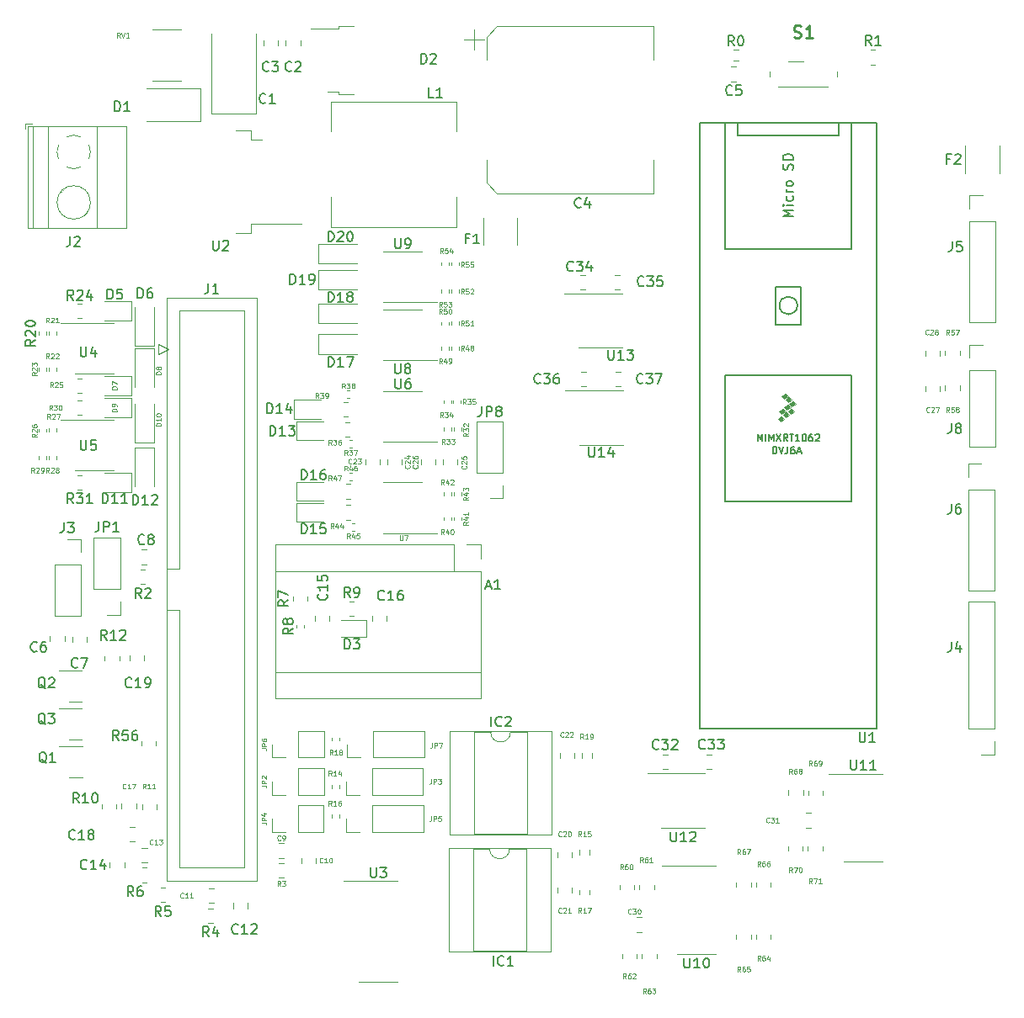
<source format=gto>
G04 #@! TF.GenerationSoftware,KiCad,Pcbnew,(6.0.10)*
G04 #@! TF.CreationDate,2023-01-07T19:39:58+01:00*
G04 #@! TF.ProjectId,perfectV2.1v0,70657266-6563-4745-9632-2e3176302e6b,6*
G04 #@! TF.SameCoordinates,Original*
G04 #@! TF.FileFunction,Legend,Top*
G04 #@! TF.FilePolarity,Positive*
%FSLAX46Y46*%
G04 Gerber Fmt 4.6, Leading zero omitted, Abs format (unit mm)*
G04 Created by KiCad (PCBNEW (6.0.10)) date 2023-01-07 19:39:58*
%MOMM*%
%LPD*%
G01*
G04 APERTURE LIST*
%ADD10C,0.150000*%
%ADD11C,0.075000*%
%ADD12C,0.254000*%
%ADD13C,0.120000*%
%ADD14C,0.100000*%
G04 APERTURE END LIST*
D10*
X55535714Y-125602380D02*
X55535714Y-124602380D01*
X55773809Y-124602380D01*
X55916666Y-124650000D01*
X56011904Y-124745238D01*
X56059523Y-124840476D01*
X56107142Y-125030952D01*
X56107142Y-125173809D01*
X56059523Y-125364285D01*
X56011904Y-125459523D01*
X55916666Y-125554761D01*
X55773809Y-125602380D01*
X55535714Y-125602380D01*
X57059523Y-125602380D02*
X56488095Y-125602380D01*
X56773809Y-125602380D02*
X56773809Y-124602380D01*
X56678571Y-124745238D01*
X56583333Y-124840476D01*
X56488095Y-124888095D01*
X58011904Y-125602380D02*
X57440476Y-125602380D01*
X57726190Y-125602380D02*
X57726190Y-124602380D01*
X57630952Y-124745238D01*
X57535714Y-124840476D01*
X57440476Y-124888095D01*
D11*
X77678571Y-161728571D02*
X77654761Y-161752380D01*
X77583333Y-161776190D01*
X77535714Y-161776190D01*
X77464285Y-161752380D01*
X77416666Y-161704761D01*
X77392857Y-161657142D01*
X77369047Y-161561904D01*
X77369047Y-161490476D01*
X77392857Y-161395238D01*
X77416666Y-161347619D01*
X77464285Y-161300000D01*
X77535714Y-161276190D01*
X77583333Y-161276190D01*
X77654761Y-161300000D01*
X77678571Y-161323809D01*
X78154761Y-161776190D02*
X77869047Y-161776190D01*
X78011904Y-161776190D02*
X78011904Y-161276190D01*
X77964285Y-161347619D01*
X77916666Y-161395238D01*
X77869047Y-161419047D01*
X78464285Y-161276190D02*
X78511904Y-161276190D01*
X78559523Y-161300000D01*
X78583333Y-161323809D01*
X78607142Y-161371428D01*
X78630952Y-161466666D01*
X78630952Y-161585714D01*
X78607142Y-161680952D01*
X78583333Y-161728571D01*
X78559523Y-161752380D01*
X78511904Y-161776190D01*
X78464285Y-161776190D01*
X78416666Y-161752380D01*
X78392857Y-161728571D01*
X78369047Y-161680952D01*
X78345238Y-161585714D01*
X78345238Y-161466666D01*
X78369047Y-161371428D01*
X78392857Y-161323809D01*
X78416666Y-161300000D01*
X78464285Y-161276190D01*
D10*
X87561904Y-81352380D02*
X87561904Y-80352380D01*
X87800000Y-80352380D01*
X87942857Y-80400000D01*
X88038095Y-80495238D01*
X88085714Y-80590476D01*
X88133333Y-80780952D01*
X88133333Y-80923809D01*
X88085714Y-81114285D01*
X88038095Y-81209523D01*
X87942857Y-81304761D01*
X87800000Y-81352380D01*
X87561904Y-81352380D01*
X88514285Y-80447619D02*
X88561904Y-80400000D01*
X88657142Y-80352380D01*
X88895238Y-80352380D01*
X88990476Y-80400000D01*
X89038095Y-80447619D01*
X89085714Y-80542857D01*
X89085714Y-80638095D01*
X89038095Y-80780952D01*
X88466666Y-81352380D01*
X89085714Y-81352380D01*
D11*
X88683333Y-149726190D02*
X88683333Y-150083333D01*
X88659523Y-150154761D01*
X88611904Y-150202380D01*
X88540476Y-150226190D01*
X88492857Y-150226190D01*
X88921428Y-150226190D02*
X88921428Y-149726190D01*
X89111904Y-149726190D01*
X89159523Y-149750000D01*
X89183333Y-149773809D01*
X89207142Y-149821428D01*
X89207142Y-149892857D01*
X89183333Y-149940476D01*
X89159523Y-149964285D01*
X89111904Y-149988095D01*
X88921428Y-149988095D01*
X89373809Y-149726190D02*
X89707142Y-149726190D01*
X89492857Y-150226190D01*
D10*
X78235714Y-111852380D02*
X78235714Y-110852380D01*
X78473809Y-110852380D01*
X78616666Y-110900000D01*
X78711904Y-110995238D01*
X78759523Y-111090476D01*
X78807142Y-111280952D01*
X78807142Y-111423809D01*
X78759523Y-111614285D01*
X78711904Y-111709523D01*
X78616666Y-111804761D01*
X78473809Y-111852380D01*
X78235714Y-111852380D01*
X79759523Y-111852380D02*
X79188095Y-111852380D01*
X79473809Y-111852380D02*
X79473809Y-110852380D01*
X79378571Y-110995238D01*
X79283333Y-111090476D01*
X79188095Y-111138095D01*
X80092857Y-110852380D02*
X80759523Y-110852380D01*
X80330952Y-111852380D01*
D11*
X92326190Y-127476428D02*
X92088095Y-127643095D01*
X92326190Y-127762142D02*
X91826190Y-127762142D01*
X91826190Y-127571666D01*
X91850000Y-127524047D01*
X91873809Y-127500238D01*
X91921428Y-127476428D01*
X91992857Y-127476428D01*
X92040476Y-127500238D01*
X92064285Y-127524047D01*
X92088095Y-127571666D01*
X92088095Y-127762142D01*
X91992857Y-127047857D02*
X92326190Y-127047857D01*
X91802380Y-127166904D02*
X92159523Y-127285952D01*
X92159523Y-126976428D01*
X92326190Y-126524047D02*
X92326190Y-126809761D01*
X92326190Y-126666904D02*
X91826190Y-126666904D01*
X91897619Y-126714523D01*
X91945238Y-126762142D01*
X91969047Y-126809761D01*
D10*
X131638095Y-148652380D02*
X131638095Y-149461904D01*
X131685714Y-149557142D01*
X131733333Y-149604761D01*
X131828571Y-149652380D01*
X132019047Y-149652380D01*
X132114285Y-149604761D01*
X132161904Y-149557142D01*
X132209523Y-149461904D01*
X132209523Y-148652380D01*
X133209523Y-149652380D02*
X132638095Y-149652380D01*
X132923809Y-149652380D02*
X132923809Y-148652380D01*
X132828571Y-148795238D01*
X132733333Y-148890476D01*
X132638095Y-148938095D01*
X124952380Y-96754047D02*
X123952380Y-96754047D01*
X124666666Y-96420714D01*
X123952380Y-96087380D01*
X124952380Y-96087380D01*
X124952380Y-95611190D02*
X124285714Y-95611190D01*
X123952380Y-95611190D02*
X124000000Y-95658809D01*
X124047619Y-95611190D01*
X124000000Y-95563571D01*
X123952380Y-95611190D01*
X124047619Y-95611190D01*
X124904761Y-94706428D02*
X124952380Y-94801666D01*
X124952380Y-94992142D01*
X124904761Y-95087380D01*
X124857142Y-95135000D01*
X124761904Y-95182619D01*
X124476190Y-95182619D01*
X124380952Y-95135000D01*
X124333333Y-95087380D01*
X124285714Y-94992142D01*
X124285714Y-94801666D01*
X124333333Y-94706428D01*
X124952380Y-94277857D02*
X124285714Y-94277857D01*
X124476190Y-94277857D02*
X124380952Y-94230238D01*
X124333333Y-94182619D01*
X124285714Y-94087380D01*
X124285714Y-93992142D01*
X124952380Y-93515952D02*
X124904761Y-93611190D01*
X124857142Y-93658809D01*
X124761904Y-93706428D01*
X124476190Y-93706428D01*
X124380952Y-93658809D01*
X124333333Y-93611190D01*
X124285714Y-93515952D01*
X124285714Y-93373095D01*
X124333333Y-93277857D01*
X124380952Y-93230238D01*
X124476190Y-93182619D01*
X124761904Y-93182619D01*
X124857142Y-93230238D01*
X124904761Y-93277857D01*
X124952380Y-93373095D01*
X124952380Y-93515952D01*
X124904761Y-92039761D02*
X124952380Y-91896904D01*
X124952380Y-91658809D01*
X124904761Y-91563571D01*
X124857142Y-91515952D01*
X124761904Y-91468333D01*
X124666666Y-91468333D01*
X124571428Y-91515952D01*
X124523809Y-91563571D01*
X124476190Y-91658809D01*
X124428571Y-91849285D01*
X124380952Y-91944523D01*
X124333333Y-91992142D01*
X124238095Y-92039761D01*
X124142857Y-92039761D01*
X124047619Y-91992142D01*
X124000000Y-91944523D01*
X123952380Y-91849285D01*
X123952380Y-91611190D01*
X124000000Y-91468333D01*
X124952380Y-91039761D02*
X123952380Y-91039761D01*
X123952380Y-90801666D01*
X124000000Y-90658809D01*
X124095238Y-90563571D01*
X124190476Y-90515952D01*
X124380952Y-90468333D01*
X124523809Y-90468333D01*
X124714285Y-90515952D01*
X124809523Y-90563571D01*
X124904761Y-90658809D01*
X124952380Y-90801666D01*
X124952380Y-91039761D01*
X122936666Y-120621666D02*
X122936666Y-119921666D01*
X123103333Y-119921666D01*
X123203333Y-119955000D01*
X123270000Y-120021666D01*
X123303333Y-120088333D01*
X123336666Y-120221666D01*
X123336666Y-120321666D01*
X123303333Y-120455000D01*
X123270000Y-120521666D01*
X123203333Y-120588333D01*
X123103333Y-120621666D01*
X122936666Y-120621666D01*
X123536666Y-119921666D02*
X123770000Y-120621666D01*
X124003333Y-119921666D01*
X124436666Y-119921666D02*
X124436666Y-120421666D01*
X124403333Y-120521666D01*
X124336666Y-120588333D01*
X124236666Y-120621666D01*
X124170000Y-120621666D01*
X125070000Y-119921666D02*
X124936666Y-119921666D01*
X124870000Y-119955000D01*
X124836666Y-119988333D01*
X124770000Y-120088333D01*
X124736666Y-120221666D01*
X124736666Y-120488333D01*
X124770000Y-120555000D01*
X124803333Y-120588333D01*
X124870000Y-120621666D01*
X125003333Y-120621666D01*
X125070000Y-120588333D01*
X125103333Y-120555000D01*
X125136666Y-120488333D01*
X125136666Y-120321666D01*
X125103333Y-120255000D01*
X125070000Y-120221666D01*
X125003333Y-120188333D01*
X124870000Y-120188333D01*
X124803333Y-120221666D01*
X124770000Y-120255000D01*
X124736666Y-120321666D01*
X125403333Y-120421666D02*
X125736666Y-120421666D01*
X125336666Y-120621666D02*
X125570000Y-119921666D01*
X125803333Y-120621666D01*
X121416666Y-119351666D02*
X121416666Y-118651666D01*
X121650000Y-119151666D01*
X121883333Y-118651666D01*
X121883333Y-119351666D01*
X122216666Y-119351666D02*
X122216666Y-118651666D01*
X122550000Y-119351666D02*
X122550000Y-118651666D01*
X122783333Y-119151666D01*
X123016666Y-118651666D01*
X123016666Y-119351666D01*
X123283333Y-118651666D02*
X123750000Y-119351666D01*
X123750000Y-118651666D02*
X123283333Y-119351666D01*
X124416666Y-119351666D02*
X124183333Y-119018333D01*
X124016666Y-119351666D02*
X124016666Y-118651666D01*
X124283333Y-118651666D01*
X124350000Y-118685000D01*
X124383333Y-118718333D01*
X124416666Y-118785000D01*
X124416666Y-118885000D01*
X124383333Y-118951666D01*
X124350000Y-118985000D01*
X124283333Y-119018333D01*
X124016666Y-119018333D01*
X124616666Y-118651666D02*
X125016666Y-118651666D01*
X124816666Y-119351666D02*
X124816666Y-118651666D01*
X125616666Y-119351666D02*
X125216666Y-119351666D01*
X125416666Y-119351666D02*
X125416666Y-118651666D01*
X125350000Y-118751666D01*
X125283333Y-118818333D01*
X125216666Y-118851666D01*
X126050000Y-118651666D02*
X126116666Y-118651666D01*
X126183333Y-118685000D01*
X126216666Y-118718333D01*
X126250000Y-118785000D01*
X126283333Y-118918333D01*
X126283333Y-119085000D01*
X126250000Y-119218333D01*
X126216666Y-119285000D01*
X126183333Y-119318333D01*
X126116666Y-119351666D01*
X126050000Y-119351666D01*
X125983333Y-119318333D01*
X125950000Y-119285000D01*
X125916666Y-119218333D01*
X125883333Y-119085000D01*
X125883333Y-118918333D01*
X125916666Y-118785000D01*
X125950000Y-118718333D01*
X125983333Y-118685000D01*
X126050000Y-118651666D01*
X126883333Y-118651666D02*
X126750000Y-118651666D01*
X126683333Y-118685000D01*
X126650000Y-118718333D01*
X126583333Y-118818333D01*
X126550000Y-118951666D01*
X126550000Y-119218333D01*
X126583333Y-119285000D01*
X126616666Y-119318333D01*
X126683333Y-119351666D01*
X126816666Y-119351666D01*
X126883333Y-119318333D01*
X126916666Y-119285000D01*
X126950000Y-119218333D01*
X126950000Y-119051666D01*
X126916666Y-118985000D01*
X126883333Y-118951666D01*
X126816666Y-118918333D01*
X126683333Y-118918333D01*
X126616666Y-118951666D01*
X126583333Y-118985000D01*
X126550000Y-119051666D01*
X127216666Y-118718333D02*
X127250000Y-118685000D01*
X127316666Y-118651666D01*
X127483333Y-118651666D01*
X127550000Y-118685000D01*
X127583333Y-118718333D01*
X127616666Y-118785000D01*
X127616666Y-118851666D01*
X127583333Y-118951666D01*
X127183333Y-119351666D01*
X127616666Y-119351666D01*
X84976845Y-113052380D02*
X84976845Y-113861904D01*
X85024464Y-113957142D01*
X85072083Y-114004761D01*
X85167321Y-114052380D01*
X85357797Y-114052380D01*
X85453035Y-114004761D01*
X85500654Y-113957142D01*
X85548273Y-113861904D01*
X85548273Y-113052380D01*
X86453035Y-113052380D02*
X86262559Y-113052380D01*
X86167321Y-113100000D01*
X86119702Y-113147619D01*
X86024464Y-113290476D01*
X85976845Y-113480952D01*
X85976845Y-113861904D01*
X86024464Y-113957142D01*
X86072083Y-114004761D01*
X86167321Y-114052380D01*
X86357797Y-114052380D01*
X86453035Y-114004761D01*
X86500654Y-113957142D01*
X86548273Y-113861904D01*
X86548273Y-113623809D01*
X86500654Y-113528571D01*
X86453035Y-113480952D01*
X86357797Y-113433333D01*
X86167321Y-113433333D01*
X86072083Y-113480952D01*
X86024464Y-113528571D01*
X85976845Y-113623809D01*
X48933333Y-140457142D02*
X48885714Y-140504761D01*
X48742857Y-140552380D01*
X48647619Y-140552380D01*
X48504761Y-140504761D01*
X48409523Y-140409523D01*
X48361904Y-140314285D01*
X48314285Y-140123809D01*
X48314285Y-139980952D01*
X48361904Y-139790476D01*
X48409523Y-139695238D01*
X48504761Y-139600000D01*
X48647619Y-139552380D01*
X48742857Y-139552380D01*
X48885714Y-139600000D01*
X48933333Y-139647619D01*
X49790476Y-139552380D02*
X49600000Y-139552380D01*
X49504761Y-139600000D01*
X49457142Y-139647619D01*
X49361904Y-139790476D01*
X49314285Y-139980952D01*
X49314285Y-140361904D01*
X49361904Y-140457142D01*
X49409523Y-140504761D01*
X49504761Y-140552380D01*
X49695238Y-140552380D01*
X49790476Y-140504761D01*
X49838095Y-140457142D01*
X49885714Y-140361904D01*
X49885714Y-140123809D01*
X49838095Y-140028571D01*
X49790476Y-139980952D01*
X49695238Y-139933333D01*
X49504761Y-139933333D01*
X49409523Y-139980952D01*
X49361904Y-140028571D01*
X49314285Y-140123809D01*
D11*
X71526190Y-154016666D02*
X71883333Y-154016666D01*
X71954761Y-154040476D01*
X72002380Y-154088095D01*
X72026190Y-154159523D01*
X72026190Y-154207142D01*
X72026190Y-153778571D02*
X71526190Y-153778571D01*
X71526190Y-153588095D01*
X71550000Y-153540476D01*
X71573809Y-153516666D01*
X71621428Y-153492857D01*
X71692857Y-153492857D01*
X71740476Y-153516666D01*
X71764285Y-153540476D01*
X71788095Y-153588095D01*
X71788095Y-153778571D01*
X71573809Y-153302380D02*
X71550000Y-153278571D01*
X71526190Y-153230952D01*
X71526190Y-153111904D01*
X71550000Y-153064285D01*
X71573809Y-153040476D01*
X71621428Y-153016666D01*
X71669047Y-153016666D01*
X71740476Y-153040476D01*
X72026190Y-153326190D01*
X72026190Y-153016666D01*
D10*
X52607142Y-125602380D02*
X52273809Y-125126190D01*
X52035714Y-125602380D02*
X52035714Y-124602380D01*
X52416666Y-124602380D01*
X52511904Y-124650000D01*
X52559523Y-124697619D01*
X52607142Y-124792857D01*
X52607142Y-124935714D01*
X52559523Y-125030952D01*
X52511904Y-125078571D01*
X52416666Y-125126190D01*
X52035714Y-125126190D01*
X52940476Y-124602380D02*
X53559523Y-124602380D01*
X53226190Y-124983333D01*
X53369047Y-124983333D01*
X53464285Y-125030952D01*
X53511904Y-125078571D01*
X53559523Y-125173809D01*
X53559523Y-125411904D01*
X53511904Y-125507142D01*
X53464285Y-125554761D01*
X53369047Y-125602380D01*
X53083333Y-125602380D01*
X52988095Y-125554761D01*
X52940476Y-125507142D01*
X54511904Y-125602380D02*
X53940476Y-125602380D01*
X54226190Y-125602380D02*
X54226190Y-124602380D01*
X54130952Y-124745238D01*
X54035714Y-124840476D01*
X53940476Y-124888095D01*
X52266666Y-98752380D02*
X52266666Y-99466666D01*
X52219047Y-99609523D01*
X52123809Y-99704761D01*
X51980952Y-99752380D01*
X51885714Y-99752380D01*
X52695238Y-98847619D02*
X52742857Y-98800000D01*
X52838095Y-98752380D01*
X53076190Y-98752380D01*
X53171428Y-98800000D01*
X53219047Y-98847619D01*
X53266666Y-98942857D01*
X53266666Y-99038095D01*
X53219047Y-99180952D01*
X52647619Y-99752380D01*
X53266666Y-99752380D01*
X72385714Y-118797380D02*
X72385714Y-117797380D01*
X72623809Y-117797380D01*
X72766666Y-117845000D01*
X72861904Y-117940238D01*
X72909523Y-118035476D01*
X72957142Y-118225952D01*
X72957142Y-118368809D01*
X72909523Y-118559285D01*
X72861904Y-118654523D01*
X72766666Y-118749761D01*
X72623809Y-118797380D01*
X72385714Y-118797380D01*
X73909523Y-118797380D02*
X73338095Y-118797380D01*
X73623809Y-118797380D02*
X73623809Y-117797380D01*
X73528571Y-117940238D01*
X73433333Y-118035476D01*
X73338095Y-118083095D01*
X74242857Y-117797380D02*
X74861904Y-117797380D01*
X74528571Y-118178333D01*
X74671428Y-118178333D01*
X74766666Y-118225952D01*
X74814285Y-118273571D01*
X74861904Y-118368809D01*
X74861904Y-118606904D01*
X74814285Y-118702142D01*
X74766666Y-118749761D01*
X74671428Y-118797380D01*
X74385714Y-118797380D01*
X74290476Y-118749761D01*
X74242857Y-118702142D01*
X106361904Y-110152380D02*
X106361904Y-110961904D01*
X106409523Y-111057142D01*
X106457142Y-111104761D01*
X106552380Y-111152380D01*
X106742857Y-111152380D01*
X106838095Y-111104761D01*
X106885714Y-111057142D01*
X106933333Y-110961904D01*
X106933333Y-110152380D01*
X107933333Y-111152380D02*
X107361904Y-111152380D01*
X107647619Y-111152380D02*
X107647619Y-110152380D01*
X107552380Y-110295238D01*
X107457142Y-110390476D01*
X107361904Y-110438095D01*
X108266666Y-110152380D02*
X108885714Y-110152380D01*
X108552380Y-110533333D01*
X108695238Y-110533333D01*
X108790476Y-110580952D01*
X108838095Y-110628571D01*
X108885714Y-110723809D01*
X108885714Y-110961904D01*
X108838095Y-111057142D01*
X108790476Y-111104761D01*
X108695238Y-111152380D01*
X108409523Y-111152380D01*
X108314285Y-111104761D01*
X108266666Y-111057142D01*
X79861904Y-140252380D02*
X79861904Y-139252380D01*
X80100000Y-139252380D01*
X80242857Y-139300000D01*
X80338095Y-139395238D01*
X80385714Y-139490476D01*
X80433333Y-139680952D01*
X80433333Y-139823809D01*
X80385714Y-140014285D01*
X80338095Y-140109523D01*
X80242857Y-140204761D01*
X80100000Y-140252380D01*
X79861904Y-140252380D01*
X80766666Y-139252380D02*
X81385714Y-139252380D01*
X81052380Y-139633333D01*
X81195238Y-139633333D01*
X81290476Y-139680952D01*
X81338095Y-139728571D01*
X81385714Y-139823809D01*
X81385714Y-140061904D01*
X81338095Y-140157142D01*
X81290476Y-140204761D01*
X81195238Y-140252380D01*
X80909523Y-140252380D01*
X80814285Y-140204761D01*
X80766666Y-140157142D01*
D11*
X101878571Y-149078571D02*
X101854761Y-149102380D01*
X101783333Y-149126190D01*
X101735714Y-149126190D01*
X101664285Y-149102380D01*
X101616666Y-149054761D01*
X101592857Y-149007142D01*
X101569047Y-148911904D01*
X101569047Y-148840476D01*
X101592857Y-148745238D01*
X101616666Y-148697619D01*
X101664285Y-148650000D01*
X101735714Y-148626190D01*
X101783333Y-148626190D01*
X101854761Y-148650000D01*
X101878571Y-148673809D01*
X102069047Y-148673809D02*
X102092857Y-148650000D01*
X102140476Y-148626190D01*
X102259523Y-148626190D01*
X102307142Y-148650000D01*
X102330952Y-148673809D01*
X102354761Y-148721428D01*
X102354761Y-148769047D01*
X102330952Y-148840476D01*
X102045238Y-149126190D01*
X102354761Y-149126190D01*
X102545238Y-148673809D02*
X102569047Y-148650000D01*
X102616666Y-148626190D01*
X102735714Y-148626190D01*
X102783333Y-148650000D01*
X102807142Y-148673809D01*
X102830952Y-148721428D01*
X102830952Y-148769047D01*
X102807142Y-148840476D01*
X102521428Y-149126190D01*
X102830952Y-149126190D01*
D10*
X56011904Y-105052380D02*
X56011904Y-104052380D01*
X56250000Y-104052380D01*
X56392857Y-104100000D01*
X56488095Y-104195238D01*
X56535714Y-104290476D01*
X56583333Y-104480952D01*
X56583333Y-104623809D01*
X56535714Y-104814285D01*
X56488095Y-104909523D01*
X56392857Y-105004761D01*
X56250000Y-105052380D01*
X56011904Y-105052380D01*
X57488095Y-104052380D02*
X57011904Y-104052380D01*
X56964285Y-104528571D01*
X57011904Y-104480952D01*
X57107142Y-104433333D01*
X57345238Y-104433333D01*
X57440476Y-104480952D01*
X57488095Y-104528571D01*
X57535714Y-104623809D01*
X57535714Y-104861904D01*
X57488095Y-104957142D01*
X57440476Y-105004761D01*
X57345238Y-105052380D01*
X57107142Y-105052380D01*
X57011904Y-105004761D01*
X56964285Y-104957142D01*
D11*
X48926190Y-118621428D02*
X48688095Y-118788095D01*
X48926190Y-118907142D02*
X48426190Y-118907142D01*
X48426190Y-118716666D01*
X48450000Y-118669047D01*
X48473809Y-118645238D01*
X48521428Y-118621428D01*
X48592857Y-118621428D01*
X48640476Y-118645238D01*
X48664285Y-118669047D01*
X48688095Y-118716666D01*
X48688095Y-118907142D01*
X48473809Y-118430952D02*
X48450000Y-118407142D01*
X48426190Y-118359523D01*
X48426190Y-118240476D01*
X48450000Y-118192857D01*
X48473809Y-118169047D01*
X48521428Y-118145238D01*
X48569047Y-118145238D01*
X48640476Y-118169047D01*
X48926190Y-118454761D01*
X48926190Y-118145238D01*
X48426190Y-117716666D02*
X48426190Y-117811904D01*
X48450000Y-117859523D01*
X48473809Y-117883333D01*
X48545238Y-117930952D01*
X48640476Y-117954761D01*
X48830952Y-117954761D01*
X48878571Y-117930952D01*
X48902380Y-117907142D01*
X48926190Y-117859523D01*
X48926190Y-117764285D01*
X48902380Y-117716666D01*
X48878571Y-117692857D01*
X48830952Y-117669047D01*
X48711904Y-117669047D01*
X48664285Y-117692857D01*
X48640476Y-117716666D01*
X48616666Y-117764285D01*
X48616666Y-117859523D01*
X48640476Y-117907142D01*
X48664285Y-117930952D01*
X48711904Y-117954761D01*
D10*
X140866666Y-139552380D02*
X140866666Y-140266666D01*
X140819047Y-140409523D01*
X140723809Y-140504761D01*
X140580952Y-140552380D01*
X140485714Y-140552380D01*
X141771428Y-139885714D02*
X141771428Y-140552380D01*
X141533333Y-139504761D02*
X141295238Y-140219047D01*
X141914285Y-140219047D01*
D11*
X103878571Y-149326190D02*
X103711904Y-149088095D01*
X103592857Y-149326190D02*
X103592857Y-148826190D01*
X103783333Y-148826190D01*
X103830952Y-148850000D01*
X103854761Y-148873809D01*
X103878571Y-148921428D01*
X103878571Y-148992857D01*
X103854761Y-149040476D01*
X103830952Y-149064285D01*
X103783333Y-149088095D01*
X103592857Y-149088095D01*
X104354761Y-149326190D02*
X104069047Y-149326190D01*
X104211904Y-149326190D02*
X104211904Y-148826190D01*
X104164285Y-148897619D01*
X104116666Y-148945238D01*
X104069047Y-148969047D01*
X104592857Y-149326190D02*
X104688095Y-149326190D01*
X104735714Y-149302380D01*
X104759523Y-149278571D01*
X104807142Y-149207142D01*
X104830952Y-149111904D01*
X104830952Y-148921428D01*
X104807142Y-148873809D01*
X104783333Y-148850000D01*
X104735714Y-148826190D01*
X104640476Y-148826190D01*
X104592857Y-148850000D01*
X104569047Y-148873809D01*
X104545238Y-148921428D01*
X104545238Y-149040476D01*
X104569047Y-149088095D01*
X104592857Y-149111904D01*
X104640476Y-149135714D01*
X104735714Y-149135714D01*
X104783333Y-149111904D01*
X104807142Y-149088095D01*
X104830952Y-149040476D01*
X77278571Y-115026190D02*
X77111904Y-114788095D01*
X76992857Y-115026190D02*
X76992857Y-114526190D01*
X77183333Y-114526190D01*
X77230952Y-114550000D01*
X77254761Y-114573809D01*
X77278571Y-114621428D01*
X77278571Y-114692857D01*
X77254761Y-114740476D01*
X77230952Y-114764285D01*
X77183333Y-114788095D01*
X76992857Y-114788095D01*
X77445238Y-114526190D02*
X77754761Y-114526190D01*
X77588095Y-114716666D01*
X77659523Y-114716666D01*
X77707142Y-114740476D01*
X77730952Y-114764285D01*
X77754761Y-114811904D01*
X77754761Y-114930952D01*
X77730952Y-114978571D01*
X77707142Y-115002380D01*
X77659523Y-115026190D01*
X77516666Y-115026190D01*
X77469047Y-115002380D01*
X77445238Y-114978571D01*
X77992857Y-115026190D02*
X78088095Y-115026190D01*
X78135714Y-115002380D01*
X78159523Y-114978571D01*
X78207142Y-114907142D01*
X78230952Y-114811904D01*
X78230952Y-114621428D01*
X78207142Y-114573809D01*
X78183333Y-114550000D01*
X78135714Y-114526190D01*
X78040476Y-114526190D01*
X77992857Y-114550000D01*
X77969047Y-114573809D01*
X77945238Y-114621428D01*
X77945238Y-114740476D01*
X77969047Y-114788095D01*
X77992857Y-114811904D01*
X78040476Y-114835714D01*
X78135714Y-114835714D01*
X78183333Y-114811904D01*
X78207142Y-114788095D01*
X78230952Y-114740476D01*
X110178571Y-174926190D02*
X110011904Y-174688095D01*
X109892857Y-174926190D02*
X109892857Y-174426190D01*
X110083333Y-174426190D01*
X110130952Y-174450000D01*
X110154761Y-174473809D01*
X110178571Y-174521428D01*
X110178571Y-174592857D01*
X110154761Y-174640476D01*
X110130952Y-174664285D01*
X110083333Y-174688095D01*
X109892857Y-174688095D01*
X110607142Y-174426190D02*
X110511904Y-174426190D01*
X110464285Y-174450000D01*
X110440476Y-174473809D01*
X110392857Y-174545238D01*
X110369047Y-174640476D01*
X110369047Y-174830952D01*
X110392857Y-174878571D01*
X110416666Y-174902380D01*
X110464285Y-174926190D01*
X110559523Y-174926190D01*
X110607142Y-174902380D01*
X110630952Y-174878571D01*
X110654761Y-174830952D01*
X110654761Y-174711904D01*
X110630952Y-174664285D01*
X110607142Y-174640476D01*
X110559523Y-174616666D01*
X110464285Y-174616666D01*
X110416666Y-174640476D01*
X110392857Y-174664285D01*
X110369047Y-174711904D01*
X110821428Y-174426190D02*
X111130952Y-174426190D01*
X110964285Y-174616666D01*
X111035714Y-174616666D01*
X111083333Y-174640476D01*
X111107142Y-174664285D01*
X111130952Y-174711904D01*
X111130952Y-174830952D01*
X111107142Y-174878571D01*
X111083333Y-174902380D01*
X111035714Y-174926190D01*
X110892857Y-174926190D01*
X110845238Y-174902380D01*
X110821428Y-174878571D01*
D10*
X114011904Y-171352380D02*
X114011904Y-172161904D01*
X114059523Y-172257142D01*
X114107142Y-172304761D01*
X114202380Y-172352380D01*
X114392857Y-172352380D01*
X114488095Y-172304761D01*
X114535714Y-172257142D01*
X114583333Y-172161904D01*
X114583333Y-171352380D01*
X115583333Y-172352380D02*
X115011904Y-172352380D01*
X115297619Y-172352380D02*
X115297619Y-171352380D01*
X115202380Y-171495238D01*
X115107142Y-171590476D01*
X115011904Y-171638095D01*
X116202380Y-171352380D02*
X116297619Y-171352380D01*
X116392857Y-171400000D01*
X116440476Y-171447619D01*
X116488095Y-171542857D01*
X116535714Y-171733333D01*
X116535714Y-171971428D01*
X116488095Y-172161904D01*
X116440476Y-172257142D01*
X116392857Y-172304761D01*
X116297619Y-172352380D01*
X116202380Y-172352380D01*
X116107142Y-172304761D01*
X116059523Y-172257142D01*
X116011904Y-172161904D01*
X115964285Y-171971428D01*
X115964285Y-171733333D01*
X116011904Y-171542857D01*
X116059523Y-171447619D01*
X116107142Y-171400000D01*
X116202380Y-171352380D01*
D11*
X89878571Y-123726190D02*
X89711904Y-123488095D01*
X89592857Y-123726190D02*
X89592857Y-123226190D01*
X89783333Y-123226190D01*
X89830952Y-123250000D01*
X89854761Y-123273809D01*
X89878571Y-123321428D01*
X89878571Y-123392857D01*
X89854761Y-123440476D01*
X89830952Y-123464285D01*
X89783333Y-123488095D01*
X89592857Y-123488095D01*
X90307142Y-123392857D02*
X90307142Y-123726190D01*
X90188095Y-123202380D02*
X90069047Y-123559523D01*
X90378571Y-123559523D01*
X90545238Y-123273809D02*
X90569047Y-123250000D01*
X90616666Y-123226190D01*
X90735714Y-123226190D01*
X90783333Y-123250000D01*
X90807142Y-123273809D01*
X90830952Y-123321428D01*
X90830952Y-123369047D01*
X90807142Y-123440476D01*
X90521428Y-123726190D01*
X90830952Y-123726190D01*
X78778571Y-128126190D02*
X78611904Y-127888095D01*
X78492857Y-128126190D02*
X78492857Y-127626190D01*
X78683333Y-127626190D01*
X78730952Y-127650000D01*
X78754761Y-127673809D01*
X78778571Y-127721428D01*
X78778571Y-127792857D01*
X78754761Y-127840476D01*
X78730952Y-127864285D01*
X78683333Y-127888095D01*
X78492857Y-127888095D01*
X79207142Y-127792857D02*
X79207142Y-128126190D01*
X79088095Y-127602380D02*
X78969047Y-127959523D01*
X79278571Y-127959523D01*
X79683333Y-127792857D02*
X79683333Y-128126190D01*
X79564285Y-127602380D02*
X79445238Y-127959523D01*
X79754761Y-127959523D01*
X57302380Y-78726190D02*
X57135714Y-78488095D01*
X57016666Y-78726190D02*
X57016666Y-78226190D01*
X57207142Y-78226190D01*
X57254761Y-78250000D01*
X57278571Y-78273809D01*
X57302380Y-78321428D01*
X57302380Y-78392857D01*
X57278571Y-78440476D01*
X57254761Y-78464285D01*
X57207142Y-78488095D01*
X57016666Y-78488095D01*
X57445238Y-78226190D02*
X57611904Y-78726190D01*
X57778571Y-78226190D01*
X58207142Y-78726190D02*
X57921428Y-78726190D01*
X58064285Y-78726190D02*
X58064285Y-78226190D01*
X58016666Y-78297619D01*
X57969047Y-78345238D01*
X57921428Y-78369047D01*
X119678571Y-160926190D02*
X119511904Y-160688095D01*
X119392857Y-160926190D02*
X119392857Y-160426190D01*
X119583333Y-160426190D01*
X119630952Y-160450000D01*
X119654761Y-160473809D01*
X119678571Y-160521428D01*
X119678571Y-160592857D01*
X119654761Y-160640476D01*
X119630952Y-160664285D01*
X119583333Y-160688095D01*
X119392857Y-160688095D01*
X120107142Y-160426190D02*
X120011904Y-160426190D01*
X119964285Y-160450000D01*
X119940476Y-160473809D01*
X119892857Y-160545238D01*
X119869047Y-160640476D01*
X119869047Y-160830952D01*
X119892857Y-160878571D01*
X119916666Y-160902380D01*
X119964285Y-160926190D01*
X120059523Y-160926190D01*
X120107142Y-160902380D01*
X120130952Y-160878571D01*
X120154761Y-160830952D01*
X120154761Y-160711904D01*
X120130952Y-160664285D01*
X120107142Y-160640476D01*
X120059523Y-160616666D01*
X119964285Y-160616666D01*
X119916666Y-160640476D01*
X119892857Y-160664285D01*
X119869047Y-160711904D01*
X120321428Y-160426190D02*
X120654761Y-160426190D01*
X120440476Y-160926190D01*
X126878571Y-152026190D02*
X126711904Y-151788095D01*
X126592857Y-152026190D02*
X126592857Y-151526190D01*
X126783333Y-151526190D01*
X126830952Y-151550000D01*
X126854761Y-151573809D01*
X126878571Y-151621428D01*
X126878571Y-151692857D01*
X126854761Y-151740476D01*
X126830952Y-151764285D01*
X126783333Y-151788095D01*
X126592857Y-151788095D01*
X127307142Y-151526190D02*
X127211904Y-151526190D01*
X127164285Y-151550000D01*
X127140476Y-151573809D01*
X127092857Y-151645238D01*
X127069047Y-151740476D01*
X127069047Y-151930952D01*
X127092857Y-151978571D01*
X127116666Y-152002380D01*
X127164285Y-152026190D01*
X127259523Y-152026190D01*
X127307142Y-152002380D01*
X127330952Y-151978571D01*
X127354761Y-151930952D01*
X127354761Y-151811904D01*
X127330952Y-151764285D01*
X127307142Y-151740476D01*
X127259523Y-151716666D01*
X127164285Y-151716666D01*
X127116666Y-151740476D01*
X127092857Y-151764285D01*
X127069047Y-151811904D01*
X127592857Y-152026190D02*
X127688095Y-152026190D01*
X127735714Y-152002380D01*
X127759523Y-151978571D01*
X127807142Y-151907142D01*
X127830952Y-151811904D01*
X127830952Y-151621428D01*
X127807142Y-151573809D01*
X127783333Y-151550000D01*
X127735714Y-151526190D01*
X127640476Y-151526190D01*
X127592857Y-151550000D01*
X127569047Y-151573809D01*
X127545238Y-151621428D01*
X127545238Y-151740476D01*
X127569047Y-151788095D01*
X127592857Y-151811904D01*
X127640476Y-151835714D01*
X127735714Y-151835714D01*
X127783333Y-151811904D01*
X127807142Y-151788095D01*
X127830952Y-151740476D01*
X59878571Y-154326190D02*
X59711904Y-154088095D01*
X59592857Y-154326190D02*
X59592857Y-153826190D01*
X59783333Y-153826190D01*
X59830952Y-153850000D01*
X59854761Y-153873809D01*
X59878571Y-153921428D01*
X59878571Y-153992857D01*
X59854761Y-154040476D01*
X59830952Y-154064285D01*
X59783333Y-154088095D01*
X59592857Y-154088095D01*
X60354761Y-154326190D02*
X60069047Y-154326190D01*
X60211904Y-154326190D02*
X60211904Y-153826190D01*
X60164285Y-153897619D01*
X60116666Y-153945238D01*
X60069047Y-153969047D01*
X60830952Y-154326190D02*
X60545238Y-154326190D01*
X60688095Y-154326190D02*
X60688095Y-153826190D01*
X60640476Y-153897619D01*
X60592857Y-153945238D01*
X60545238Y-153969047D01*
D10*
X53338095Y-109852380D02*
X53338095Y-110661904D01*
X53385714Y-110757142D01*
X53433333Y-110804761D01*
X53528571Y-110852380D01*
X53719047Y-110852380D01*
X53814285Y-110804761D01*
X53861904Y-110757142D01*
X53909523Y-110661904D01*
X53909523Y-109852380D01*
X54814285Y-110185714D02*
X54814285Y-110852380D01*
X54576190Y-109804761D02*
X54338095Y-110519047D01*
X54957142Y-110519047D01*
X59733333Y-129657142D02*
X59685714Y-129704761D01*
X59542857Y-129752380D01*
X59447619Y-129752380D01*
X59304761Y-129704761D01*
X59209523Y-129609523D01*
X59161904Y-129514285D01*
X59114285Y-129323809D01*
X59114285Y-129180952D01*
X59161904Y-128990476D01*
X59209523Y-128895238D01*
X59304761Y-128800000D01*
X59447619Y-128752380D01*
X59542857Y-128752380D01*
X59685714Y-128800000D01*
X59733333Y-128847619D01*
X60304761Y-129180952D02*
X60209523Y-129133333D01*
X60161904Y-129085714D01*
X60114285Y-128990476D01*
X60114285Y-128942857D01*
X60161904Y-128847619D01*
X60209523Y-128800000D01*
X60304761Y-128752380D01*
X60495238Y-128752380D01*
X60590476Y-128800000D01*
X60638095Y-128847619D01*
X60685714Y-128942857D01*
X60685714Y-128990476D01*
X60638095Y-129085714D01*
X60590476Y-129133333D01*
X60495238Y-129180952D01*
X60304761Y-129180952D01*
X60209523Y-129228571D01*
X60161904Y-129276190D01*
X60114285Y-129371428D01*
X60114285Y-129561904D01*
X60161904Y-129657142D01*
X60209523Y-129704761D01*
X60304761Y-129752380D01*
X60495238Y-129752380D01*
X60590476Y-129704761D01*
X60638095Y-129657142D01*
X60685714Y-129561904D01*
X60685714Y-129371428D01*
X60638095Y-129276190D01*
X60590476Y-129228571D01*
X60495238Y-129180952D01*
X83857142Y-135257142D02*
X83809523Y-135304761D01*
X83666666Y-135352380D01*
X83571428Y-135352380D01*
X83428571Y-135304761D01*
X83333333Y-135209523D01*
X83285714Y-135114285D01*
X83238095Y-134923809D01*
X83238095Y-134780952D01*
X83285714Y-134590476D01*
X83333333Y-134495238D01*
X83428571Y-134400000D01*
X83571428Y-134352380D01*
X83666666Y-134352380D01*
X83809523Y-134400000D01*
X83857142Y-134447619D01*
X84809523Y-135352380D02*
X84238095Y-135352380D01*
X84523809Y-135352380D02*
X84523809Y-134352380D01*
X84428571Y-134495238D01*
X84333333Y-134590476D01*
X84238095Y-134638095D01*
X85666666Y-134352380D02*
X85476190Y-134352380D01*
X85380952Y-134400000D01*
X85333333Y-134447619D01*
X85238095Y-134590476D01*
X85190476Y-134780952D01*
X85190476Y-135161904D01*
X85238095Y-135257142D01*
X85285714Y-135304761D01*
X85380952Y-135352380D01*
X85571428Y-135352380D01*
X85666666Y-135304761D01*
X85714285Y-135257142D01*
X85761904Y-135161904D01*
X85761904Y-134923809D01*
X85714285Y-134828571D01*
X85666666Y-134780952D01*
X85571428Y-134733333D01*
X85380952Y-134733333D01*
X85285714Y-134780952D01*
X85238095Y-134828571D01*
X85190476Y-134923809D01*
X119033333Y-79552380D02*
X118700000Y-79076190D01*
X118461904Y-79552380D02*
X118461904Y-78552380D01*
X118842857Y-78552380D01*
X118938095Y-78600000D01*
X118985714Y-78647619D01*
X119033333Y-78742857D01*
X119033333Y-78885714D01*
X118985714Y-78980952D01*
X118938095Y-79028571D01*
X118842857Y-79076190D01*
X118461904Y-79076190D01*
X119652380Y-78552380D02*
X119747619Y-78552380D01*
X119842857Y-78600000D01*
X119890476Y-78647619D01*
X119938095Y-78742857D01*
X119985714Y-78933333D01*
X119985714Y-79171428D01*
X119938095Y-79361904D01*
X119890476Y-79457142D01*
X119842857Y-79504761D01*
X119747619Y-79552380D01*
X119652380Y-79552380D01*
X119557142Y-79504761D01*
X119509523Y-79457142D01*
X119461904Y-79361904D01*
X119414285Y-79171428D01*
X119414285Y-78933333D01*
X119461904Y-78742857D01*
X119509523Y-78647619D01*
X119557142Y-78600000D01*
X119652380Y-78552380D01*
D11*
X73416666Y-159478571D02*
X73392857Y-159502380D01*
X73321428Y-159526190D01*
X73273809Y-159526190D01*
X73202380Y-159502380D01*
X73154761Y-159454761D01*
X73130952Y-159407142D01*
X73107142Y-159311904D01*
X73107142Y-159240476D01*
X73130952Y-159145238D01*
X73154761Y-159097619D01*
X73202380Y-159050000D01*
X73273809Y-159026190D01*
X73321428Y-159026190D01*
X73392857Y-159050000D01*
X73416666Y-159073809D01*
X73654761Y-159526190D02*
X73750000Y-159526190D01*
X73797619Y-159502380D01*
X73821428Y-159478571D01*
X73869047Y-159407142D01*
X73892857Y-159311904D01*
X73892857Y-159121428D01*
X73869047Y-159073809D01*
X73845238Y-159050000D01*
X73797619Y-159026190D01*
X73702380Y-159026190D01*
X73654761Y-159050000D01*
X73630952Y-159073809D01*
X73607142Y-159121428D01*
X73607142Y-159240476D01*
X73630952Y-159288095D01*
X73654761Y-159311904D01*
X73702380Y-159335714D01*
X73797619Y-159335714D01*
X73845238Y-159311904D01*
X73869047Y-159288095D01*
X73892857Y-159240476D01*
X71526190Y-157766666D02*
X71883333Y-157766666D01*
X71954761Y-157790476D01*
X72002380Y-157838095D01*
X72026190Y-157909523D01*
X72026190Y-157957142D01*
X72026190Y-157528571D02*
X71526190Y-157528571D01*
X71526190Y-157338095D01*
X71550000Y-157290476D01*
X71573809Y-157266666D01*
X71621428Y-157242857D01*
X71692857Y-157242857D01*
X71740476Y-157266666D01*
X71764285Y-157290476D01*
X71788095Y-157338095D01*
X71788095Y-157528571D01*
X71692857Y-156814285D02*
X72026190Y-156814285D01*
X71502380Y-156933333D02*
X71859523Y-157052380D01*
X71859523Y-156742857D01*
D10*
X59061904Y-104952380D02*
X59061904Y-103952380D01*
X59300000Y-103952380D01*
X59442857Y-104000000D01*
X59538095Y-104095238D01*
X59585714Y-104190476D01*
X59633333Y-104380952D01*
X59633333Y-104523809D01*
X59585714Y-104714285D01*
X59538095Y-104809523D01*
X59442857Y-104904761D01*
X59300000Y-104952380D01*
X59061904Y-104952380D01*
X60490476Y-103952380D02*
X60300000Y-103952380D01*
X60204761Y-104000000D01*
X60157142Y-104047619D01*
X60061904Y-104190476D01*
X60014285Y-104380952D01*
X60014285Y-104761904D01*
X60061904Y-104857142D01*
X60109523Y-104904761D01*
X60204761Y-104952380D01*
X60395238Y-104952380D01*
X60490476Y-104904761D01*
X60538095Y-104857142D01*
X60585714Y-104761904D01*
X60585714Y-104523809D01*
X60538095Y-104428571D01*
X60490476Y-104380952D01*
X60395238Y-104333333D01*
X60204761Y-104333333D01*
X60109523Y-104380952D01*
X60061904Y-104428571D01*
X60014285Y-104523809D01*
X48782380Y-109142857D02*
X48306190Y-109476190D01*
X48782380Y-109714285D02*
X47782380Y-109714285D01*
X47782380Y-109333333D01*
X47830000Y-109238095D01*
X47877619Y-109190476D01*
X47972857Y-109142857D01*
X48115714Y-109142857D01*
X48210952Y-109190476D01*
X48258571Y-109238095D01*
X48306190Y-109333333D01*
X48306190Y-109714285D01*
X47877619Y-108761904D02*
X47830000Y-108714285D01*
X47782380Y-108619047D01*
X47782380Y-108380952D01*
X47830000Y-108285714D01*
X47877619Y-108238095D01*
X47972857Y-108190476D01*
X48068095Y-108190476D01*
X48210952Y-108238095D01*
X48782380Y-108809523D01*
X48782380Y-108190476D01*
X47782380Y-107571428D02*
X47782380Y-107476190D01*
X47830000Y-107380952D01*
X47877619Y-107333333D01*
X47972857Y-107285714D01*
X48163333Y-107238095D01*
X48401428Y-107238095D01*
X48591904Y-107285714D01*
X48687142Y-107333333D01*
X48734761Y-107380952D01*
X48782380Y-107476190D01*
X48782380Y-107571428D01*
X48734761Y-107666666D01*
X48687142Y-107714285D01*
X48591904Y-107761904D01*
X48401428Y-107809523D01*
X48163333Y-107809523D01*
X47972857Y-107761904D01*
X47877619Y-107714285D01*
X47830000Y-107666666D01*
X47782380Y-107571428D01*
D11*
X92326190Y-118521428D02*
X92088095Y-118688095D01*
X92326190Y-118807142D02*
X91826190Y-118807142D01*
X91826190Y-118616666D01*
X91850000Y-118569047D01*
X91873809Y-118545238D01*
X91921428Y-118521428D01*
X91992857Y-118521428D01*
X92040476Y-118545238D01*
X92064285Y-118569047D01*
X92088095Y-118616666D01*
X92088095Y-118807142D01*
X91826190Y-118354761D02*
X91826190Y-118045238D01*
X92016666Y-118211904D01*
X92016666Y-118140476D01*
X92040476Y-118092857D01*
X92064285Y-118069047D01*
X92111904Y-118045238D01*
X92230952Y-118045238D01*
X92278571Y-118069047D01*
X92302380Y-118092857D01*
X92326190Y-118140476D01*
X92326190Y-118283333D01*
X92302380Y-118330952D01*
X92278571Y-118354761D01*
X91873809Y-117854761D02*
X91850000Y-117830952D01*
X91826190Y-117783333D01*
X91826190Y-117664285D01*
X91850000Y-117616666D01*
X91873809Y-117592857D01*
X91921428Y-117569047D01*
X91969047Y-117569047D01*
X92040476Y-117592857D01*
X92326190Y-117878571D01*
X92326190Y-117569047D01*
X89978571Y-119626190D02*
X89811904Y-119388095D01*
X89692857Y-119626190D02*
X89692857Y-119126190D01*
X89883333Y-119126190D01*
X89930952Y-119150000D01*
X89954761Y-119173809D01*
X89978571Y-119221428D01*
X89978571Y-119292857D01*
X89954761Y-119340476D01*
X89930952Y-119364285D01*
X89883333Y-119388095D01*
X89692857Y-119388095D01*
X90145238Y-119126190D02*
X90454761Y-119126190D01*
X90288095Y-119316666D01*
X90359523Y-119316666D01*
X90407142Y-119340476D01*
X90430952Y-119364285D01*
X90454761Y-119411904D01*
X90454761Y-119530952D01*
X90430952Y-119578571D01*
X90407142Y-119602380D01*
X90359523Y-119626190D01*
X90216666Y-119626190D01*
X90169047Y-119602380D01*
X90145238Y-119578571D01*
X90621428Y-119126190D02*
X90930952Y-119126190D01*
X90764285Y-119316666D01*
X90835714Y-119316666D01*
X90883333Y-119340476D01*
X90907142Y-119364285D01*
X90930952Y-119411904D01*
X90930952Y-119530952D01*
X90907142Y-119578571D01*
X90883333Y-119602380D01*
X90835714Y-119626190D01*
X90692857Y-119626190D01*
X90645238Y-119602380D01*
X90621428Y-119578571D01*
X91878571Y-101826190D02*
X91711904Y-101588095D01*
X91592857Y-101826190D02*
X91592857Y-101326190D01*
X91783333Y-101326190D01*
X91830952Y-101350000D01*
X91854761Y-101373809D01*
X91878571Y-101421428D01*
X91878571Y-101492857D01*
X91854761Y-101540476D01*
X91830952Y-101564285D01*
X91783333Y-101588095D01*
X91592857Y-101588095D01*
X92330952Y-101326190D02*
X92092857Y-101326190D01*
X92069047Y-101564285D01*
X92092857Y-101540476D01*
X92140476Y-101516666D01*
X92259523Y-101516666D01*
X92307142Y-101540476D01*
X92330952Y-101564285D01*
X92354761Y-101611904D01*
X92354761Y-101730952D01*
X92330952Y-101778571D01*
X92307142Y-101802380D01*
X92259523Y-101826190D01*
X92140476Y-101826190D01*
X92092857Y-101802380D01*
X92069047Y-101778571D01*
X92807142Y-101326190D02*
X92569047Y-101326190D01*
X92545238Y-101564285D01*
X92569047Y-101540476D01*
X92616666Y-101516666D01*
X92735714Y-101516666D01*
X92783333Y-101540476D01*
X92807142Y-101564285D01*
X92830952Y-101611904D01*
X92830952Y-101730952D01*
X92807142Y-101778571D01*
X92783333Y-101802380D01*
X92735714Y-101826190D01*
X92616666Y-101826190D01*
X92569047Y-101802380D01*
X92545238Y-101778571D01*
X121678571Y-171626190D02*
X121511904Y-171388095D01*
X121392857Y-171626190D02*
X121392857Y-171126190D01*
X121583333Y-171126190D01*
X121630952Y-171150000D01*
X121654761Y-171173809D01*
X121678571Y-171221428D01*
X121678571Y-171292857D01*
X121654761Y-171340476D01*
X121630952Y-171364285D01*
X121583333Y-171388095D01*
X121392857Y-171388095D01*
X122107142Y-171126190D02*
X122011904Y-171126190D01*
X121964285Y-171150000D01*
X121940476Y-171173809D01*
X121892857Y-171245238D01*
X121869047Y-171340476D01*
X121869047Y-171530952D01*
X121892857Y-171578571D01*
X121916666Y-171602380D01*
X121964285Y-171626190D01*
X122059523Y-171626190D01*
X122107142Y-171602380D01*
X122130952Y-171578571D01*
X122154761Y-171530952D01*
X122154761Y-171411904D01*
X122130952Y-171364285D01*
X122107142Y-171340476D01*
X122059523Y-171316666D01*
X121964285Y-171316666D01*
X121916666Y-171340476D01*
X121892857Y-171364285D01*
X121869047Y-171411904D01*
X122583333Y-171292857D02*
X122583333Y-171626190D01*
X122464285Y-171102380D02*
X122345238Y-171459523D01*
X122654761Y-171459523D01*
X80178571Y-120726190D02*
X80011904Y-120488095D01*
X79892857Y-120726190D02*
X79892857Y-120226190D01*
X80083333Y-120226190D01*
X80130952Y-120250000D01*
X80154761Y-120273809D01*
X80178571Y-120321428D01*
X80178571Y-120392857D01*
X80154761Y-120440476D01*
X80130952Y-120464285D01*
X80083333Y-120488095D01*
X79892857Y-120488095D01*
X80345238Y-120226190D02*
X80654761Y-120226190D01*
X80488095Y-120416666D01*
X80559523Y-120416666D01*
X80607142Y-120440476D01*
X80630952Y-120464285D01*
X80654761Y-120511904D01*
X80654761Y-120630952D01*
X80630952Y-120678571D01*
X80607142Y-120702380D01*
X80559523Y-120726190D01*
X80416666Y-120726190D01*
X80369047Y-120702380D01*
X80345238Y-120678571D01*
X80821428Y-120226190D02*
X81154761Y-120226190D01*
X80940476Y-120726190D01*
D10*
X82488095Y-162252380D02*
X82488095Y-163061904D01*
X82535714Y-163157142D01*
X82583333Y-163204761D01*
X82678571Y-163252380D01*
X82869047Y-163252380D01*
X82964285Y-163204761D01*
X83011904Y-163157142D01*
X83059523Y-163061904D01*
X83059523Y-162252380D01*
X83440476Y-162252380D02*
X84059523Y-162252380D01*
X83726190Y-162633333D01*
X83869047Y-162633333D01*
X83964285Y-162680952D01*
X84011904Y-162728571D01*
X84059523Y-162823809D01*
X84059523Y-163061904D01*
X84011904Y-163157142D01*
X83964285Y-163204761D01*
X83869047Y-163252380D01*
X83583333Y-163252380D01*
X83488095Y-163204761D01*
X83440476Y-163157142D01*
D11*
X50478571Y-116226190D02*
X50311904Y-115988095D01*
X50192857Y-116226190D02*
X50192857Y-115726190D01*
X50383333Y-115726190D01*
X50430952Y-115750000D01*
X50454761Y-115773809D01*
X50478571Y-115821428D01*
X50478571Y-115892857D01*
X50454761Y-115940476D01*
X50430952Y-115964285D01*
X50383333Y-115988095D01*
X50192857Y-115988095D01*
X50645238Y-115726190D02*
X50954761Y-115726190D01*
X50788095Y-115916666D01*
X50859523Y-115916666D01*
X50907142Y-115940476D01*
X50930952Y-115964285D01*
X50954761Y-116011904D01*
X50954761Y-116130952D01*
X50930952Y-116178571D01*
X50907142Y-116202380D01*
X50859523Y-116226190D01*
X50716666Y-116226190D01*
X50669047Y-116202380D01*
X50645238Y-116178571D01*
X51264285Y-115726190D02*
X51311904Y-115726190D01*
X51359523Y-115750000D01*
X51383333Y-115773809D01*
X51407142Y-115821428D01*
X51430952Y-115916666D01*
X51430952Y-116035714D01*
X51407142Y-116130952D01*
X51383333Y-116178571D01*
X51359523Y-116202380D01*
X51311904Y-116226190D01*
X51264285Y-116226190D01*
X51216666Y-116202380D01*
X51192857Y-116178571D01*
X51169047Y-116130952D01*
X51145238Y-116035714D01*
X51145238Y-115916666D01*
X51169047Y-115821428D01*
X51192857Y-115773809D01*
X51216666Y-115750000D01*
X51264285Y-115726190D01*
X91878571Y-107726190D02*
X91711904Y-107488095D01*
X91592857Y-107726190D02*
X91592857Y-107226190D01*
X91783333Y-107226190D01*
X91830952Y-107250000D01*
X91854761Y-107273809D01*
X91878571Y-107321428D01*
X91878571Y-107392857D01*
X91854761Y-107440476D01*
X91830952Y-107464285D01*
X91783333Y-107488095D01*
X91592857Y-107488095D01*
X92330952Y-107226190D02*
X92092857Y-107226190D01*
X92069047Y-107464285D01*
X92092857Y-107440476D01*
X92140476Y-107416666D01*
X92259523Y-107416666D01*
X92307142Y-107440476D01*
X92330952Y-107464285D01*
X92354761Y-107511904D01*
X92354761Y-107630952D01*
X92330952Y-107678571D01*
X92307142Y-107702380D01*
X92259523Y-107726190D01*
X92140476Y-107726190D01*
X92092857Y-107702380D01*
X92069047Y-107678571D01*
X92830952Y-107726190D02*
X92545238Y-107726190D01*
X92688095Y-107726190D02*
X92688095Y-107226190D01*
X92640476Y-107297619D01*
X92592857Y-107345238D01*
X92545238Y-107369047D01*
D10*
X94623809Y-148052380D02*
X94623809Y-147052380D01*
X95671428Y-147957142D02*
X95623809Y-148004761D01*
X95480952Y-148052380D01*
X95385714Y-148052380D01*
X95242857Y-148004761D01*
X95147619Y-147909523D01*
X95100000Y-147814285D01*
X95052380Y-147623809D01*
X95052380Y-147480952D01*
X95100000Y-147290476D01*
X95147619Y-147195238D01*
X95242857Y-147100000D01*
X95385714Y-147052380D01*
X95480952Y-147052380D01*
X95623809Y-147100000D01*
X95671428Y-147147619D01*
X96052380Y-147147619D02*
X96100000Y-147100000D01*
X96195238Y-147052380D01*
X96433333Y-147052380D01*
X96528571Y-147100000D01*
X96576190Y-147147619D01*
X96623809Y-147242857D01*
X96623809Y-147338095D01*
X96576190Y-147480952D01*
X96004761Y-148052380D01*
X96623809Y-148052380D01*
D11*
X92326190Y-124976428D02*
X92088095Y-125143095D01*
X92326190Y-125262142D02*
X91826190Y-125262142D01*
X91826190Y-125071666D01*
X91850000Y-125024047D01*
X91873809Y-125000238D01*
X91921428Y-124976428D01*
X91992857Y-124976428D01*
X92040476Y-125000238D01*
X92064285Y-125024047D01*
X92088095Y-125071666D01*
X92088095Y-125262142D01*
X91992857Y-124547857D02*
X92326190Y-124547857D01*
X91802380Y-124666904D02*
X92159523Y-124785952D01*
X92159523Y-124476428D01*
X91826190Y-124333571D02*
X91826190Y-124024047D01*
X92016666Y-124190714D01*
X92016666Y-124119285D01*
X92040476Y-124071666D01*
X92064285Y-124047857D01*
X92111904Y-124024047D01*
X92230952Y-124024047D01*
X92278571Y-124047857D01*
X92302380Y-124071666D01*
X92326190Y-124119285D01*
X92326190Y-124262142D01*
X92302380Y-124309761D01*
X92278571Y-124333571D01*
X89778571Y-116926190D02*
X89611904Y-116688095D01*
X89492857Y-116926190D02*
X89492857Y-116426190D01*
X89683333Y-116426190D01*
X89730952Y-116450000D01*
X89754761Y-116473809D01*
X89778571Y-116521428D01*
X89778571Y-116592857D01*
X89754761Y-116640476D01*
X89730952Y-116664285D01*
X89683333Y-116688095D01*
X89492857Y-116688095D01*
X89945238Y-116426190D02*
X90254761Y-116426190D01*
X90088095Y-116616666D01*
X90159523Y-116616666D01*
X90207142Y-116640476D01*
X90230952Y-116664285D01*
X90254761Y-116711904D01*
X90254761Y-116830952D01*
X90230952Y-116878571D01*
X90207142Y-116902380D01*
X90159523Y-116926190D01*
X90016666Y-116926190D01*
X89969047Y-116902380D01*
X89945238Y-116878571D01*
X90683333Y-116592857D02*
X90683333Y-116926190D01*
X90564285Y-116402380D02*
X90445238Y-116759523D01*
X90754761Y-116759523D01*
D10*
X94085714Y-133966666D02*
X94561904Y-133966666D01*
X93990476Y-134252380D02*
X94323809Y-133252380D01*
X94657142Y-134252380D01*
X95514285Y-134252380D02*
X94942857Y-134252380D01*
X95228571Y-134252380D02*
X95228571Y-133252380D01*
X95133333Y-133395238D01*
X95038095Y-133490476D01*
X94942857Y-133538095D01*
D11*
X56976190Y-114119047D02*
X56476190Y-114119047D01*
X56476190Y-114000000D01*
X56500000Y-113928571D01*
X56547619Y-113880952D01*
X56595238Y-113857142D01*
X56690476Y-113833333D01*
X56761904Y-113833333D01*
X56857142Y-113857142D01*
X56904761Y-113880952D01*
X56952380Y-113928571D01*
X56976190Y-114000000D01*
X56976190Y-114119047D01*
X56476190Y-113666666D02*
X56476190Y-113333333D01*
X56976190Y-113547619D01*
X78678571Y-150926190D02*
X78511904Y-150688095D01*
X78392857Y-150926190D02*
X78392857Y-150426190D01*
X78583333Y-150426190D01*
X78630952Y-150450000D01*
X78654761Y-150473809D01*
X78678571Y-150521428D01*
X78678571Y-150592857D01*
X78654761Y-150640476D01*
X78630952Y-150664285D01*
X78583333Y-150688095D01*
X78392857Y-150688095D01*
X79154761Y-150926190D02*
X78869047Y-150926190D01*
X79011904Y-150926190D02*
X79011904Y-150426190D01*
X78964285Y-150497619D01*
X78916666Y-150545238D01*
X78869047Y-150569047D01*
X79440476Y-150640476D02*
X79392857Y-150616666D01*
X79369047Y-150592857D01*
X79345238Y-150545238D01*
X79345238Y-150521428D01*
X79369047Y-150473809D01*
X79392857Y-150450000D01*
X79440476Y-150426190D01*
X79535714Y-150426190D01*
X79583333Y-150450000D01*
X79607142Y-150473809D01*
X79630952Y-150521428D01*
X79630952Y-150545238D01*
X79607142Y-150592857D01*
X79583333Y-150616666D01*
X79535714Y-150640476D01*
X79440476Y-150640476D01*
X79392857Y-150664285D01*
X79369047Y-150688095D01*
X79345238Y-150735714D01*
X79345238Y-150830952D01*
X79369047Y-150878571D01*
X79392857Y-150902380D01*
X79440476Y-150926190D01*
X79535714Y-150926190D01*
X79583333Y-150902380D01*
X79607142Y-150878571D01*
X79630952Y-150830952D01*
X79630952Y-150735714D01*
X79607142Y-150688095D01*
X79583333Y-150664285D01*
X79535714Y-150640476D01*
D10*
X75524464Y-123207380D02*
X75524464Y-122207380D01*
X75762559Y-122207380D01*
X75905416Y-122255000D01*
X76000654Y-122350238D01*
X76048273Y-122445476D01*
X76095892Y-122635952D01*
X76095892Y-122778809D01*
X76048273Y-122969285D01*
X76000654Y-123064523D01*
X75905416Y-123159761D01*
X75762559Y-123207380D01*
X75524464Y-123207380D01*
X77048273Y-123207380D02*
X76476845Y-123207380D01*
X76762559Y-123207380D02*
X76762559Y-122207380D01*
X76667321Y-122350238D01*
X76572083Y-122445476D01*
X76476845Y-122493095D01*
X77905416Y-122207380D02*
X77714940Y-122207380D01*
X77619702Y-122255000D01*
X77572083Y-122302619D01*
X77476845Y-122445476D01*
X77429226Y-122635952D01*
X77429226Y-123016904D01*
X77476845Y-123112142D01*
X77524464Y-123159761D01*
X77619702Y-123207380D01*
X77810178Y-123207380D01*
X77905416Y-123159761D01*
X77953035Y-123112142D01*
X78000654Y-123016904D01*
X78000654Y-122778809D01*
X77953035Y-122683571D01*
X77905416Y-122635952D01*
X77810178Y-122588333D01*
X77619702Y-122588333D01*
X77524464Y-122635952D01*
X77476845Y-122683571D01*
X77429226Y-122778809D01*
D11*
X73416666Y-164126190D02*
X73250000Y-163888095D01*
X73130952Y-164126190D02*
X73130952Y-163626190D01*
X73321428Y-163626190D01*
X73369047Y-163650000D01*
X73392857Y-163673809D01*
X73416666Y-163721428D01*
X73416666Y-163792857D01*
X73392857Y-163840476D01*
X73369047Y-163864285D01*
X73321428Y-163888095D01*
X73130952Y-163888095D01*
X73583333Y-163626190D02*
X73892857Y-163626190D01*
X73726190Y-163816666D01*
X73797619Y-163816666D01*
X73845238Y-163840476D01*
X73869047Y-163864285D01*
X73892857Y-163911904D01*
X73892857Y-164030952D01*
X73869047Y-164078571D01*
X73845238Y-164102380D01*
X73797619Y-164126190D01*
X73654761Y-164126190D01*
X73607142Y-164102380D01*
X73583333Y-164078571D01*
X91878571Y-104526190D02*
X91711904Y-104288095D01*
X91592857Y-104526190D02*
X91592857Y-104026190D01*
X91783333Y-104026190D01*
X91830952Y-104050000D01*
X91854761Y-104073809D01*
X91878571Y-104121428D01*
X91878571Y-104192857D01*
X91854761Y-104240476D01*
X91830952Y-104264285D01*
X91783333Y-104288095D01*
X91592857Y-104288095D01*
X92330952Y-104026190D02*
X92092857Y-104026190D01*
X92069047Y-104264285D01*
X92092857Y-104240476D01*
X92140476Y-104216666D01*
X92259523Y-104216666D01*
X92307142Y-104240476D01*
X92330952Y-104264285D01*
X92354761Y-104311904D01*
X92354761Y-104430952D01*
X92330952Y-104478571D01*
X92307142Y-104502380D01*
X92259523Y-104526190D01*
X92140476Y-104526190D01*
X92092857Y-104502380D01*
X92069047Y-104478571D01*
X92545238Y-104073809D02*
X92569047Y-104050000D01*
X92616666Y-104026190D01*
X92735714Y-104026190D01*
X92783333Y-104050000D01*
X92807142Y-104073809D01*
X92830952Y-104121428D01*
X92830952Y-104169047D01*
X92807142Y-104240476D01*
X92521428Y-104526190D01*
X92830952Y-104526190D01*
D10*
X55166666Y-127452380D02*
X55166666Y-128166666D01*
X55119047Y-128309523D01*
X55023809Y-128404761D01*
X54880952Y-128452380D01*
X54785714Y-128452380D01*
X55642857Y-128452380D02*
X55642857Y-127452380D01*
X56023809Y-127452380D01*
X56119047Y-127500000D01*
X56166666Y-127547619D01*
X56214285Y-127642857D01*
X56214285Y-127785714D01*
X56166666Y-127880952D01*
X56119047Y-127928571D01*
X56023809Y-127976190D01*
X55642857Y-127976190D01*
X57166666Y-128452380D02*
X56595238Y-128452380D01*
X56880952Y-128452380D02*
X56880952Y-127452380D01*
X56785714Y-127595238D01*
X56690476Y-127690476D01*
X56595238Y-127738095D01*
D11*
X92078571Y-115626190D02*
X91911904Y-115388095D01*
X91792857Y-115626190D02*
X91792857Y-115126190D01*
X91983333Y-115126190D01*
X92030952Y-115150000D01*
X92054761Y-115173809D01*
X92078571Y-115221428D01*
X92078571Y-115292857D01*
X92054761Y-115340476D01*
X92030952Y-115364285D01*
X91983333Y-115388095D01*
X91792857Y-115388095D01*
X92245238Y-115126190D02*
X92554761Y-115126190D01*
X92388095Y-115316666D01*
X92459523Y-115316666D01*
X92507142Y-115340476D01*
X92530952Y-115364285D01*
X92554761Y-115411904D01*
X92554761Y-115530952D01*
X92530952Y-115578571D01*
X92507142Y-115602380D01*
X92459523Y-115626190D01*
X92316666Y-115626190D01*
X92269047Y-115602380D01*
X92245238Y-115578571D01*
X93007142Y-115126190D02*
X92769047Y-115126190D01*
X92745238Y-115364285D01*
X92769047Y-115340476D01*
X92816666Y-115316666D01*
X92935714Y-115316666D01*
X92983333Y-115340476D01*
X93007142Y-115364285D01*
X93030952Y-115411904D01*
X93030952Y-115530952D01*
X93007142Y-115578571D01*
X92983333Y-115602380D01*
X92935714Y-115626190D01*
X92816666Y-115626190D01*
X92769047Y-115602380D01*
X92745238Y-115578571D01*
D10*
X88833333Y-84752380D02*
X88357142Y-84752380D01*
X88357142Y-83752380D01*
X89690476Y-84752380D02*
X89119047Y-84752380D01*
X89404761Y-84752380D02*
X89404761Y-83752380D01*
X89309523Y-83895238D01*
X89214285Y-83990476D01*
X89119047Y-84038095D01*
X132833333Y-79502380D02*
X132500000Y-79026190D01*
X132261904Y-79502380D02*
X132261904Y-78502380D01*
X132642857Y-78502380D01*
X132738095Y-78550000D01*
X132785714Y-78597619D01*
X132833333Y-78692857D01*
X132833333Y-78835714D01*
X132785714Y-78930952D01*
X132738095Y-78978571D01*
X132642857Y-79026190D01*
X132261904Y-79026190D01*
X133785714Y-79502380D02*
X133214285Y-79502380D01*
X133500000Y-79502380D02*
X133500000Y-78502380D01*
X133404761Y-78645238D01*
X133309523Y-78740476D01*
X133214285Y-78788095D01*
D11*
X50178571Y-111026190D02*
X50011904Y-110788095D01*
X49892857Y-111026190D02*
X49892857Y-110526190D01*
X50083333Y-110526190D01*
X50130952Y-110550000D01*
X50154761Y-110573809D01*
X50178571Y-110621428D01*
X50178571Y-110692857D01*
X50154761Y-110740476D01*
X50130952Y-110764285D01*
X50083333Y-110788095D01*
X49892857Y-110788095D01*
X50369047Y-110573809D02*
X50392857Y-110550000D01*
X50440476Y-110526190D01*
X50559523Y-110526190D01*
X50607142Y-110550000D01*
X50630952Y-110573809D01*
X50654761Y-110621428D01*
X50654761Y-110669047D01*
X50630952Y-110740476D01*
X50345238Y-111026190D01*
X50654761Y-111026190D01*
X50845238Y-110573809D02*
X50869047Y-110550000D01*
X50916666Y-110526190D01*
X51035714Y-110526190D01*
X51083333Y-110550000D01*
X51107142Y-110573809D01*
X51130952Y-110621428D01*
X51130952Y-110669047D01*
X51107142Y-110740476D01*
X50821428Y-111026190D01*
X51130952Y-111026190D01*
X80578571Y-121578571D02*
X80554761Y-121602380D01*
X80483333Y-121626190D01*
X80435714Y-121626190D01*
X80364285Y-121602380D01*
X80316666Y-121554761D01*
X80292857Y-121507142D01*
X80269047Y-121411904D01*
X80269047Y-121340476D01*
X80292857Y-121245238D01*
X80316666Y-121197619D01*
X80364285Y-121150000D01*
X80435714Y-121126190D01*
X80483333Y-121126190D01*
X80554761Y-121150000D01*
X80578571Y-121173809D01*
X80769047Y-121173809D02*
X80792857Y-121150000D01*
X80840476Y-121126190D01*
X80959523Y-121126190D01*
X81007142Y-121150000D01*
X81030952Y-121173809D01*
X81054761Y-121221428D01*
X81054761Y-121269047D01*
X81030952Y-121340476D01*
X80745238Y-121626190D01*
X81054761Y-121626190D01*
X81221428Y-121126190D02*
X81530952Y-121126190D01*
X81364285Y-121316666D01*
X81435714Y-121316666D01*
X81483333Y-121340476D01*
X81507142Y-121364285D01*
X81530952Y-121411904D01*
X81530952Y-121530952D01*
X81507142Y-121578571D01*
X81483333Y-121602380D01*
X81435714Y-121626190D01*
X81292857Y-121626190D01*
X81245238Y-121602380D01*
X81221428Y-121578571D01*
X61426190Y-117807142D02*
X60926190Y-117807142D01*
X60926190Y-117688095D01*
X60950000Y-117616666D01*
X60997619Y-117569047D01*
X61045238Y-117545238D01*
X61140476Y-117521428D01*
X61211904Y-117521428D01*
X61307142Y-117545238D01*
X61354761Y-117569047D01*
X61402380Y-117616666D01*
X61426190Y-117688095D01*
X61426190Y-117807142D01*
X61426190Y-117045238D02*
X61426190Y-117330952D01*
X61426190Y-117188095D02*
X60926190Y-117188095D01*
X60997619Y-117235714D01*
X61045238Y-117283333D01*
X61069047Y-117330952D01*
X60926190Y-116735714D02*
X60926190Y-116688095D01*
X60950000Y-116640476D01*
X60973809Y-116616666D01*
X61021428Y-116592857D01*
X61116666Y-116569047D01*
X61235714Y-116569047D01*
X61330952Y-116592857D01*
X61378571Y-116616666D01*
X61402380Y-116640476D01*
X61426190Y-116688095D01*
X61426190Y-116735714D01*
X61402380Y-116783333D01*
X61378571Y-116807142D01*
X61330952Y-116830952D01*
X61235714Y-116854761D01*
X61116666Y-116854761D01*
X61021428Y-116830952D01*
X60973809Y-116807142D01*
X60950000Y-116783333D01*
X60926190Y-116735714D01*
D10*
X74385714Y-103552380D02*
X74385714Y-102552380D01*
X74623809Y-102552380D01*
X74766666Y-102600000D01*
X74861904Y-102695238D01*
X74909523Y-102790476D01*
X74957142Y-102980952D01*
X74957142Y-103123809D01*
X74909523Y-103314285D01*
X74861904Y-103409523D01*
X74766666Y-103504761D01*
X74623809Y-103552380D01*
X74385714Y-103552380D01*
X75909523Y-103552380D02*
X75338095Y-103552380D01*
X75623809Y-103552380D02*
X75623809Y-102552380D01*
X75528571Y-102695238D01*
X75433333Y-102790476D01*
X75338095Y-102838095D01*
X76385714Y-103552380D02*
X76576190Y-103552380D01*
X76671428Y-103504761D01*
X76719047Y-103457142D01*
X76814285Y-103314285D01*
X76861904Y-103123809D01*
X76861904Y-102742857D01*
X76814285Y-102647619D01*
X76766666Y-102600000D01*
X76671428Y-102552380D01*
X76480952Y-102552380D01*
X76385714Y-102600000D01*
X76338095Y-102647619D01*
X76290476Y-102742857D01*
X76290476Y-102980952D01*
X76338095Y-103076190D01*
X76385714Y-103123809D01*
X76480952Y-103171428D01*
X76671428Y-103171428D01*
X76766666Y-103123809D01*
X76814285Y-103076190D01*
X76861904Y-102980952D01*
X80433333Y-135052380D02*
X80100000Y-134576190D01*
X79861904Y-135052380D02*
X79861904Y-134052380D01*
X80242857Y-134052380D01*
X80338095Y-134100000D01*
X80385714Y-134147619D01*
X80433333Y-134242857D01*
X80433333Y-134385714D01*
X80385714Y-134480952D01*
X80338095Y-134528571D01*
X80242857Y-134576190D01*
X79861904Y-134576190D01*
X80909523Y-135052380D02*
X81100000Y-135052380D01*
X81195238Y-135004761D01*
X81242857Y-134957142D01*
X81338095Y-134814285D01*
X81385714Y-134623809D01*
X81385714Y-134242857D01*
X81338095Y-134147619D01*
X81290476Y-134100000D01*
X81195238Y-134052380D01*
X81004761Y-134052380D01*
X80909523Y-134100000D01*
X80861904Y-134147619D01*
X80814285Y-134242857D01*
X80814285Y-134480952D01*
X80861904Y-134576190D01*
X80909523Y-134623809D01*
X81004761Y-134671428D01*
X81195238Y-134671428D01*
X81290476Y-134623809D01*
X81338095Y-134576190D01*
X81385714Y-134480952D01*
X94823809Y-172152380D02*
X94823809Y-171152380D01*
X95871428Y-172057142D02*
X95823809Y-172104761D01*
X95680952Y-172152380D01*
X95585714Y-172152380D01*
X95442857Y-172104761D01*
X95347619Y-172009523D01*
X95300000Y-171914285D01*
X95252380Y-171723809D01*
X95252380Y-171580952D01*
X95300000Y-171390476D01*
X95347619Y-171295238D01*
X95442857Y-171200000D01*
X95585714Y-171152380D01*
X95680952Y-171152380D01*
X95823809Y-171200000D01*
X95871428Y-171247619D01*
X96823809Y-172152380D02*
X96252380Y-172152380D01*
X96538095Y-172152380D02*
X96538095Y-171152380D01*
X96442857Y-171295238D01*
X96347619Y-171390476D01*
X96252380Y-171438095D01*
D11*
X122578571Y-157678571D02*
X122554761Y-157702380D01*
X122483333Y-157726190D01*
X122435714Y-157726190D01*
X122364285Y-157702380D01*
X122316666Y-157654761D01*
X122292857Y-157607142D01*
X122269047Y-157511904D01*
X122269047Y-157440476D01*
X122292857Y-157345238D01*
X122316666Y-157297619D01*
X122364285Y-157250000D01*
X122435714Y-157226190D01*
X122483333Y-157226190D01*
X122554761Y-157250000D01*
X122578571Y-157273809D01*
X122745238Y-157226190D02*
X123054761Y-157226190D01*
X122888095Y-157416666D01*
X122959523Y-157416666D01*
X123007142Y-157440476D01*
X123030952Y-157464285D01*
X123054761Y-157511904D01*
X123054761Y-157630952D01*
X123030952Y-157678571D01*
X123007142Y-157702380D01*
X122959523Y-157726190D01*
X122816666Y-157726190D01*
X122769047Y-157702380D01*
X122745238Y-157678571D01*
X123530952Y-157726190D02*
X123245238Y-157726190D01*
X123388095Y-157726190D02*
X123388095Y-157226190D01*
X123340476Y-157297619D01*
X123292857Y-157345238D01*
X123245238Y-157369047D01*
X48926190Y-112421428D02*
X48688095Y-112588095D01*
X48926190Y-112707142D02*
X48426190Y-112707142D01*
X48426190Y-112516666D01*
X48450000Y-112469047D01*
X48473809Y-112445238D01*
X48521428Y-112421428D01*
X48592857Y-112421428D01*
X48640476Y-112445238D01*
X48664285Y-112469047D01*
X48688095Y-112516666D01*
X48688095Y-112707142D01*
X48473809Y-112230952D02*
X48450000Y-112207142D01*
X48426190Y-112159523D01*
X48426190Y-112040476D01*
X48450000Y-111992857D01*
X48473809Y-111969047D01*
X48521428Y-111945238D01*
X48569047Y-111945238D01*
X48640476Y-111969047D01*
X48926190Y-112254761D01*
X48926190Y-111945238D01*
X48426190Y-111778571D02*
X48426190Y-111469047D01*
X48616666Y-111635714D01*
X48616666Y-111564285D01*
X48640476Y-111516666D01*
X48664285Y-111492857D01*
X48711904Y-111469047D01*
X48830952Y-111469047D01*
X48878571Y-111492857D01*
X48902380Y-111516666D01*
X48926190Y-111564285D01*
X48926190Y-111707142D01*
X48902380Y-111754761D01*
X48878571Y-111778571D01*
D10*
X140766666Y-90928571D02*
X140433333Y-90928571D01*
X140433333Y-91452380D02*
X140433333Y-90452380D01*
X140909523Y-90452380D01*
X141242857Y-90547619D02*
X141290476Y-90500000D01*
X141385714Y-90452380D01*
X141623809Y-90452380D01*
X141719047Y-90500000D01*
X141766666Y-90547619D01*
X141814285Y-90642857D01*
X141814285Y-90738095D01*
X141766666Y-90880952D01*
X141195238Y-91452380D01*
X141814285Y-91452380D01*
D11*
X119678571Y-172726190D02*
X119511904Y-172488095D01*
X119392857Y-172726190D02*
X119392857Y-172226190D01*
X119583333Y-172226190D01*
X119630952Y-172250000D01*
X119654761Y-172273809D01*
X119678571Y-172321428D01*
X119678571Y-172392857D01*
X119654761Y-172440476D01*
X119630952Y-172464285D01*
X119583333Y-172488095D01*
X119392857Y-172488095D01*
X120107142Y-172226190D02*
X120011904Y-172226190D01*
X119964285Y-172250000D01*
X119940476Y-172273809D01*
X119892857Y-172345238D01*
X119869047Y-172440476D01*
X119869047Y-172630952D01*
X119892857Y-172678571D01*
X119916666Y-172702380D01*
X119964285Y-172726190D01*
X120059523Y-172726190D01*
X120107142Y-172702380D01*
X120130952Y-172678571D01*
X120154761Y-172630952D01*
X120154761Y-172511904D01*
X120130952Y-172464285D01*
X120107142Y-172440476D01*
X120059523Y-172416666D01*
X119964285Y-172416666D01*
X119916666Y-172440476D01*
X119892857Y-172464285D01*
X119869047Y-172511904D01*
X120607142Y-172226190D02*
X120369047Y-172226190D01*
X120345238Y-172464285D01*
X120369047Y-172440476D01*
X120416666Y-172416666D01*
X120535714Y-172416666D01*
X120583333Y-172440476D01*
X120607142Y-172464285D01*
X120630952Y-172511904D01*
X120630952Y-172630952D01*
X120607142Y-172678571D01*
X120583333Y-172702380D01*
X120535714Y-172726190D01*
X120416666Y-172726190D01*
X120369047Y-172702380D01*
X120345238Y-172678571D01*
X50278571Y-117126190D02*
X50111904Y-116888095D01*
X49992857Y-117126190D02*
X49992857Y-116626190D01*
X50183333Y-116626190D01*
X50230952Y-116650000D01*
X50254761Y-116673809D01*
X50278571Y-116721428D01*
X50278571Y-116792857D01*
X50254761Y-116840476D01*
X50230952Y-116864285D01*
X50183333Y-116888095D01*
X49992857Y-116888095D01*
X50469047Y-116673809D02*
X50492857Y-116650000D01*
X50540476Y-116626190D01*
X50659523Y-116626190D01*
X50707142Y-116650000D01*
X50730952Y-116673809D01*
X50754761Y-116721428D01*
X50754761Y-116769047D01*
X50730952Y-116840476D01*
X50445238Y-117126190D01*
X50754761Y-117126190D01*
X50921428Y-116626190D02*
X51254761Y-116626190D01*
X51040476Y-117126190D01*
D10*
X111457142Y-150277142D02*
X111409523Y-150324761D01*
X111266666Y-150372380D01*
X111171428Y-150372380D01*
X111028571Y-150324761D01*
X110933333Y-150229523D01*
X110885714Y-150134285D01*
X110838095Y-149943809D01*
X110838095Y-149800952D01*
X110885714Y-149610476D01*
X110933333Y-149515238D01*
X111028571Y-149420000D01*
X111171428Y-149372380D01*
X111266666Y-149372380D01*
X111409523Y-149420000D01*
X111457142Y-149467619D01*
X111790476Y-149372380D02*
X112409523Y-149372380D01*
X112076190Y-149753333D01*
X112219047Y-149753333D01*
X112314285Y-149800952D01*
X112361904Y-149848571D01*
X112409523Y-149943809D01*
X112409523Y-150181904D01*
X112361904Y-150277142D01*
X112314285Y-150324761D01*
X112219047Y-150372380D01*
X111933333Y-150372380D01*
X111838095Y-150324761D01*
X111790476Y-150277142D01*
X112790476Y-149467619D02*
X112838095Y-149420000D01*
X112933333Y-149372380D01*
X113171428Y-149372380D01*
X113266666Y-149420000D01*
X113314285Y-149467619D01*
X113361904Y-149562857D01*
X113361904Y-149658095D01*
X113314285Y-149800952D01*
X112742857Y-150372380D01*
X113361904Y-150372380D01*
D11*
X85419047Y-128826190D02*
X85419047Y-129230952D01*
X85442857Y-129278571D01*
X85466666Y-129302380D01*
X85514285Y-129326190D01*
X85609523Y-129326190D01*
X85657142Y-129302380D01*
X85680952Y-129278571D01*
X85704761Y-129230952D01*
X85704761Y-128826190D01*
X85895238Y-128826190D02*
X86228571Y-128826190D01*
X86014285Y-129326190D01*
X88583333Y-153326190D02*
X88583333Y-153683333D01*
X88559523Y-153754761D01*
X88511904Y-153802380D01*
X88440476Y-153826190D01*
X88392857Y-153826190D01*
X88821428Y-153826190D02*
X88821428Y-153326190D01*
X89011904Y-153326190D01*
X89059523Y-153350000D01*
X89083333Y-153373809D01*
X89107142Y-153421428D01*
X89107142Y-153492857D01*
X89083333Y-153540476D01*
X89059523Y-153564285D01*
X89011904Y-153588095D01*
X88821428Y-153588095D01*
X89273809Y-153326190D02*
X89583333Y-153326190D01*
X89416666Y-153516666D01*
X89488095Y-153516666D01*
X89535714Y-153540476D01*
X89559523Y-153564285D01*
X89583333Y-153611904D01*
X89583333Y-153730952D01*
X89559523Y-153778571D01*
X89535714Y-153802380D01*
X89488095Y-153826190D01*
X89345238Y-153826190D01*
X89297619Y-153802380D01*
X89273809Y-153778571D01*
D10*
X71933333Y-85257142D02*
X71885714Y-85304761D01*
X71742857Y-85352380D01*
X71647619Y-85352380D01*
X71504761Y-85304761D01*
X71409523Y-85209523D01*
X71361904Y-85114285D01*
X71314285Y-84923809D01*
X71314285Y-84780952D01*
X71361904Y-84590476D01*
X71409523Y-84495238D01*
X71504761Y-84400000D01*
X71647619Y-84352380D01*
X71742857Y-84352380D01*
X71885714Y-84400000D01*
X71933333Y-84447619D01*
X72885714Y-85352380D02*
X72314285Y-85352380D01*
X72600000Y-85352380D02*
X72600000Y-84352380D01*
X72504761Y-84495238D01*
X72409523Y-84590476D01*
X72314285Y-84638095D01*
D11*
X50178571Y-107426190D02*
X50011904Y-107188095D01*
X49892857Y-107426190D02*
X49892857Y-106926190D01*
X50083333Y-106926190D01*
X50130952Y-106950000D01*
X50154761Y-106973809D01*
X50178571Y-107021428D01*
X50178571Y-107092857D01*
X50154761Y-107140476D01*
X50130952Y-107164285D01*
X50083333Y-107188095D01*
X49892857Y-107188095D01*
X50369047Y-106973809D02*
X50392857Y-106950000D01*
X50440476Y-106926190D01*
X50559523Y-106926190D01*
X50607142Y-106950000D01*
X50630952Y-106973809D01*
X50654761Y-107021428D01*
X50654761Y-107069047D01*
X50630952Y-107140476D01*
X50345238Y-107426190D01*
X50654761Y-107426190D01*
X51130952Y-107426190D02*
X50845238Y-107426190D01*
X50988095Y-107426190D02*
X50988095Y-106926190D01*
X50940476Y-106997619D01*
X50892857Y-107045238D01*
X50845238Y-107069047D01*
D10*
X72085714Y-116552380D02*
X72085714Y-115552380D01*
X72323809Y-115552380D01*
X72466666Y-115600000D01*
X72561904Y-115695238D01*
X72609523Y-115790476D01*
X72657142Y-115980952D01*
X72657142Y-116123809D01*
X72609523Y-116314285D01*
X72561904Y-116409523D01*
X72466666Y-116504761D01*
X72323809Y-116552380D01*
X72085714Y-116552380D01*
X73609523Y-116552380D02*
X73038095Y-116552380D01*
X73323809Y-116552380D02*
X73323809Y-115552380D01*
X73228571Y-115695238D01*
X73133333Y-115790476D01*
X73038095Y-115838095D01*
X74466666Y-115885714D02*
X74466666Y-116552380D01*
X74228571Y-115504761D02*
X73990476Y-116219047D01*
X74609523Y-116219047D01*
X56761904Y-86152380D02*
X56761904Y-85152380D01*
X57000000Y-85152380D01*
X57142857Y-85200000D01*
X57238095Y-85295238D01*
X57285714Y-85390476D01*
X57333333Y-85580952D01*
X57333333Y-85723809D01*
X57285714Y-85914285D01*
X57238095Y-86009523D01*
X57142857Y-86104761D01*
X57000000Y-86152380D01*
X56761904Y-86152380D01*
X58285714Y-86152380D02*
X57714285Y-86152380D01*
X58000000Y-86152380D02*
X58000000Y-85152380D01*
X57904761Y-85295238D01*
X57809523Y-85390476D01*
X57714285Y-85438095D01*
X55957142Y-139352380D02*
X55623809Y-138876190D01*
X55385714Y-139352380D02*
X55385714Y-138352380D01*
X55766666Y-138352380D01*
X55861904Y-138400000D01*
X55909523Y-138447619D01*
X55957142Y-138542857D01*
X55957142Y-138685714D01*
X55909523Y-138780952D01*
X55861904Y-138828571D01*
X55766666Y-138876190D01*
X55385714Y-138876190D01*
X56909523Y-139352380D02*
X56338095Y-139352380D01*
X56623809Y-139352380D02*
X56623809Y-138352380D01*
X56528571Y-138495238D01*
X56433333Y-138590476D01*
X56338095Y-138638095D01*
X57290476Y-138447619D02*
X57338095Y-138400000D01*
X57433333Y-138352380D01*
X57671428Y-138352380D01*
X57766666Y-138400000D01*
X57814285Y-138447619D01*
X57861904Y-138542857D01*
X57861904Y-138638095D01*
X57814285Y-138780952D01*
X57242857Y-139352380D01*
X57861904Y-139352380D01*
X52757142Y-159357142D02*
X52709523Y-159404761D01*
X52566666Y-159452380D01*
X52471428Y-159452380D01*
X52328571Y-159404761D01*
X52233333Y-159309523D01*
X52185714Y-159214285D01*
X52138095Y-159023809D01*
X52138095Y-158880952D01*
X52185714Y-158690476D01*
X52233333Y-158595238D01*
X52328571Y-158500000D01*
X52471428Y-158452380D01*
X52566666Y-158452380D01*
X52709523Y-158500000D01*
X52757142Y-158547619D01*
X53709523Y-159452380D02*
X53138095Y-159452380D01*
X53423809Y-159452380D02*
X53423809Y-158452380D01*
X53328571Y-158595238D01*
X53233333Y-158690476D01*
X53138095Y-158738095D01*
X54280952Y-158880952D02*
X54185714Y-158833333D01*
X54138095Y-158785714D01*
X54090476Y-158690476D01*
X54090476Y-158642857D01*
X54138095Y-158547619D01*
X54185714Y-158500000D01*
X54280952Y-158452380D01*
X54471428Y-158452380D01*
X54566666Y-158500000D01*
X54614285Y-158547619D01*
X54661904Y-158642857D01*
X54661904Y-158690476D01*
X54614285Y-158785714D01*
X54566666Y-158833333D01*
X54471428Y-158880952D01*
X54280952Y-158880952D01*
X54185714Y-158928571D01*
X54138095Y-158976190D01*
X54090476Y-159071428D01*
X54090476Y-159261904D01*
X54138095Y-159357142D01*
X54185714Y-159404761D01*
X54280952Y-159452380D01*
X54471428Y-159452380D01*
X54566666Y-159404761D01*
X54614285Y-159357142D01*
X54661904Y-159261904D01*
X54661904Y-159071428D01*
X54614285Y-158976190D01*
X54566666Y-158928571D01*
X54471428Y-158880952D01*
X58633333Y-165152380D02*
X58300000Y-164676190D01*
X58061904Y-165152380D02*
X58061904Y-164152380D01*
X58442857Y-164152380D01*
X58538095Y-164200000D01*
X58585714Y-164247619D01*
X58633333Y-164342857D01*
X58633333Y-164485714D01*
X58585714Y-164580952D01*
X58538095Y-164628571D01*
X58442857Y-164676190D01*
X58061904Y-164676190D01*
X59490476Y-164152380D02*
X59300000Y-164152380D01*
X59204761Y-164200000D01*
X59157142Y-164247619D01*
X59061904Y-164390476D01*
X59014285Y-164580952D01*
X59014285Y-164961904D01*
X59061904Y-165057142D01*
X59109523Y-165104761D01*
X59204761Y-165152380D01*
X59395238Y-165152380D01*
X59490476Y-165104761D01*
X59538095Y-165057142D01*
X59585714Y-164961904D01*
X59585714Y-164723809D01*
X59538095Y-164628571D01*
X59490476Y-164580952D01*
X59395238Y-164533333D01*
X59204761Y-164533333D01*
X59109523Y-164580952D01*
X59061904Y-164628571D01*
X59014285Y-164723809D01*
D11*
X107878571Y-162426190D02*
X107711904Y-162188095D01*
X107592857Y-162426190D02*
X107592857Y-161926190D01*
X107783333Y-161926190D01*
X107830952Y-161950000D01*
X107854761Y-161973809D01*
X107878571Y-162021428D01*
X107878571Y-162092857D01*
X107854761Y-162140476D01*
X107830952Y-162164285D01*
X107783333Y-162188095D01*
X107592857Y-162188095D01*
X108307142Y-161926190D02*
X108211904Y-161926190D01*
X108164285Y-161950000D01*
X108140476Y-161973809D01*
X108092857Y-162045238D01*
X108069047Y-162140476D01*
X108069047Y-162330952D01*
X108092857Y-162378571D01*
X108116666Y-162402380D01*
X108164285Y-162426190D01*
X108259523Y-162426190D01*
X108307142Y-162402380D01*
X108330952Y-162378571D01*
X108354761Y-162330952D01*
X108354761Y-162211904D01*
X108330952Y-162164285D01*
X108307142Y-162140476D01*
X108259523Y-162116666D01*
X108164285Y-162116666D01*
X108116666Y-162140476D01*
X108092857Y-162164285D01*
X108069047Y-162211904D01*
X108664285Y-161926190D02*
X108711904Y-161926190D01*
X108759523Y-161950000D01*
X108783333Y-161973809D01*
X108807142Y-162021428D01*
X108830952Y-162116666D01*
X108830952Y-162235714D01*
X108807142Y-162330952D01*
X108783333Y-162378571D01*
X108759523Y-162402380D01*
X108711904Y-162426190D01*
X108664285Y-162426190D01*
X108616666Y-162402380D01*
X108592857Y-162378571D01*
X108569047Y-162330952D01*
X108545238Y-162235714D01*
X108545238Y-162116666D01*
X108569047Y-162021428D01*
X108592857Y-161973809D01*
X108616666Y-161950000D01*
X108664285Y-161926190D01*
X124878571Y-162726190D02*
X124711904Y-162488095D01*
X124592857Y-162726190D02*
X124592857Y-162226190D01*
X124783333Y-162226190D01*
X124830952Y-162250000D01*
X124854761Y-162273809D01*
X124878571Y-162321428D01*
X124878571Y-162392857D01*
X124854761Y-162440476D01*
X124830952Y-162464285D01*
X124783333Y-162488095D01*
X124592857Y-162488095D01*
X125045238Y-162226190D02*
X125378571Y-162226190D01*
X125164285Y-162726190D01*
X125664285Y-162226190D02*
X125711904Y-162226190D01*
X125759523Y-162250000D01*
X125783333Y-162273809D01*
X125807142Y-162321428D01*
X125830952Y-162416666D01*
X125830952Y-162535714D01*
X125807142Y-162630952D01*
X125783333Y-162678571D01*
X125759523Y-162702380D01*
X125711904Y-162726190D01*
X125664285Y-162726190D01*
X125616666Y-162702380D01*
X125592857Y-162678571D01*
X125569047Y-162630952D01*
X125545238Y-162535714D01*
X125545238Y-162416666D01*
X125569047Y-162321428D01*
X125592857Y-162273809D01*
X125616666Y-162250000D01*
X125664285Y-162226190D01*
X86378571Y-121776428D02*
X86402380Y-121800238D01*
X86426190Y-121871666D01*
X86426190Y-121919285D01*
X86402380Y-121990714D01*
X86354761Y-122038333D01*
X86307142Y-122062142D01*
X86211904Y-122085952D01*
X86140476Y-122085952D01*
X86045238Y-122062142D01*
X85997619Y-122038333D01*
X85950000Y-121990714D01*
X85926190Y-121919285D01*
X85926190Y-121871666D01*
X85950000Y-121800238D01*
X85973809Y-121776428D01*
X85973809Y-121585952D02*
X85950000Y-121562142D01*
X85926190Y-121514523D01*
X85926190Y-121395476D01*
X85950000Y-121347857D01*
X85973809Y-121324047D01*
X86021428Y-121300238D01*
X86069047Y-121300238D01*
X86140476Y-121324047D01*
X86426190Y-121609761D01*
X86426190Y-121300238D01*
X86092857Y-120871666D02*
X86426190Y-120871666D01*
X85902380Y-120990714D02*
X86259523Y-121109761D01*
X86259523Y-120800238D01*
X89678571Y-111526190D02*
X89511904Y-111288095D01*
X89392857Y-111526190D02*
X89392857Y-111026190D01*
X89583333Y-111026190D01*
X89630952Y-111050000D01*
X89654761Y-111073809D01*
X89678571Y-111121428D01*
X89678571Y-111192857D01*
X89654761Y-111240476D01*
X89630952Y-111264285D01*
X89583333Y-111288095D01*
X89392857Y-111288095D01*
X90107142Y-111192857D02*
X90107142Y-111526190D01*
X89988095Y-111002380D02*
X89869047Y-111359523D01*
X90178571Y-111359523D01*
X90392857Y-111526190D02*
X90488095Y-111526190D01*
X90535714Y-111502380D01*
X90559523Y-111478571D01*
X90607142Y-111407142D01*
X90630952Y-111311904D01*
X90630952Y-111121428D01*
X90607142Y-111073809D01*
X90583333Y-111050000D01*
X90535714Y-111026190D01*
X90440476Y-111026190D01*
X90392857Y-111050000D01*
X90369047Y-111073809D01*
X90345238Y-111121428D01*
X90345238Y-111240476D01*
X90369047Y-111288095D01*
X90392857Y-111311904D01*
X90440476Y-111335714D01*
X90535714Y-111335714D01*
X90583333Y-111311904D01*
X90607142Y-111288095D01*
X90630952Y-111240476D01*
D10*
X58585714Y-125752380D02*
X58585714Y-124752380D01*
X58823809Y-124752380D01*
X58966666Y-124800000D01*
X59061904Y-124895238D01*
X59109523Y-124990476D01*
X59157142Y-125180952D01*
X59157142Y-125323809D01*
X59109523Y-125514285D01*
X59061904Y-125609523D01*
X58966666Y-125704761D01*
X58823809Y-125752380D01*
X58585714Y-125752380D01*
X60109523Y-125752380D02*
X59538095Y-125752380D01*
X59823809Y-125752380D02*
X59823809Y-124752380D01*
X59728571Y-124895238D01*
X59633333Y-124990476D01*
X59538095Y-125038095D01*
X60490476Y-124847619D02*
X60538095Y-124800000D01*
X60633333Y-124752380D01*
X60871428Y-124752380D01*
X60966666Y-124800000D01*
X61014285Y-124847619D01*
X61061904Y-124942857D01*
X61061904Y-125038095D01*
X61014285Y-125180952D01*
X60442857Y-125752380D01*
X61061904Y-125752380D01*
D11*
X79917321Y-114026190D02*
X79750654Y-113788095D01*
X79631607Y-114026190D02*
X79631607Y-113526190D01*
X79822083Y-113526190D01*
X79869702Y-113550000D01*
X79893511Y-113573809D01*
X79917321Y-113621428D01*
X79917321Y-113692857D01*
X79893511Y-113740476D01*
X79869702Y-113764285D01*
X79822083Y-113788095D01*
X79631607Y-113788095D01*
X80083988Y-113526190D02*
X80393511Y-113526190D01*
X80226845Y-113716666D01*
X80298273Y-113716666D01*
X80345892Y-113740476D01*
X80369702Y-113764285D01*
X80393511Y-113811904D01*
X80393511Y-113930952D01*
X80369702Y-113978571D01*
X80345892Y-114002380D01*
X80298273Y-114026190D01*
X80155416Y-114026190D01*
X80107797Y-114002380D01*
X80083988Y-113978571D01*
X80679226Y-113740476D02*
X80631607Y-113716666D01*
X80607797Y-113692857D01*
X80583988Y-113645238D01*
X80583988Y-113621428D01*
X80607797Y-113573809D01*
X80631607Y-113550000D01*
X80679226Y-113526190D01*
X80774464Y-113526190D01*
X80822083Y-113550000D01*
X80845892Y-113573809D01*
X80869702Y-113621428D01*
X80869702Y-113645238D01*
X80845892Y-113692857D01*
X80822083Y-113716666D01*
X80774464Y-113740476D01*
X80679226Y-113740476D01*
X80631607Y-113764285D01*
X80607797Y-113788095D01*
X80583988Y-113835714D01*
X80583988Y-113930952D01*
X80607797Y-113978571D01*
X80631607Y-114002380D01*
X80679226Y-114026190D01*
X80774464Y-114026190D01*
X80822083Y-114002380D01*
X80845892Y-113978571D01*
X80869702Y-113930952D01*
X80869702Y-113835714D01*
X80845892Y-113788095D01*
X80822083Y-113764285D01*
X80774464Y-113740476D01*
X89778571Y-100426190D02*
X89611904Y-100188095D01*
X89492857Y-100426190D02*
X89492857Y-99926190D01*
X89683333Y-99926190D01*
X89730952Y-99950000D01*
X89754761Y-99973809D01*
X89778571Y-100021428D01*
X89778571Y-100092857D01*
X89754761Y-100140476D01*
X89730952Y-100164285D01*
X89683333Y-100188095D01*
X89492857Y-100188095D01*
X90230952Y-99926190D02*
X89992857Y-99926190D01*
X89969047Y-100164285D01*
X89992857Y-100140476D01*
X90040476Y-100116666D01*
X90159523Y-100116666D01*
X90207142Y-100140476D01*
X90230952Y-100164285D01*
X90254761Y-100211904D01*
X90254761Y-100330952D01*
X90230952Y-100378571D01*
X90207142Y-100402380D01*
X90159523Y-100426190D01*
X90040476Y-100426190D01*
X89992857Y-100402380D01*
X89969047Y-100378571D01*
X90683333Y-100092857D02*
X90683333Y-100426190D01*
X90564285Y-99902380D02*
X90445238Y-100259523D01*
X90754761Y-100259523D01*
X109878571Y-161726190D02*
X109711904Y-161488095D01*
X109592857Y-161726190D02*
X109592857Y-161226190D01*
X109783333Y-161226190D01*
X109830952Y-161250000D01*
X109854761Y-161273809D01*
X109878571Y-161321428D01*
X109878571Y-161392857D01*
X109854761Y-161440476D01*
X109830952Y-161464285D01*
X109783333Y-161488095D01*
X109592857Y-161488095D01*
X110307142Y-161226190D02*
X110211904Y-161226190D01*
X110164285Y-161250000D01*
X110140476Y-161273809D01*
X110092857Y-161345238D01*
X110069047Y-161440476D01*
X110069047Y-161630952D01*
X110092857Y-161678571D01*
X110116666Y-161702380D01*
X110164285Y-161726190D01*
X110259523Y-161726190D01*
X110307142Y-161702380D01*
X110330952Y-161678571D01*
X110354761Y-161630952D01*
X110354761Y-161511904D01*
X110330952Y-161464285D01*
X110307142Y-161440476D01*
X110259523Y-161416666D01*
X110164285Y-161416666D01*
X110116666Y-161440476D01*
X110092857Y-161464285D01*
X110069047Y-161511904D01*
X110830952Y-161726190D02*
X110545238Y-161726190D01*
X110688095Y-161726190D02*
X110688095Y-161226190D01*
X110640476Y-161297619D01*
X110592857Y-161345238D01*
X110545238Y-161369047D01*
X87178571Y-121776428D02*
X87202380Y-121800238D01*
X87226190Y-121871666D01*
X87226190Y-121919285D01*
X87202380Y-121990714D01*
X87154761Y-122038333D01*
X87107142Y-122062142D01*
X87011904Y-122085952D01*
X86940476Y-122085952D01*
X86845238Y-122062142D01*
X86797619Y-122038333D01*
X86750000Y-121990714D01*
X86726190Y-121919285D01*
X86726190Y-121871666D01*
X86750000Y-121800238D01*
X86773809Y-121776428D01*
X86773809Y-121585952D02*
X86750000Y-121562142D01*
X86726190Y-121514523D01*
X86726190Y-121395476D01*
X86750000Y-121347857D01*
X86773809Y-121324047D01*
X86821428Y-121300238D01*
X86869047Y-121300238D01*
X86940476Y-121324047D01*
X87226190Y-121609761D01*
X87226190Y-121300238D01*
X86726190Y-120871666D02*
X86726190Y-120966904D01*
X86750000Y-121014523D01*
X86773809Y-121038333D01*
X86845238Y-121085952D01*
X86940476Y-121109761D01*
X87130952Y-121109761D01*
X87178571Y-121085952D01*
X87202380Y-121062142D01*
X87226190Y-121014523D01*
X87226190Y-120919285D01*
X87202380Y-120871666D01*
X87178571Y-120847857D01*
X87130952Y-120824047D01*
X87011904Y-120824047D01*
X86964285Y-120847857D01*
X86940476Y-120871666D01*
X86916666Y-120919285D01*
X86916666Y-121014523D01*
X86940476Y-121062142D01*
X86964285Y-121085952D01*
X87011904Y-121109761D01*
D10*
X69157142Y-168857142D02*
X69109523Y-168904761D01*
X68966666Y-168952380D01*
X68871428Y-168952380D01*
X68728571Y-168904761D01*
X68633333Y-168809523D01*
X68585714Y-168714285D01*
X68538095Y-168523809D01*
X68538095Y-168380952D01*
X68585714Y-168190476D01*
X68633333Y-168095238D01*
X68728571Y-168000000D01*
X68871428Y-167952380D01*
X68966666Y-167952380D01*
X69109523Y-168000000D01*
X69157142Y-168047619D01*
X70109523Y-168952380D02*
X69538095Y-168952380D01*
X69823809Y-168952380D02*
X69823809Y-167952380D01*
X69728571Y-168095238D01*
X69633333Y-168190476D01*
X69538095Y-168238095D01*
X70490476Y-168047619D02*
X70538095Y-168000000D01*
X70633333Y-167952380D01*
X70871428Y-167952380D01*
X70966666Y-168000000D01*
X71014285Y-168047619D01*
X71061904Y-168142857D01*
X71061904Y-168238095D01*
X71014285Y-168380952D01*
X70442857Y-168952380D01*
X71061904Y-168952380D01*
D11*
X50578571Y-113926190D02*
X50411904Y-113688095D01*
X50292857Y-113926190D02*
X50292857Y-113426190D01*
X50483333Y-113426190D01*
X50530952Y-113450000D01*
X50554761Y-113473809D01*
X50578571Y-113521428D01*
X50578571Y-113592857D01*
X50554761Y-113640476D01*
X50530952Y-113664285D01*
X50483333Y-113688095D01*
X50292857Y-113688095D01*
X50769047Y-113473809D02*
X50792857Y-113450000D01*
X50840476Y-113426190D01*
X50959523Y-113426190D01*
X51007142Y-113450000D01*
X51030952Y-113473809D01*
X51054761Y-113521428D01*
X51054761Y-113569047D01*
X51030952Y-113640476D01*
X50745238Y-113926190D01*
X51054761Y-113926190D01*
X51507142Y-113426190D02*
X51269047Y-113426190D01*
X51245238Y-113664285D01*
X51269047Y-113640476D01*
X51316666Y-113616666D01*
X51435714Y-113616666D01*
X51483333Y-113640476D01*
X51507142Y-113664285D01*
X51530952Y-113711904D01*
X51530952Y-113830952D01*
X51507142Y-113878571D01*
X51483333Y-113902380D01*
X51435714Y-113926190D01*
X51316666Y-113926190D01*
X51269047Y-113902380D01*
X51245238Y-113878571D01*
X121678571Y-162126190D02*
X121511904Y-161888095D01*
X121392857Y-162126190D02*
X121392857Y-161626190D01*
X121583333Y-161626190D01*
X121630952Y-161650000D01*
X121654761Y-161673809D01*
X121678571Y-161721428D01*
X121678571Y-161792857D01*
X121654761Y-161840476D01*
X121630952Y-161864285D01*
X121583333Y-161888095D01*
X121392857Y-161888095D01*
X122107142Y-161626190D02*
X122011904Y-161626190D01*
X121964285Y-161650000D01*
X121940476Y-161673809D01*
X121892857Y-161745238D01*
X121869047Y-161840476D01*
X121869047Y-162030952D01*
X121892857Y-162078571D01*
X121916666Y-162102380D01*
X121964285Y-162126190D01*
X122059523Y-162126190D01*
X122107142Y-162102380D01*
X122130952Y-162078571D01*
X122154761Y-162030952D01*
X122154761Y-161911904D01*
X122130952Y-161864285D01*
X122107142Y-161840476D01*
X122059523Y-161816666D01*
X121964285Y-161816666D01*
X121916666Y-161840476D01*
X121892857Y-161864285D01*
X121869047Y-161911904D01*
X122583333Y-161626190D02*
X122488095Y-161626190D01*
X122440476Y-161650000D01*
X122416666Y-161673809D01*
X122369047Y-161745238D01*
X122345238Y-161840476D01*
X122345238Y-162030952D01*
X122369047Y-162078571D01*
X122392857Y-162102380D01*
X122440476Y-162126190D01*
X122535714Y-162126190D01*
X122583333Y-162102380D01*
X122607142Y-162078571D01*
X122630952Y-162030952D01*
X122630952Y-161911904D01*
X122607142Y-161864285D01*
X122583333Y-161840476D01*
X122535714Y-161816666D01*
X122440476Y-161816666D01*
X122392857Y-161840476D01*
X122369047Y-161864285D01*
X122345238Y-161911904D01*
D10*
X78057142Y-134742857D02*
X78104761Y-134790476D01*
X78152380Y-134933333D01*
X78152380Y-135028571D01*
X78104761Y-135171428D01*
X78009523Y-135266666D01*
X77914285Y-135314285D01*
X77723809Y-135361904D01*
X77580952Y-135361904D01*
X77390476Y-135314285D01*
X77295238Y-135266666D01*
X77200000Y-135171428D01*
X77152380Y-135028571D01*
X77152380Y-134933333D01*
X77200000Y-134790476D01*
X77247619Y-134742857D01*
X78152380Y-133790476D02*
X78152380Y-134361904D01*
X78152380Y-134076190D02*
X77152380Y-134076190D01*
X77295238Y-134171428D01*
X77390476Y-134266666D01*
X77438095Y-134361904D01*
X77152380Y-132885714D02*
X77152380Y-133361904D01*
X77628571Y-133409523D01*
X77580952Y-133361904D01*
X77533333Y-133266666D01*
X77533333Y-133028571D01*
X77580952Y-132933333D01*
X77628571Y-132885714D01*
X77723809Y-132838095D01*
X77961904Y-132838095D01*
X78057142Y-132885714D01*
X78104761Y-132933333D01*
X78152380Y-133028571D01*
X78152380Y-133266666D01*
X78104761Y-133361904D01*
X78057142Y-133409523D01*
D11*
X78578571Y-123326190D02*
X78411904Y-123088095D01*
X78292857Y-123326190D02*
X78292857Y-122826190D01*
X78483333Y-122826190D01*
X78530952Y-122850000D01*
X78554761Y-122873809D01*
X78578571Y-122921428D01*
X78578571Y-122992857D01*
X78554761Y-123040476D01*
X78530952Y-123064285D01*
X78483333Y-123088095D01*
X78292857Y-123088095D01*
X79007142Y-122992857D02*
X79007142Y-123326190D01*
X78888095Y-122802380D02*
X78769047Y-123159523D01*
X79078571Y-123159523D01*
X79221428Y-122826190D02*
X79554761Y-122826190D01*
X79340476Y-123326190D01*
D10*
X74533333Y-82057142D02*
X74485714Y-82104761D01*
X74342857Y-82152380D01*
X74247619Y-82152380D01*
X74104761Y-82104761D01*
X74009523Y-82009523D01*
X73961904Y-81914285D01*
X73914285Y-81723809D01*
X73914285Y-81580952D01*
X73961904Y-81390476D01*
X74009523Y-81295238D01*
X74104761Y-81200000D01*
X74247619Y-81152380D01*
X74342857Y-81152380D01*
X74485714Y-81200000D01*
X74533333Y-81247619D01*
X74914285Y-81247619D02*
X74961904Y-81200000D01*
X75057142Y-81152380D01*
X75295238Y-81152380D01*
X75390476Y-81200000D01*
X75438095Y-81247619D01*
X75485714Y-81342857D01*
X75485714Y-81438095D01*
X75438095Y-81580952D01*
X74866666Y-82152380D01*
X75485714Y-82152380D01*
D11*
X101678571Y-166778571D02*
X101654761Y-166802380D01*
X101583333Y-166826190D01*
X101535714Y-166826190D01*
X101464285Y-166802380D01*
X101416666Y-166754761D01*
X101392857Y-166707142D01*
X101369047Y-166611904D01*
X101369047Y-166540476D01*
X101392857Y-166445238D01*
X101416666Y-166397619D01*
X101464285Y-166350000D01*
X101535714Y-166326190D01*
X101583333Y-166326190D01*
X101654761Y-166350000D01*
X101678571Y-166373809D01*
X101869047Y-166373809D02*
X101892857Y-166350000D01*
X101940476Y-166326190D01*
X102059523Y-166326190D01*
X102107142Y-166350000D01*
X102130952Y-166373809D01*
X102154761Y-166421428D01*
X102154761Y-166469047D01*
X102130952Y-166540476D01*
X101845238Y-166826190D01*
X102154761Y-166826190D01*
X102630952Y-166826190D02*
X102345238Y-166826190D01*
X102488095Y-166826190D02*
X102488095Y-166326190D01*
X102440476Y-166397619D01*
X102392857Y-166445238D01*
X102345238Y-166469047D01*
D10*
X103633333Y-95757142D02*
X103585714Y-95804761D01*
X103442857Y-95852380D01*
X103347619Y-95852380D01*
X103204761Y-95804761D01*
X103109523Y-95709523D01*
X103061904Y-95614285D01*
X103014285Y-95423809D01*
X103014285Y-95280952D01*
X103061904Y-95090476D01*
X103109523Y-94995238D01*
X103204761Y-94900000D01*
X103347619Y-94852380D01*
X103442857Y-94852380D01*
X103585714Y-94900000D01*
X103633333Y-94947619D01*
X104490476Y-95185714D02*
X104490476Y-95852380D01*
X104252380Y-94804761D02*
X104014285Y-95519047D01*
X104633333Y-95519047D01*
D11*
X57878571Y-154278571D02*
X57854761Y-154302380D01*
X57783333Y-154326190D01*
X57735714Y-154326190D01*
X57664285Y-154302380D01*
X57616666Y-154254761D01*
X57592857Y-154207142D01*
X57569047Y-154111904D01*
X57569047Y-154040476D01*
X57592857Y-153945238D01*
X57616666Y-153897619D01*
X57664285Y-153850000D01*
X57735714Y-153826190D01*
X57783333Y-153826190D01*
X57854761Y-153850000D01*
X57878571Y-153873809D01*
X58354761Y-154326190D02*
X58069047Y-154326190D01*
X58211904Y-154326190D02*
X58211904Y-153826190D01*
X58164285Y-153897619D01*
X58116666Y-153945238D01*
X58069047Y-153969047D01*
X58521428Y-153826190D02*
X58854761Y-153826190D01*
X58640476Y-154326190D01*
X89878571Y-128726190D02*
X89711904Y-128488095D01*
X89592857Y-128726190D02*
X89592857Y-128226190D01*
X89783333Y-128226190D01*
X89830952Y-128250000D01*
X89854761Y-128273809D01*
X89878571Y-128321428D01*
X89878571Y-128392857D01*
X89854761Y-128440476D01*
X89830952Y-128464285D01*
X89783333Y-128488095D01*
X89592857Y-128488095D01*
X90307142Y-128392857D02*
X90307142Y-128726190D01*
X90188095Y-128202380D02*
X90069047Y-128559523D01*
X90378571Y-128559523D01*
X90664285Y-128226190D02*
X90711904Y-128226190D01*
X90759523Y-128250000D01*
X90783333Y-128273809D01*
X90807142Y-128321428D01*
X90830952Y-128416666D01*
X90830952Y-128535714D01*
X90807142Y-128630952D01*
X90783333Y-128678571D01*
X90759523Y-128702380D01*
X90711904Y-128726190D01*
X90664285Y-128726190D01*
X90616666Y-128702380D01*
X90592857Y-128678571D01*
X90569047Y-128630952D01*
X90545238Y-128535714D01*
X90545238Y-128416666D01*
X90569047Y-128321428D01*
X90592857Y-128273809D01*
X90616666Y-128250000D01*
X90664285Y-128226190D01*
D10*
X74682380Y-138166666D02*
X74206190Y-138500000D01*
X74682380Y-138738095D02*
X73682380Y-138738095D01*
X73682380Y-138357142D01*
X73730000Y-138261904D01*
X73777619Y-138214285D01*
X73872857Y-138166666D01*
X74015714Y-138166666D01*
X74110952Y-138214285D01*
X74158571Y-138261904D01*
X74206190Y-138357142D01*
X74206190Y-138738095D01*
X74110952Y-137595238D02*
X74063333Y-137690476D01*
X74015714Y-137738095D01*
X73920476Y-137785714D01*
X73872857Y-137785714D01*
X73777619Y-137738095D01*
X73730000Y-137690476D01*
X73682380Y-137595238D01*
X73682380Y-137404761D01*
X73730000Y-137309523D01*
X73777619Y-137261904D01*
X73872857Y-137214285D01*
X73920476Y-137214285D01*
X74015714Y-137261904D01*
X74063333Y-137309523D01*
X74110952Y-137404761D01*
X74110952Y-137595238D01*
X74158571Y-137690476D01*
X74206190Y-137738095D01*
X74301428Y-137785714D01*
X74491904Y-137785714D01*
X74587142Y-137738095D01*
X74634761Y-137690476D01*
X74682380Y-137595238D01*
X74682380Y-137404761D01*
X74634761Y-137309523D01*
X74587142Y-137261904D01*
X74491904Y-137214285D01*
X74301428Y-137214285D01*
X74206190Y-137261904D01*
X74158571Y-137309523D01*
X74110952Y-137404761D01*
X116118394Y-150257142D02*
X116070775Y-150304761D01*
X115927918Y-150352380D01*
X115832680Y-150352380D01*
X115689823Y-150304761D01*
X115594585Y-150209523D01*
X115546966Y-150114285D01*
X115499347Y-149923809D01*
X115499347Y-149780952D01*
X115546966Y-149590476D01*
X115594585Y-149495238D01*
X115689823Y-149400000D01*
X115832680Y-149352380D01*
X115927918Y-149352380D01*
X116070775Y-149400000D01*
X116118394Y-149447619D01*
X116451728Y-149352380D02*
X117070775Y-149352380D01*
X116737442Y-149733333D01*
X116880299Y-149733333D01*
X116975537Y-149780952D01*
X117023156Y-149828571D01*
X117070775Y-149923809D01*
X117070775Y-150161904D01*
X117023156Y-150257142D01*
X116975537Y-150304761D01*
X116880299Y-150352380D01*
X116594585Y-150352380D01*
X116499347Y-150304761D01*
X116451728Y-150257142D01*
X117404109Y-149352380D02*
X118023156Y-149352380D01*
X117689823Y-149733333D01*
X117832680Y-149733333D01*
X117927918Y-149780952D01*
X117975537Y-149828571D01*
X118023156Y-149923809D01*
X118023156Y-150161904D01*
X117975537Y-150257142D01*
X117927918Y-150304761D01*
X117832680Y-150352380D01*
X117546966Y-150352380D01*
X117451728Y-150304761D01*
X117404109Y-150257142D01*
X57157142Y-149452380D02*
X56823809Y-148976190D01*
X56585714Y-149452380D02*
X56585714Y-148452380D01*
X56966666Y-148452380D01*
X57061904Y-148500000D01*
X57109523Y-148547619D01*
X57157142Y-148642857D01*
X57157142Y-148785714D01*
X57109523Y-148880952D01*
X57061904Y-148928571D01*
X56966666Y-148976190D01*
X56585714Y-148976190D01*
X58061904Y-148452380D02*
X57585714Y-148452380D01*
X57538095Y-148928571D01*
X57585714Y-148880952D01*
X57680952Y-148833333D01*
X57919047Y-148833333D01*
X58014285Y-148880952D01*
X58061904Y-148928571D01*
X58109523Y-149023809D01*
X58109523Y-149261904D01*
X58061904Y-149357142D01*
X58014285Y-149404761D01*
X57919047Y-149452380D01*
X57680952Y-149452380D01*
X57585714Y-149404761D01*
X57538095Y-149357142D01*
X58966666Y-148452380D02*
X58776190Y-148452380D01*
X58680952Y-148500000D01*
X58633333Y-148547619D01*
X58538095Y-148690476D01*
X58490476Y-148880952D01*
X58490476Y-149261904D01*
X58538095Y-149357142D01*
X58585714Y-149404761D01*
X58680952Y-149452380D01*
X58871428Y-149452380D01*
X58966666Y-149404761D01*
X59014285Y-149357142D01*
X59061904Y-149261904D01*
X59061904Y-149023809D01*
X59014285Y-148928571D01*
X58966666Y-148880952D01*
X58871428Y-148833333D01*
X58680952Y-148833333D01*
X58585714Y-148880952D01*
X58538095Y-148928571D01*
X58490476Y-149023809D01*
X118833333Y-84437142D02*
X118785714Y-84484761D01*
X118642857Y-84532380D01*
X118547619Y-84532380D01*
X118404761Y-84484761D01*
X118309523Y-84389523D01*
X118261904Y-84294285D01*
X118214285Y-84103809D01*
X118214285Y-83960952D01*
X118261904Y-83770476D01*
X118309523Y-83675238D01*
X118404761Y-83580000D01*
X118547619Y-83532380D01*
X118642857Y-83532380D01*
X118785714Y-83580000D01*
X118833333Y-83627619D01*
X119738095Y-83532380D02*
X119261904Y-83532380D01*
X119214285Y-84008571D01*
X119261904Y-83960952D01*
X119357142Y-83913333D01*
X119595238Y-83913333D01*
X119690476Y-83960952D01*
X119738095Y-84008571D01*
X119785714Y-84103809D01*
X119785714Y-84341904D01*
X119738095Y-84437142D01*
X119690476Y-84484761D01*
X119595238Y-84532380D01*
X119357142Y-84532380D01*
X119261904Y-84484761D01*
X119214285Y-84437142D01*
X78235714Y-105352380D02*
X78235714Y-104352380D01*
X78473809Y-104352380D01*
X78616666Y-104400000D01*
X78711904Y-104495238D01*
X78759523Y-104590476D01*
X78807142Y-104780952D01*
X78807142Y-104923809D01*
X78759523Y-105114285D01*
X78711904Y-105209523D01*
X78616666Y-105304761D01*
X78473809Y-105352380D01*
X78235714Y-105352380D01*
X79759523Y-105352380D02*
X79188095Y-105352380D01*
X79473809Y-105352380D02*
X79473809Y-104352380D01*
X79378571Y-104495238D01*
X79283333Y-104590476D01*
X79188095Y-104638095D01*
X80330952Y-104780952D02*
X80235714Y-104733333D01*
X80188095Y-104685714D01*
X80140476Y-104590476D01*
X80140476Y-104542857D01*
X80188095Y-104447619D01*
X80235714Y-104400000D01*
X80330952Y-104352380D01*
X80521428Y-104352380D01*
X80616666Y-104400000D01*
X80664285Y-104447619D01*
X80711904Y-104542857D01*
X80711904Y-104590476D01*
X80664285Y-104685714D01*
X80616666Y-104733333D01*
X80521428Y-104780952D01*
X80330952Y-104780952D01*
X80235714Y-104828571D01*
X80188095Y-104876190D01*
X80140476Y-104971428D01*
X80140476Y-105161904D01*
X80188095Y-105257142D01*
X80235714Y-105304761D01*
X80330952Y-105352380D01*
X80521428Y-105352380D01*
X80616666Y-105304761D01*
X80664285Y-105257142D01*
X80711904Y-105161904D01*
X80711904Y-104971428D01*
X80664285Y-104876190D01*
X80616666Y-104828571D01*
X80521428Y-104780952D01*
D11*
X140678571Y-116426190D02*
X140511904Y-116188095D01*
X140392857Y-116426190D02*
X140392857Y-115926190D01*
X140583333Y-115926190D01*
X140630952Y-115950000D01*
X140654761Y-115973809D01*
X140678571Y-116021428D01*
X140678571Y-116092857D01*
X140654761Y-116140476D01*
X140630952Y-116164285D01*
X140583333Y-116188095D01*
X140392857Y-116188095D01*
X141130952Y-115926190D02*
X140892857Y-115926190D01*
X140869047Y-116164285D01*
X140892857Y-116140476D01*
X140940476Y-116116666D01*
X141059523Y-116116666D01*
X141107142Y-116140476D01*
X141130952Y-116164285D01*
X141154761Y-116211904D01*
X141154761Y-116330952D01*
X141130952Y-116378571D01*
X141107142Y-116402380D01*
X141059523Y-116426190D01*
X140940476Y-116426190D01*
X140892857Y-116402380D01*
X140869047Y-116378571D01*
X141440476Y-116140476D02*
X141392857Y-116116666D01*
X141369047Y-116092857D01*
X141345238Y-116045238D01*
X141345238Y-116021428D01*
X141369047Y-115973809D01*
X141392857Y-115950000D01*
X141440476Y-115926190D01*
X141535714Y-115926190D01*
X141583333Y-115950000D01*
X141607142Y-115973809D01*
X141630952Y-116021428D01*
X141630952Y-116045238D01*
X141607142Y-116092857D01*
X141583333Y-116116666D01*
X141535714Y-116140476D01*
X141440476Y-116140476D01*
X141392857Y-116164285D01*
X141369047Y-116188095D01*
X141345238Y-116235714D01*
X141345238Y-116330952D01*
X141369047Y-116378571D01*
X141392857Y-116402380D01*
X141440476Y-116426190D01*
X141535714Y-116426190D01*
X141583333Y-116402380D01*
X141607142Y-116378571D01*
X141630952Y-116330952D01*
X141630952Y-116235714D01*
X141607142Y-116188095D01*
X141583333Y-116164285D01*
X141535714Y-116140476D01*
D10*
X102857142Y-102157142D02*
X102809523Y-102204761D01*
X102666666Y-102252380D01*
X102571428Y-102252380D01*
X102428571Y-102204761D01*
X102333333Y-102109523D01*
X102285714Y-102014285D01*
X102238095Y-101823809D01*
X102238095Y-101680952D01*
X102285714Y-101490476D01*
X102333333Y-101395238D01*
X102428571Y-101300000D01*
X102571428Y-101252380D01*
X102666666Y-101252380D01*
X102809523Y-101300000D01*
X102857142Y-101347619D01*
X103190476Y-101252380D02*
X103809523Y-101252380D01*
X103476190Y-101633333D01*
X103619047Y-101633333D01*
X103714285Y-101680952D01*
X103761904Y-101728571D01*
X103809523Y-101823809D01*
X103809523Y-102061904D01*
X103761904Y-102157142D01*
X103714285Y-102204761D01*
X103619047Y-102252380D01*
X103333333Y-102252380D01*
X103238095Y-102204761D01*
X103190476Y-102157142D01*
X104666666Y-101585714D02*
X104666666Y-102252380D01*
X104428571Y-101204761D02*
X104190476Y-101919047D01*
X104809523Y-101919047D01*
X53957142Y-162357142D02*
X53909523Y-162404761D01*
X53766666Y-162452380D01*
X53671428Y-162452380D01*
X53528571Y-162404761D01*
X53433333Y-162309523D01*
X53385714Y-162214285D01*
X53338095Y-162023809D01*
X53338095Y-161880952D01*
X53385714Y-161690476D01*
X53433333Y-161595238D01*
X53528571Y-161500000D01*
X53671428Y-161452380D01*
X53766666Y-161452380D01*
X53909523Y-161500000D01*
X53957142Y-161547619D01*
X54909523Y-162452380D02*
X54338095Y-162452380D01*
X54623809Y-162452380D02*
X54623809Y-161452380D01*
X54528571Y-161595238D01*
X54433333Y-161690476D01*
X54338095Y-161738095D01*
X55766666Y-161785714D02*
X55766666Y-162452380D01*
X55528571Y-161404761D02*
X55290476Y-162119047D01*
X55909523Y-162119047D01*
X66638095Y-99152380D02*
X66638095Y-99961904D01*
X66685714Y-100057142D01*
X66733333Y-100104761D01*
X66828571Y-100152380D01*
X67019047Y-100152380D01*
X67114285Y-100104761D01*
X67161904Y-100057142D01*
X67209523Y-99961904D01*
X67209523Y-99152380D01*
X67638095Y-99247619D02*
X67685714Y-99200000D01*
X67780952Y-99152380D01*
X68019047Y-99152380D01*
X68114285Y-99200000D01*
X68161904Y-99247619D01*
X68209523Y-99342857D01*
X68209523Y-99438095D01*
X68161904Y-99580952D01*
X67590476Y-100152380D01*
X68209523Y-100152380D01*
D12*
X125032380Y-78714047D02*
X125213809Y-78774523D01*
X125516190Y-78774523D01*
X125637142Y-78714047D01*
X125697619Y-78653571D01*
X125758095Y-78532619D01*
X125758095Y-78411666D01*
X125697619Y-78290714D01*
X125637142Y-78230238D01*
X125516190Y-78169761D01*
X125274285Y-78109285D01*
X125153333Y-78048809D01*
X125092857Y-77988333D01*
X125032380Y-77867380D01*
X125032380Y-77746428D01*
X125092857Y-77625476D01*
X125153333Y-77565000D01*
X125274285Y-77504523D01*
X125576666Y-77504523D01*
X125758095Y-77565000D01*
X126967619Y-78774523D02*
X126241904Y-78774523D01*
X126604761Y-78774523D02*
X126604761Y-77504523D01*
X126483809Y-77685952D01*
X126362857Y-77806904D01*
X126241904Y-77867380D01*
D11*
X108178571Y-173426190D02*
X108011904Y-173188095D01*
X107892857Y-173426190D02*
X107892857Y-172926190D01*
X108083333Y-172926190D01*
X108130952Y-172950000D01*
X108154761Y-172973809D01*
X108178571Y-173021428D01*
X108178571Y-173092857D01*
X108154761Y-173140476D01*
X108130952Y-173164285D01*
X108083333Y-173188095D01*
X107892857Y-173188095D01*
X108607142Y-172926190D02*
X108511904Y-172926190D01*
X108464285Y-172950000D01*
X108440476Y-172973809D01*
X108392857Y-173045238D01*
X108369047Y-173140476D01*
X108369047Y-173330952D01*
X108392857Y-173378571D01*
X108416666Y-173402380D01*
X108464285Y-173426190D01*
X108559523Y-173426190D01*
X108607142Y-173402380D01*
X108630952Y-173378571D01*
X108654761Y-173330952D01*
X108654761Y-173211904D01*
X108630952Y-173164285D01*
X108607142Y-173140476D01*
X108559523Y-173116666D01*
X108464285Y-173116666D01*
X108416666Y-173140476D01*
X108392857Y-173164285D01*
X108369047Y-173211904D01*
X108845238Y-172973809D02*
X108869047Y-172950000D01*
X108916666Y-172926190D01*
X109035714Y-172926190D01*
X109083333Y-172950000D01*
X109107142Y-172973809D01*
X109130952Y-173021428D01*
X109130952Y-173069047D01*
X109107142Y-173140476D01*
X108821428Y-173426190D01*
X109130952Y-173426190D01*
X103678571Y-159126190D02*
X103511904Y-158888095D01*
X103392857Y-159126190D02*
X103392857Y-158626190D01*
X103583333Y-158626190D01*
X103630952Y-158650000D01*
X103654761Y-158673809D01*
X103678571Y-158721428D01*
X103678571Y-158792857D01*
X103654761Y-158840476D01*
X103630952Y-158864285D01*
X103583333Y-158888095D01*
X103392857Y-158888095D01*
X104154761Y-159126190D02*
X103869047Y-159126190D01*
X104011904Y-159126190D02*
X104011904Y-158626190D01*
X103964285Y-158697619D01*
X103916666Y-158745238D01*
X103869047Y-158769047D01*
X104607142Y-158626190D02*
X104369047Y-158626190D01*
X104345238Y-158864285D01*
X104369047Y-158840476D01*
X104416666Y-158816666D01*
X104535714Y-158816666D01*
X104583333Y-158840476D01*
X104607142Y-158864285D01*
X104630952Y-158911904D01*
X104630952Y-159030952D01*
X104607142Y-159078571D01*
X104583333Y-159102380D01*
X104535714Y-159126190D01*
X104416666Y-159126190D01*
X104369047Y-159102380D01*
X104345238Y-159078571D01*
D10*
X49904761Y-151747619D02*
X49809523Y-151700000D01*
X49714285Y-151604761D01*
X49571428Y-151461904D01*
X49476190Y-151414285D01*
X49380952Y-151414285D01*
X49428571Y-151652380D02*
X49333333Y-151604761D01*
X49238095Y-151509523D01*
X49190476Y-151319047D01*
X49190476Y-150985714D01*
X49238095Y-150795238D01*
X49333333Y-150700000D01*
X49428571Y-150652380D01*
X49619047Y-150652380D01*
X49714285Y-150700000D01*
X49809523Y-150795238D01*
X49857142Y-150985714D01*
X49857142Y-151319047D01*
X49809523Y-151509523D01*
X49714285Y-151604761D01*
X49619047Y-151652380D01*
X49428571Y-151652380D01*
X50809523Y-151652380D02*
X50238095Y-151652380D01*
X50523809Y-151652380D02*
X50523809Y-150652380D01*
X50428571Y-150795238D01*
X50333333Y-150890476D01*
X50238095Y-150938095D01*
D11*
X63678571Y-165278571D02*
X63654761Y-165302380D01*
X63583333Y-165326190D01*
X63535714Y-165326190D01*
X63464285Y-165302380D01*
X63416666Y-165254761D01*
X63392857Y-165207142D01*
X63369047Y-165111904D01*
X63369047Y-165040476D01*
X63392857Y-164945238D01*
X63416666Y-164897619D01*
X63464285Y-164850000D01*
X63535714Y-164826190D01*
X63583333Y-164826190D01*
X63654761Y-164850000D01*
X63678571Y-164873809D01*
X64154761Y-165326190D02*
X63869047Y-165326190D01*
X64011904Y-165326190D02*
X64011904Y-164826190D01*
X63964285Y-164897619D01*
X63916666Y-164945238D01*
X63869047Y-164969047D01*
X64630952Y-165326190D02*
X64345238Y-165326190D01*
X64488095Y-165326190D02*
X64488095Y-164826190D01*
X64440476Y-164897619D01*
X64392857Y-164945238D01*
X64345238Y-164969047D01*
D10*
X140966666Y-99252380D02*
X140966666Y-99966666D01*
X140919047Y-100109523D01*
X140823809Y-100204761D01*
X140680952Y-100252380D01*
X140585714Y-100252380D01*
X141919047Y-99252380D02*
X141442857Y-99252380D01*
X141395238Y-99728571D01*
X141442857Y-99680952D01*
X141538095Y-99633333D01*
X141776190Y-99633333D01*
X141871428Y-99680952D01*
X141919047Y-99728571D01*
X141966666Y-99823809D01*
X141966666Y-100061904D01*
X141919047Y-100157142D01*
X141871428Y-100204761D01*
X141776190Y-100252380D01*
X141538095Y-100252380D01*
X141442857Y-100204761D01*
X141395238Y-100157142D01*
D11*
X60578571Y-159878571D02*
X60554761Y-159902380D01*
X60483333Y-159926190D01*
X60435714Y-159926190D01*
X60364285Y-159902380D01*
X60316666Y-159854761D01*
X60292857Y-159807142D01*
X60269047Y-159711904D01*
X60269047Y-159640476D01*
X60292857Y-159545238D01*
X60316666Y-159497619D01*
X60364285Y-159450000D01*
X60435714Y-159426190D01*
X60483333Y-159426190D01*
X60554761Y-159450000D01*
X60578571Y-159473809D01*
X61054761Y-159926190D02*
X60769047Y-159926190D01*
X60911904Y-159926190D02*
X60911904Y-159426190D01*
X60864285Y-159497619D01*
X60816666Y-159545238D01*
X60769047Y-159569047D01*
X61221428Y-159426190D02*
X61530952Y-159426190D01*
X61364285Y-159616666D01*
X61435714Y-159616666D01*
X61483333Y-159640476D01*
X61507142Y-159664285D01*
X61530952Y-159711904D01*
X61530952Y-159830952D01*
X61507142Y-159878571D01*
X61483333Y-159902380D01*
X61435714Y-159926190D01*
X61292857Y-159926190D01*
X61245238Y-159902380D01*
X61221428Y-159878571D01*
X71526190Y-150266666D02*
X71883333Y-150266666D01*
X71954761Y-150290476D01*
X72002380Y-150338095D01*
X72026190Y-150409523D01*
X72026190Y-150457142D01*
X72026190Y-150028571D02*
X71526190Y-150028571D01*
X71526190Y-149838095D01*
X71550000Y-149790476D01*
X71573809Y-149766666D01*
X71621428Y-149742857D01*
X71692857Y-149742857D01*
X71740476Y-149766666D01*
X71764285Y-149790476D01*
X71788095Y-149838095D01*
X71788095Y-150028571D01*
X71526190Y-149314285D02*
X71526190Y-149409523D01*
X71550000Y-149457142D01*
X71573809Y-149480952D01*
X71645238Y-149528571D01*
X71740476Y-149552380D01*
X71930952Y-149552380D01*
X71978571Y-149528571D01*
X72002380Y-149504761D01*
X72026190Y-149457142D01*
X72026190Y-149361904D01*
X72002380Y-149314285D01*
X71978571Y-149290476D01*
X71930952Y-149266666D01*
X71811904Y-149266666D01*
X71764285Y-149290476D01*
X71740476Y-149314285D01*
X71716666Y-149361904D01*
X71716666Y-149457142D01*
X71740476Y-149504761D01*
X71764285Y-149528571D01*
X71811904Y-149552380D01*
X126878571Y-163826190D02*
X126711904Y-163588095D01*
X126592857Y-163826190D02*
X126592857Y-163326190D01*
X126783333Y-163326190D01*
X126830952Y-163350000D01*
X126854761Y-163373809D01*
X126878571Y-163421428D01*
X126878571Y-163492857D01*
X126854761Y-163540476D01*
X126830952Y-163564285D01*
X126783333Y-163588095D01*
X126592857Y-163588095D01*
X127045238Y-163326190D02*
X127378571Y-163326190D01*
X127164285Y-163826190D01*
X127830952Y-163826190D02*
X127545238Y-163826190D01*
X127688095Y-163826190D02*
X127688095Y-163326190D01*
X127640476Y-163397619D01*
X127592857Y-163445238D01*
X127545238Y-163469047D01*
D10*
X75524464Y-128652380D02*
X75524464Y-127652380D01*
X75762559Y-127652380D01*
X75905416Y-127700000D01*
X76000654Y-127795238D01*
X76048273Y-127890476D01*
X76095892Y-128080952D01*
X76095892Y-128223809D01*
X76048273Y-128414285D01*
X76000654Y-128509523D01*
X75905416Y-128604761D01*
X75762559Y-128652380D01*
X75524464Y-128652380D01*
X77048273Y-128652380D02*
X76476845Y-128652380D01*
X76762559Y-128652380D02*
X76762559Y-127652380D01*
X76667321Y-127795238D01*
X76572083Y-127890476D01*
X76476845Y-127938095D01*
X77953035Y-127652380D02*
X77476845Y-127652380D01*
X77429226Y-128128571D01*
X77476845Y-128080952D01*
X77572083Y-128033333D01*
X77810178Y-128033333D01*
X77905416Y-128080952D01*
X77953035Y-128128571D01*
X78000654Y-128223809D01*
X78000654Y-128461904D01*
X77953035Y-128557142D01*
X77905416Y-128604761D01*
X77810178Y-128652380D01*
X77572083Y-128652380D01*
X77476845Y-128604761D01*
X77429226Y-128557142D01*
D11*
X138578571Y-108578571D02*
X138554761Y-108602380D01*
X138483333Y-108626190D01*
X138435714Y-108626190D01*
X138364285Y-108602380D01*
X138316666Y-108554761D01*
X138292857Y-108507142D01*
X138269047Y-108411904D01*
X138269047Y-108340476D01*
X138292857Y-108245238D01*
X138316666Y-108197619D01*
X138364285Y-108150000D01*
X138435714Y-108126190D01*
X138483333Y-108126190D01*
X138554761Y-108150000D01*
X138578571Y-108173809D01*
X138769047Y-108173809D02*
X138792857Y-108150000D01*
X138840476Y-108126190D01*
X138959523Y-108126190D01*
X139007142Y-108150000D01*
X139030952Y-108173809D01*
X139054761Y-108221428D01*
X139054761Y-108269047D01*
X139030952Y-108340476D01*
X138745238Y-108626190D01*
X139054761Y-108626190D01*
X139340476Y-108340476D02*
X139292857Y-108316666D01*
X139269047Y-108292857D01*
X139245238Y-108245238D01*
X139245238Y-108221428D01*
X139269047Y-108173809D01*
X139292857Y-108150000D01*
X139340476Y-108126190D01*
X139435714Y-108126190D01*
X139483333Y-108150000D01*
X139507142Y-108173809D01*
X139530952Y-108221428D01*
X139530952Y-108245238D01*
X139507142Y-108292857D01*
X139483333Y-108316666D01*
X139435714Y-108340476D01*
X139340476Y-108340476D01*
X139292857Y-108364285D01*
X139269047Y-108388095D01*
X139245238Y-108435714D01*
X139245238Y-108530952D01*
X139269047Y-108578571D01*
X139292857Y-108602380D01*
X139340476Y-108626190D01*
X139435714Y-108626190D01*
X139483333Y-108602380D01*
X139507142Y-108578571D01*
X139530952Y-108530952D01*
X139530952Y-108435714D01*
X139507142Y-108388095D01*
X139483333Y-108364285D01*
X139435714Y-108340476D01*
D10*
X66233333Y-169202380D02*
X65900000Y-168726190D01*
X65661904Y-169202380D02*
X65661904Y-168202380D01*
X66042857Y-168202380D01*
X66138095Y-168250000D01*
X66185714Y-168297619D01*
X66233333Y-168392857D01*
X66233333Y-168535714D01*
X66185714Y-168630952D01*
X66138095Y-168678571D01*
X66042857Y-168726190D01*
X65661904Y-168726190D01*
X67090476Y-168535714D02*
X67090476Y-169202380D01*
X66852380Y-168154761D02*
X66614285Y-168869047D01*
X67233333Y-168869047D01*
X84938095Y-98952380D02*
X84938095Y-99761904D01*
X84985714Y-99857142D01*
X85033333Y-99904761D01*
X85128571Y-99952380D01*
X85319047Y-99952380D01*
X85414285Y-99904761D01*
X85461904Y-99857142D01*
X85509523Y-99761904D01*
X85509523Y-98952380D01*
X86033333Y-99952380D02*
X86223809Y-99952380D01*
X86319047Y-99904761D01*
X86366666Y-99857142D01*
X86461904Y-99714285D01*
X86509523Y-99523809D01*
X86509523Y-99142857D01*
X86461904Y-99047619D01*
X86414285Y-99000000D01*
X86319047Y-98952380D01*
X86128571Y-98952380D01*
X86033333Y-99000000D01*
X85985714Y-99047619D01*
X85938095Y-99142857D01*
X85938095Y-99380952D01*
X85985714Y-99476190D01*
X86033333Y-99523809D01*
X86128571Y-99571428D01*
X86319047Y-99571428D01*
X86414285Y-99523809D01*
X86461904Y-99476190D01*
X86509523Y-99380952D01*
D11*
X56976190Y-116369047D02*
X56476190Y-116369047D01*
X56476190Y-116250000D01*
X56500000Y-116178571D01*
X56547619Y-116130952D01*
X56595238Y-116107142D01*
X56690476Y-116083333D01*
X56761904Y-116083333D01*
X56857142Y-116107142D01*
X56904761Y-116130952D01*
X56952380Y-116178571D01*
X56976190Y-116250000D01*
X56976190Y-116369047D01*
X56976190Y-115845238D02*
X56976190Y-115750000D01*
X56952380Y-115702380D01*
X56928571Y-115678571D01*
X56857142Y-115630952D01*
X56761904Y-115607142D01*
X56571428Y-115607142D01*
X56523809Y-115630952D01*
X56500000Y-115654761D01*
X56476190Y-115702380D01*
X56476190Y-115797619D01*
X56500000Y-115845238D01*
X56523809Y-115869047D01*
X56571428Y-115892857D01*
X56690476Y-115892857D01*
X56738095Y-115869047D01*
X56761904Y-115845238D01*
X56785714Y-115797619D01*
X56785714Y-115702380D01*
X56761904Y-115654761D01*
X56738095Y-115630952D01*
X56690476Y-115607142D01*
D10*
X84926845Y-111552380D02*
X84926845Y-112361904D01*
X84974464Y-112457142D01*
X85022083Y-112504761D01*
X85117321Y-112552380D01*
X85307797Y-112552380D01*
X85403035Y-112504761D01*
X85450654Y-112457142D01*
X85498273Y-112361904D01*
X85498273Y-111552380D01*
X86117321Y-111980952D02*
X86022083Y-111933333D01*
X85974464Y-111885714D01*
X85926845Y-111790476D01*
X85926845Y-111742857D01*
X85974464Y-111647619D01*
X86022083Y-111600000D01*
X86117321Y-111552380D01*
X86307797Y-111552380D01*
X86403035Y-111600000D01*
X86450654Y-111647619D01*
X86498273Y-111742857D01*
X86498273Y-111790476D01*
X86450654Y-111885714D01*
X86403035Y-111933333D01*
X86307797Y-111980952D01*
X86117321Y-111980952D01*
X86022083Y-112028571D01*
X85974464Y-112076190D01*
X85926845Y-112171428D01*
X85926845Y-112361904D01*
X85974464Y-112457142D01*
X86022083Y-112504761D01*
X86117321Y-112552380D01*
X86307797Y-112552380D01*
X86403035Y-112504761D01*
X86450654Y-112457142D01*
X86498273Y-112361904D01*
X86498273Y-112171428D01*
X86450654Y-112076190D01*
X86403035Y-112028571D01*
X86307797Y-111980952D01*
X59433333Y-135152380D02*
X59100000Y-134676190D01*
X58861904Y-135152380D02*
X58861904Y-134152380D01*
X59242857Y-134152380D01*
X59338095Y-134200000D01*
X59385714Y-134247619D01*
X59433333Y-134342857D01*
X59433333Y-134485714D01*
X59385714Y-134580952D01*
X59338095Y-134628571D01*
X59242857Y-134676190D01*
X58861904Y-134676190D01*
X59814285Y-134247619D02*
X59861904Y-134200000D01*
X59957142Y-134152380D01*
X60195238Y-134152380D01*
X60290476Y-134200000D01*
X60338095Y-134247619D01*
X60385714Y-134342857D01*
X60385714Y-134438095D01*
X60338095Y-134580952D01*
X59766666Y-135152380D01*
X60385714Y-135152380D01*
D11*
X78578571Y-153026190D02*
X78411904Y-152788095D01*
X78292857Y-153026190D02*
X78292857Y-152526190D01*
X78483333Y-152526190D01*
X78530952Y-152550000D01*
X78554761Y-152573809D01*
X78578571Y-152621428D01*
X78578571Y-152692857D01*
X78554761Y-152740476D01*
X78530952Y-152764285D01*
X78483333Y-152788095D01*
X78292857Y-152788095D01*
X79054761Y-153026190D02*
X78769047Y-153026190D01*
X78911904Y-153026190D02*
X78911904Y-152526190D01*
X78864285Y-152597619D01*
X78816666Y-152645238D01*
X78769047Y-152669047D01*
X79483333Y-152692857D02*
X79483333Y-153026190D01*
X79364285Y-152502380D02*
X79245238Y-152859523D01*
X79554761Y-152859523D01*
D10*
X140866666Y-117552380D02*
X140866666Y-118266666D01*
X140819047Y-118409523D01*
X140723809Y-118504761D01*
X140580952Y-118552380D01*
X140485714Y-118552380D01*
X141485714Y-117980952D02*
X141390476Y-117933333D01*
X141342857Y-117885714D01*
X141295238Y-117790476D01*
X141295238Y-117742857D01*
X141342857Y-117647619D01*
X141390476Y-117600000D01*
X141485714Y-117552380D01*
X141676190Y-117552380D01*
X141771428Y-117600000D01*
X141819047Y-117647619D01*
X141866666Y-117742857D01*
X141866666Y-117790476D01*
X141819047Y-117885714D01*
X141771428Y-117933333D01*
X141676190Y-117980952D01*
X141485714Y-117980952D01*
X141390476Y-118028571D01*
X141342857Y-118076190D01*
X141295238Y-118171428D01*
X141295238Y-118361904D01*
X141342857Y-118457142D01*
X141390476Y-118504761D01*
X141485714Y-118552380D01*
X141676190Y-118552380D01*
X141771428Y-118504761D01*
X141819047Y-118457142D01*
X141866666Y-118361904D01*
X141866666Y-118171428D01*
X141819047Y-118076190D01*
X141771428Y-118028571D01*
X141676190Y-117980952D01*
D11*
X50178571Y-122526190D02*
X50011904Y-122288095D01*
X49892857Y-122526190D02*
X49892857Y-122026190D01*
X50083333Y-122026190D01*
X50130952Y-122050000D01*
X50154761Y-122073809D01*
X50178571Y-122121428D01*
X50178571Y-122192857D01*
X50154761Y-122240476D01*
X50130952Y-122264285D01*
X50083333Y-122288095D01*
X49892857Y-122288095D01*
X50369047Y-122073809D02*
X50392857Y-122050000D01*
X50440476Y-122026190D01*
X50559523Y-122026190D01*
X50607142Y-122050000D01*
X50630952Y-122073809D01*
X50654761Y-122121428D01*
X50654761Y-122169047D01*
X50630952Y-122240476D01*
X50345238Y-122526190D01*
X50654761Y-122526190D01*
X50940476Y-122240476D02*
X50892857Y-122216666D01*
X50869047Y-122192857D01*
X50845238Y-122145238D01*
X50845238Y-122121428D01*
X50869047Y-122073809D01*
X50892857Y-122050000D01*
X50940476Y-122026190D01*
X51035714Y-122026190D01*
X51083333Y-122050000D01*
X51107142Y-122073809D01*
X51130952Y-122121428D01*
X51130952Y-122145238D01*
X51107142Y-122192857D01*
X51083333Y-122216666D01*
X51035714Y-122240476D01*
X50940476Y-122240476D01*
X50892857Y-122264285D01*
X50869047Y-122288095D01*
X50845238Y-122335714D01*
X50845238Y-122430952D01*
X50869047Y-122478571D01*
X50892857Y-122502380D01*
X50940476Y-122526190D01*
X51035714Y-122526190D01*
X51083333Y-122502380D01*
X51107142Y-122478571D01*
X51130952Y-122430952D01*
X51130952Y-122335714D01*
X51107142Y-122288095D01*
X51083333Y-122264285D01*
X51035714Y-122240476D01*
X89678571Y-106526190D02*
X89511904Y-106288095D01*
X89392857Y-106526190D02*
X89392857Y-106026190D01*
X89583333Y-106026190D01*
X89630952Y-106050000D01*
X89654761Y-106073809D01*
X89678571Y-106121428D01*
X89678571Y-106192857D01*
X89654761Y-106240476D01*
X89630952Y-106264285D01*
X89583333Y-106288095D01*
X89392857Y-106288095D01*
X90130952Y-106026190D02*
X89892857Y-106026190D01*
X89869047Y-106264285D01*
X89892857Y-106240476D01*
X89940476Y-106216666D01*
X90059523Y-106216666D01*
X90107142Y-106240476D01*
X90130952Y-106264285D01*
X90154761Y-106311904D01*
X90154761Y-106430952D01*
X90130952Y-106478571D01*
X90107142Y-106502380D01*
X90059523Y-106526190D01*
X89940476Y-106526190D01*
X89892857Y-106502380D01*
X89869047Y-106478571D01*
X90464285Y-106026190D02*
X90511904Y-106026190D01*
X90559523Y-106050000D01*
X90583333Y-106073809D01*
X90607142Y-106121428D01*
X90630952Y-106216666D01*
X90630952Y-106335714D01*
X90607142Y-106430952D01*
X90583333Y-106478571D01*
X90559523Y-106502380D01*
X90511904Y-106526190D01*
X90464285Y-106526190D01*
X90416666Y-106502380D01*
X90392857Y-106478571D01*
X90369047Y-106430952D01*
X90345238Y-106335714D01*
X90345238Y-106216666D01*
X90369047Y-106121428D01*
X90392857Y-106073809D01*
X90416666Y-106050000D01*
X90464285Y-106026190D01*
D10*
X72233333Y-82057142D02*
X72185714Y-82104761D01*
X72042857Y-82152380D01*
X71947619Y-82152380D01*
X71804761Y-82104761D01*
X71709523Y-82009523D01*
X71661904Y-81914285D01*
X71614285Y-81723809D01*
X71614285Y-81580952D01*
X71661904Y-81390476D01*
X71709523Y-81295238D01*
X71804761Y-81200000D01*
X71947619Y-81152380D01*
X72042857Y-81152380D01*
X72185714Y-81200000D01*
X72233333Y-81247619D01*
X72566666Y-81152380D02*
X73185714Y-81152380D01*
X72852380Y-81533333D01*
X72995238Y-81533333D01*
X73090476Y-81580952D01*
X73138095Y-81628571D01*
X73185714Y-81723809D01*
X73185714Y-81961904D01*
X73138095Y-82057142D01*
X73090476Y-82104761D01*
X72995238Y-82152380D01*
X72709523Y-82152380D01*
X72614285Y-82104761D01*
X72566666Y-82057142D01*
D11*
X80417321Y-129126190D02*
X80250654Y-128888095D01*
X80131607Y-129126190D02*
X80131607Y-128626190D01*
X80322083Y-128626190D01*
X80369702Y-128650000D01*
X80393511Y-128673809D01*
X80417321Y-128721428D01*
X80417321Y-128792857D01*
X80393511Y-128840476D01*
X80369702Y-128864285D01*
X80322083Y-128888095D01*
X80131607Y-128888095D01*
X80845892Y-128792857D02*
X80845892Y-129126190D01*
X80726845Y-128602380D02*
X80607797Y-128959523D01*
X80917321Y-128959523D01*
X81345892Y-128626190D02*
X81107797Y-128626190D01*
X81083988Y-128864285D01*
X81107797Y-128840476D01*
X81155416Y-128816666D01*
X81274464Y-128816666D01*
X81322083Y-128840476D01*
X81345892Y-128864285D01*
X81369702Y-128911904D01*
X81369702Y-129030952D01*
X81345892Y-129078571D01*
X81322083Y-129102380D01*
X81274464Y-129126190D01*
X81155416Y-129126190D01*
X81107797Y-129102380D01*
X81083988Y-129078571D01*
D10*
X66184166Y-103472380D02*
X66184166Y-104186666D01*
X66136547Y-104329523D01*
X66041309Y-104424761D01*
X65898452Y-104472380D01*
X65803214Y-104472380D01*
X67184166Y-104472380D02*
X66612738Y-104472380D01*
X66898452Y-104472380D02*
X66898452Y-103472380D01*
X66803214Y-103615238D01*
X66707976Y-103710476D01*
X66612738Y-103758095D01*
D11*
X48678571Y-122526190D02*
X48511904Y-122288095D01*
X48392857Y-122526190D02*
X48392857Y-122026190D01*
X48583333Y-122026190D01*
X48630952Y-122050000D01*
X48654761Y-122073809D01*
X48678571Y-122121428D01*
X48678571Y-122192857D01*
X48654761Y-122240476D01*
X48630952Y-122264285D01*
X48583333Y-122288095D01*
X48392857Y-122288095D01*
X48869047Y-122073809D02*
X48892857Y-122050000D01*
X48940476Y-122026190D01*
X49059523Y-122026190D01*
X49107142Y-122050000D01*
X49130952Y-122073809D01*
X49154761Y-122121428D01*
X49154761Y-122169047D01*
X49130952Y-122240476D01*
X48845238Y-122526190D01*
X49154761Y-122526190D01*
X49392857Y-122526190D02*
X49488095Y-122526190D01*
X49535714Y-122502380D01*
X49559523Y-122478571D01*
X49607142Y-122407142D01*
X49630952Y-122311904D01*
X49630952Y-122121428D01*
X49607142Y-122073809D01*
X49583333Y-122050000D01*
X49535714Y-122026190D01*
X49440476Y-122026190D01*
X49392857Y-122050000D01*
X49369047Y-122073809D01*
X49345238Y-122121428D01*
X49345238Y-122240476D01*
X49369047Y-122288095D01*
X49392857Y-122311904D01*
X49440476Y-122335714D01*
X49535714Y-122335714D01*
X49583333Y-122311904D01*
X49607142Y-122288095D01*
X49630952Y-122240476D01*
X101678571Y-159078571D02*
X101654761Y-159102380D01*
X101583333Y-159126190D01*
X101535714Y-159126190D01*
X101464285Y-159102380D01*
X101416666Y-159054761D01*
X101392857Y-159007142D01*
X101369047Y-158911904D01*
X101369047Y-158840476D01*
X101392857Y-158745238D01*
X101416666Y-158697619D01*
X101464285Y-158650000D01*
X101535714Y-158626190D01*
X101583333Y-158626190D01*
X101654761Y-158650000D01*
X101678571Y-158673809D01*
X101869047Y-158673809D02*
X101892857Y-158650000D01*
X101940476Y-158626190D01*
X102059523Y-158626190D01*
X102107142Y-158650000D01*
X102130952Y-158673809D01*
X102154761Y-158721428D01*
X102154761Y-158769047D01*
X102130952Y-158840476D01*
X101845238Y-159126190D01*
X102154761Y-159126190D01*
X102464285Y-158626190D02*
X102511904Y-158626190D01*
X102559523Y-158650000D01*
X102583333Y-158673809D01*
X102607142Y-158721428D01*
X102630952Y-158816666D01*
X102630952Y-158935714D01*
X102607142Y-159030952D01*
X102583333Y-159078571D01*
X102559523Y-159102380D01*
X102511904Y-159126190D01*
X102464285Y-159126190D01*
X102416666Y-159102380D01*
X102392857Y-159078571D01*
X102369047Y-159030952D01*
X102345238Y-158935714D01*
X102345238Y-158816666D01*
X102369047Y-158721428D01*
X102392857Y-158673809D01*
X102416666Y-158650000D01*
X102464285Y-158626190D01*
D10*
X78235714Y-99252380D02*
X78235714Y-98252380D01*
X78473809Y-98252380D01*
X78616666Y-98300000D01*
X78711904Y-98395238D01*
X78759523Y-98490476D01*
X78807142Y-98680952D01*
X78807142Y-98823809D01*
X78759523Y-99014285D01*
X78711904Y-99109523D01*
X78616666Y-99204761D01*
X78473809Y-99252380D01*
X78235714Y-99252380D01*
X79188095Y-98347619D02*
X79235714Y-98300000D01*
X79330952Y-98252380D01*
X79569047Y-98252380D01*
X79664285Y-98300000D01*
X79711904Y-98347619D01*
X79759523Y-98442857D01*
X79759523Y-98538095D01*
X79711904Y-98680952D01*
X79140476Y-99252380D01*
X79759523Y-99252380D01*
X80378571Y-98252380D02*
X80473809Y-98252380D01*
X80569047Y-98300000D01*
X80616666Y-98347619D01*
X80664285Y-98442857D01*
X80711904Y-98633333D01*
X80711904Y-98871428D01*
X80664285Y-99061904D01*
X80616666Y-99157142D01*
X80569047Y-99204761D01*
X80473809Y-99252380D01*
X80378571Y-99252380D01*
X80283333Y-99204761D01*
X80235714Y-99157142D01*
X80188095Y-99061904D01*
X80140476Y-98871428D01*
X80140476Y-98633333D01*
X80188095Y-98442857D01*
X80235714Y-98347619D01*
X80283333Y-98300000D01*
X80378571Y-98252380D01*
D11*
X92078571Y-121821428D02*
X92102380Y-121845238D01*
X92126190Y-121916666D01*
X92126190Y-121964285D01*
X92102380Y-122035714D01*
X92054761Y-122083333D01*
X92007142Y-122107142D01*
X91911904Y-122130952D01*
X91840476Y-122130952D01*
X91745238Y-122107142D01*
X91697619Y-122083333D01*
X91650000Y-122035714D01*
X91626190Y-121964285D01*
X91626190Y-121916666D01*
X91650000Y-121845238D01*
X91673809Y-121821428D01*
X91673809Y-121630952D02*
X91650000Y-121607142D01*
X91626190Y-121559523D01*
X91626190Y-121440476D01*
X91650000Y-121392857D01*
X91673809Y-121369047D01*
X91721428Y-121345238D01*
X91769047Y-121345238D01*
X91840476Y-121369047D01*
X92126190Y-121654761D01*
X92126190Y-121345238D01*
X91626190Y-120892857D02*
X91626190Y-121130952D01*
X91864285Y-121154761D01*
X91840476Y-121130952D01*
X91816666Y-121083333D01*
X91816666Y-120964285D01*
X91840476Y-120916666D01*
X91864285Y-120892857D01*
X91911904Y-120869047D01*
X92030952Y-120869047D01*
X92078571Y-120892857D01*
X92102380Y-120916666D01*
X92126190Y-120964285D01*
X92126190Y-121083333D01*
X92102380Y-121130952D01*
X92078571Y-121154761D01*
X103678571Y-166826190D02*
X103511904Y-166588095D01*
X103392857Y-166826190D02*
X103392857Y-166326190D01*
X103583333Y-166326190D01*
X103630952Y-166350000D01*
X103654761Y-166373809D01*
X103678571Y-166421428D01*
X103678571Y-166492857D01*
X103654761Y-166540476D01*
X103630952Y-166564285D01*
X103583333Y-166588095D01*
X103392857Y-166588095D01*
X104154761Y-166826190D02*
X103869047Y-166826190D01*
X104011904Y-166826190D02*
X104011904Y-166326190D01*
X103964285Y-166397619D01*
X103916666Y-166445238D01*
X103869047Y-166469047D01*
X104321428Y-166326190D02*
X104654761Y-166326190D01*
X104440476Y-166826190D01*
D10*
X104434404Y-119952380D02*
X104434404Y-120761904D01*
X104482023Y-120857142D01*
X104529642Y-120904761D01*
X104624880Y-120952380D01*
X104815357Y-120952380D01*
X104910595Y-120904761D01*
X104958214Y-120857142D01*
X105005833Y-120761904D01*
X105005833Y-119952380D01*
X106005833Y-120952380D02*
X105434404Y-120952380D01*
X105720119Y-120952380D02*
X105720119Y-119952380D01*
X105624880Y-120095238D01*
X105529642Y-120190476D01*
X105434404Y-120238095D01*
X106862976Y-120285714D02*
X106862976Y-120952380D01*
X106624880Y-119904761D02*
X106386785Y-120619047D01*
X107005833Y-120619047D01*
X130761904Y-151422380D02*
X130761904Y-152231904D01*
X130809523Y-152327142D01*
X130857142Y-152374761D01*
X130952380Y-152422380D01*
X131142857Y-152422380D01*
X131238095Y-152374761D01*
X131285714Y-152327142D01*
X131333333Y-152231904D01*
X131333333Y-151422380D01*
X132333333Y-152422380D02*
X131761904Y-152422380D01*
X132047619Y-152422380D02*
X132047619Y-151422380D01*
X131952380Y-151565238D01*
X131857142Y-151660476D01*
X131761904Y-151708095D01*
X133285714Y-152422380D02*
X132714285Y-152422380D01*
X133000000Y-152422380D02*
X133000000Y-151422380D01*
X132904761Y-151565238D01*
X132809523Y-151660476D01*
X132714285Y-151708095D01*
X51666666Y-127552380D02*
X51666666Y-128266666D01*
X51619047Y-128409523D01*
X51523809Y-128504761D01*
X51380952Y-128552380D01*
X51285714Y-128552380D01*
X52047619Y-127552380D02*
X52666666Y-127552380D01*
X52333333Y-127933333D01*
X52476190Y-127933333D01*
X52571428Y-127980952D01*
X52619047Y-128028571D01*
X52666666Y-128123809D01*
X52666666Y-128361904D01*
X52619047Y-128457142D01*
X52571428Y-128504761D01*
X52476190Y-128552380D01*
X52190476Y-128552380D01*
X52095238Y-128504761D01*
X52047619Y-128457142D01*
X52607142Y-105152380D02*
X52273809Y-104676190D01*
X52035714Y-105152380D02*
X52035714Y-104152380D01*
X52416666Y-104152380D01*
X52511904Y-104200000D01*
X52559523Y-104247619D01*
X52607142Y-104342857D01*
X52607142Y-104485714D01*
X52559523Y-104580952D01*
X52511904Y-104628571D01*
X52416666Y-104676190D01*
X52035714Y-104676190D01*
X52988095Y-104247619D02*
X53035714Y-104200000D01*
X53130952Y-104152380D01*
X53369047Y-104152380D01*
X53464285Y-104200000D01*
X53511904Y-104247619D01*
X53559523Y-104342857D01*
X53559523Y-104438095D01*
X53511904Y-104580952D01*
X52940476Y-105152380D01*
X53559523Y-105152380D01*
X54416666Y-104485714D02*
X54416666Y-105152380D01*
X54178571Y-104104761D02*
X53940476Y-104819047D01*
X54559523Y-104819047D01*
D11*
X88583333Y-157076190D02*
X88583333Y-157433333D01*
X88559523Y-157504761D01*
X88511904Y-157552380D01*
X88440476Y-157576190D01*
X88392857Y-157576190D01*
X88821428Y-157576190D02*
X88821428Y-157076190D01*
X89011904Y-157076190D01*
X89059523Y-157100000D01*
X89083333Y-157123809D01*
X89107142Y-157171428D01*
X89107142Y-157242857D01*
X89083333Y-157290476D01*
X89059523Y-157314285D01*
X89011904Y-157338095D01*
X88821428Y-157338095D01*
X89559523Y-157076190D02*
X89321428Y-157076190D01*
X89297619Y-157314285D01*
X89321428Y-157290476D01*
X89369047Y-157266666D01*
X89488095Y-157266666D01*
X89535714Y-157290476D01*
X89559523Y-157314285D01*
X89583333Y-157361904D01*
X89583333Y-157480952D01*
X89559523Y-157528571D01*
X89535714Y-157552380D01*
X89488095Y-157576190D01*
X89369047Y-157576190D01*
X89321428Y-157552380D01*
X89297619Y-157528571D01*
D10*
X61433333Y-167152380D02*
X61100000Y-166676190D01*
X60861904Y-167152380D02*
X60861904Y-166152380D01*
X61242857Y-166152380D01*
X61338095Y-166200000D01*
X61385714Y-166247619D01*
X61433333Y-166342857D01*
X61433333Y-166485714D01*
X61385714Y-166580952D01*
X61338095Y-166628571D01*
X61242857Y-166676190D01*
X60861904Y-166676190D01*
X62338095Y-166152380D02*
X61861904Y-166152380D01*
X61814285Y-166628571D01*
X61861904Y-166580952D01*
X61957142Y-166533333D01*
X62195238Y-166533333D01*
X62290476Y-166580952D01*
X62338095Y-166628571D01*
X62385714Y-166723809D01*
X62385714Y-166961904D01*
X62338095Y-167057142D01*
X62290476Y-167104761D01*
X62195238Y-167152380D01*
X61957142Y-167152380D01*
X61861904Y-167104761D01*
X61814285Y-167057142D01*
D11*
X138678571Y-116378571D02*
X138654761Y-116402380D01*
X138583333Y-116426190D01*
X138535714Y-116426190D01*
X138464285Y-116402380D01*
X138416666Y-116354761D01*
X138392857Y-116307142D01*
X138369047Y-116211904D01*
X138369047Y-116140476D01*
X138392857Y-116045238D01*
X138416666Y-115997619D01*
X138464285Y-115950000D01*
X138535714Y-115926190D01*
X138583333Y-115926190D01*
X138654761Y-115950000D01*
X138678571Y-115973809D01*
X138869047Y-115973809D02*
X138892857Y-115950000D01*
X138940476Y-115926190D01*
X139059523Y-115926190D01*
X139107142Y-115950000D01*
X139130952Y-115973809D01*
X139154761Y-116021428D01*
X139154761Y-116069047D01*
X139130952Y-116140476D01*
X138845238Y-116426190D01*
X139154761Y-116426190D01*
X139321428Y-115926190D02*
X139654761Y-115926190D01*
X139440476Y-116426190D01*
D10*
X112661904Y-158652380D02*
X112661904Y-159461904D01*
X112709523Y-159557142D01*
X112757142Y-159604761D01*
X112852380Y-159652380D01*
X113042857Y-159652380D01*
X113138095Y-159604761D01*
X113185714Y-159557142D01*
X113233333Y-159461904D01*
X113233333Y-158652380D01*
X114233333Y-159652380D02*
X113661904Y-159652380D01*
X113947619Y-159652380D02*
X113947619Y-158652380D01*
X113852380Y-158795238D01*
X113757142Y-158890476D01*
X113661904Y-158938095D01*
X114614285Y-158747619D02*
X114661904Y-158700000D01*
X114757142Y-158652380D01*
X114995238Y-158652380D01*
X115090476Y-158700000D01*
X115138095Y-158747619D01*
X115185714Y-158842857D01*
X115185714Y-158938095D01*
X115138095Y-159080952D01*
X114566666Y-159652380D01*
X115185714Y-159652380D01*
X53157142Y-155752380D02*
X52823809Y-155276190D01*
X52585714Y-155752380D02*
X52585714Y-154752380D01*
X52966666Y-154752380D01*
X53061904Y-154800000D01*
X53109523Y-154847619D01*
X53157142Y-154942857D01*
X53157142Y-155085714D01*
X53109523Y-155180952D01*
X53061904Y-155228571D01*
X52966666Y-155276190D01*
X52585714Y-155276190D01*
X54109523Y-155752380D02*
X53538095Y-155752380D01*
X53823809Y-155752380D02*
X53823809Y-154752380D01*
X53728571Y-154895238D01*
X53633333Y-154990476D01*
X53538095Y-155038095D01*
X54728571Y-154752380D02*
X54823809Y-154752380D01*
X54919047Y-154800000D01*
X54966666Y-154847619D01*
X55014285Y-154942857D01*
X55061904Y-155133333D01*
X55061904Y-155371428D01*
X55014285Y-155561904D01*
X54966666Y-155657142D01*
X54919047Y-155704761D01*
X54823809Y-155752380D01*
X54728571Y-155752380D01*
X54633333Y-155704761D01*
X54585714Y-155657142D01*
X54538095Y-155561904D01*
X54490476Y-155371428D01*
X54490476Y-155133333D01*
X54538095Y-154942857D01*
X54585714Y-154847619D01*
X54633333Y-154800000D01*
X54728571Y-154752380D01*
X53033333Y-142057142D02*
X52985714Y-142104761D01*
X52842857Y-142152380D01*
X52747619Y-142152380D01*
X52604761Y-142104761D01*
X52509523Y-142009523D01*
X52461904Y-141914285D01*
X52414285Y-141723809D01*
X52414285Y-141580952D01*
X52461904Y-141390476D01*
X52509523Y-141295238D01*
X52604761Y-141200000D01*
X52747619Y-141152380D01*
X52842857Y-141152380D01*
X52985714Y-141200000D01*
X53033333Y-141247619D01*
X53366666Y-141152380D02*
X54033333Y-141152380D01*
X53604761Y-142152380D01*
X109957142Y-103657142D02*
X109909523Y-103704761D01*
X109766666Y-103752380D01*
X109671428Y-103752380D01*
X109528571Y-103704761D01*
X109433333Y-103609523D01*
X109385714Y-103514285D01*
X109338095Y-103323809D01*
X109338095Y-103180952D01*
X109385714Y-102990476D01*
X109433333Y-102895238D01*
X109528571Y-102800000D01*
X109671428Y-102752380D01*
X109766666Y-102752380D01*
X109909523Y-102800000D01*
X109957142Y-102847619D01*
X110290476Y-102752380D02*
X110909523Y-102752380D01*
X110576190Y-103133333D01*
X110719047Y-103133333D01*
X110814285Y-103180952D01*
X110861904Y-103228571D01*
X110909523Y-103323809D01*
X110909523Y-103561904D01*
X110861904Y-103657142D01*
X110814285Y-103704761D01*
X110719047Y-103752380D01*
X110433333Y-103752380D01*
X110338095Y-103704761D01*
X110290476Y-103657142D01*
X111814285Y-102752380D02*
X111338095Y-102752380D01*
X111290476Y-103228571D01*
X111338095Y-103180952D01*
X111433333Y-103133333D01*
X111671428Y-103133333D01*
X111766666Y-103180952D01*
X111814285Y-103228571D01*
X111861904Y-103323809D01*
X111861904Y-103561904D01*
X111814285Y-103657142D01*
X111766666Y-103704761D01*
X111671428Y-103752380D01*
X111433333Y-103752380D01*
X111338095Y-103704761D01*
X111290476Y-103657142D01*
D11*
X124878571Y-152826190D02*
X124711904Y-152588095D01*
X124592857Y-152826190D02*
X124592857Y-152326190D01*
X124783333Y-152326190D01*
X124830952Y-152350000D01*
X124854761Y-152373809D01*
X124878571Y-152421428D01*
X124878571Y-152492857D01*
X124854761Y-152540476D01*
X124830952Y-152564285D01*
X124783333Y-152588095D01*
X124592857Y-152588095D01*
X125307142Y-152326190D02*
X125211904Y-152326190D01*
X125164285Y-152350000D01*
X125140476Y-152373809D01*
X125092857Y-152445238D01*
X125069047Y-152540476D01*
X125069047Y-152730952D01*
X125092857Y-152778571D01*
X125116666Y-152802380D01*
X125164285Y-152826190D01*
X125259523Y-152826190D01*
X125307142Y-152802380D01*
X125330952Y-152778571D01*
X125354761Y-152730952D01*
X125354761Y-152611904D01*
X125330952Y-152564285D01*
X125307142Y-152540476D01*
X125259523Y-152516666D01*
X125164285Y-152516666D01*
X125116666Y-152540476D01*
X125092857Y-152564285D01*
X125069047Y-152611904D01*
X125640476Y-152540476D02*
X125592857Y-152516666D01*
X125569047Y-152492857D01*
X125545238Y-152445238D01*
X125545238Y-152421428D01*
X125569047Y-152373809D01*
X125592857Y-152350000D01*
X125640476Y-152326190D01*
X125735714Y-152326190D01*
X125783333Y-152350000D01*
X125807142Y-152373809D01*
X125830952Y-152421428D01*
X125830952Y-152445238D01*
X125807142Y-152492857D01*
X125783333Y-152516666D01*
X125735714Y-152540476D01*
X125640476Y-152540476D01*
X125592857Y-152564285D01*
X125569047Y-152588095D01*
X125545238Y-152635714D01*
X125545238Y-152730952D01*
X125569047Y-152778571D01*
X125592857Y-152802380D01*
X125640476Y-152826190D01*
X125735714Y-152826190D01*
X125783333Y-152802380D01*
X125807142Y-152778571D01*
X125830952Y-152730952D01*
X125830952Y-152635714D01*
X125807142Y-152588095D01*
X125783333Y-152564285D01*
X125735714Y-152540476D01*
D10*
X93655416Y-115852380D02*
X93655416Y-116566666D01*
X93607797Y-116709523D01*
X93512559Y-116804761D01*
X93369702Y-116852380D01*
X93274464Y-116852380D01*
X94131607Y-116852380D02*
X94131607Y-115852380D01*
X94512559Y-115852380D01*
X94607797Y-115900000D01*
X94655416Y-115947619D01*
X94703035Y-116042857D01*
X94703035Y-116185714D01*
X94655416Y-116280952D01*
X94607797Y-116328571D01*
X94512559Y-116376190D01*
X94131607Y-116376190D01*
X95274464Y-116280952D02*
X95179226Y-116233333D01*
X95131607Y-116185714D01*
X95083988Y-116090476D01*
X95083988Y-116042857D01*
X95131607Y-115947619D01*
X95179226Y-115900000D01*
X95274464Y-115852380D01*
X95464940Y-115852380D01*
X95560178Y-115900000D01*
X95607797Y-115947619D01*
X95655416Y-116042857D01*
X95655416Y-116090476D01*
X95607797Y-116185714D01*
X95560178Y-116233333D01*
X95464940Y-116280952D01*
X95274464Y-116280952D01*
X95179226Y-116328571D01*
X95131607Y-116376190D01*
X95083988Y-116471428D01*
X95083988Y-116661904D01*
X95131607Y-116757142D01*
X95179226Y-116804761D01*
X95274464Y-116852380D01*
X95464940Y-116852380D01*
X95560178Y-116804761D01*
X95607797Y-116757142D01*
X95655416Y-116661904D01*
X95655416Y-116471428D01*
X95607797Y-116376190D01*
X95560178Y-116328571D01*
X95464940Y-116280952D01*
D11*
X78578571Y-156026190D02*
X78411904Y-155788095D01*
X78292857Y-156026190D02*
X78292857Y-155526190D01*
X78483333Y-155526190D01*
X78530952Y-155550000D01*
X78554761Y-155573809D01*
X78578571Y-155621428D01*
X78578571Y-155692857D01*
X78554761Y-155740476D01*
X78530952Y-155764285D01*
X78483333Y-155788095D01*
X78292857Y-155788095D01*
X79054761Y-156026190D02*
X78769047Y-156026190D01*
X78911904Y-156026190D02*
X78911904Y-155526190D01*
X78864285Y-155597619D01*
X78816666Y-155645238D01*
X78769047Y-155669047D01*
X79483333Y-155526190D02*
X79388095Y-155526190D01*
X79340476Y-155550000D01*
X79316666Y-155573809D01*
X79269047Y-155645238D01*
X79245238Y-155740476D01*
X79245238Y-155930952D01*
X79269047Y-155978571D01*
X79292857Y-156002380D01*
X79340476Y-156026190D01*
X79435714Y-156026190D01*
X79483333Y-156002380D01*
X79507142Y-155978571D01*
X79530952Y-155930952D01*
X79530952Y-155811904D01*
X79507142Y-155764285D01*
X79483333Y-155740476D01*
X79435714Y-155716666D01*
X79340476Y-155716666D01*
X79292857Y-155740476D01*
X79269047Y-155764285D01*
X79245238Y-155811904D01*
X91878571Y-110226190D02*
X91711904Y-109988095D01*
X91592857Y-110226190D02*
X91592857Y-109726190D01*
X91783333Y-109726190D01*
X91830952Y-109750000D01*
X91854761Y-109773809D01*
X91878571Y-109821428D01*
X91878571Y-109892857D01*
X91854761Y-109940476D01*
X91830952Y-109964285D01*
X91783333Y-109988095D01*
X91592857Y-109988095D01*
X92307142Y-109892857D02*
X92307142Y-110226190D01*
X92188095Y-109702380D02*
X92069047Y-110059523D01*
X92378571Y-110059523D01*
X92640476Y-109940476D02*
X92592857Y-109916666D01*
X92569047Y-109892857D01*
X92545238Y-109845238D01*
X92545238Y-109821428D01*
X92569047Y-109773809D01*
X92592857Y-109750000D01*
X92640476Y-109726190D01*
X92735714Y-109726190D01*
X92783333Y-109750000D01*
X92807142Y-109773809D01*
X92830952Y-109821428D01*
X92830952Y-109845238D01*
X92807142Y-109892857D01*
X92783333Y-109916666D01*
X92735714Y-109940476D01*
X92640476Y-109940476D01*
X92592857Y-109964285D01*
X92569047Y-109988095D01*
X92545238Y-110035714D01*
X92545238Y-110130952D01*
X92569047Y-110178571D01*
X92592857Y-110202380D01*
X92640476Y-110226190D01*
X92735714Y-110226190D01*
X92783333Y-110202380D01*
X92807142Y-110178571D01*
X92830952Y-110130952D01*
X92830952Y-110035714D01*
X92807142Y-109988095D01*
X92783333Y-109964285D01*
X92735714Y-109940476D01*
X140678571Y-108626190D02*
X140511904Y-108388095D01*
X140392857Y-108626190D02*
X140392857Y-108126190D01*
X140583333Y-108126190D01*
X140630952Y-108150000D01*
X140654761Y-108173809D01*
X140678571Y-108221428D01*
X140678571Y-108292857D01*
X140654761Y-108340476D01*
X140630952Y-108364285D01*
X140583333Y-108388095D01*
X140392857Y-108388095D01*
X141130952Y-108126190D02*
X140892857Y-108126190D01*
X140869047Y-108364285D01*
X140892857Y-108340476D01*
X140940476Y-108316666D01*
X141059523Y-108316666D01*
X141107142Y-108340476D01*
X141130952Y-108364285D01*
X141154761Y-108411904D01*
X141154761Y-108530952D01*
X141130952Y-108578571D01*
X141107142Y-108602380D01*
X141059523Y-108626190D01*
X140940476Y-108626190D01*
X140892857Y-108602380D01*
X140869047Y-108578571D01*
X141321428Y-108126190D02*
X141654761Y-108126190D01*
X141440476Y-108626190D01*
X61426190Y-112619047D02*
X60926190Y-112619047D01*
X60926190Y-112500000D01*
X60950000Y-112428571D01*
X60997619Y-112380952D01*
X61045238Y-112357142D01*
X61140476Y-112333333D01*
X61211904Y-112333333D01*
X61307142Y-112357142D01*
X61354761Y-112380952D01*
X61402380Y-112428571D01*
X61426190Y-112500000D01*
X61426190Y-112619047D01*
X61140476Y-112047619D02*
X61116666Y-112095238D01*
X61092857Y-112119047D01*
X61045238Y-112142857D01*
X61021428Y-112142857D01*
X60973809Y-112119047D01*
X60950000Y-112095238D01*
X60926190Y-112047619D01*
X60926190Y-111952380D01*
X60950000Y-111904761D01*
X60973809Y-111880952D01*
X61021428Y-111857142D01*
X61045238Y-111857142D01*
X61092857Y-111880952D01*
X61116666Y-111904761D01*
X61140476Y-111952380D01*
X61140476Y-112047619D01*
X61164285Y-112095238D01*
X61188095Y-112119047D01*
X61235714Y-112142857D01*
X61330952Y-112142857D01*
X61378571Y-112119047D01*
X61402380Y-112095238D01*
X61426190Y-112047619D01*
X61426190Y-111952380D01*
X61402380Y-111904761D01*
X61378571Y-111880952D01*
X61330952Y-111857142D01*
X61235714Y-111857142D01*
X61188095Y-111880952D01*
X61164285Y-111904761D01*
X61140476Y-111952380D01*
D10*
X109857142Y-113457142D02*
X109809523Y-113504761D01*
X109666666Y-113552380D01*
X109571428Y-113552380D01*
X109428571Y-113504761D01*
X109333333Y-113409523D01*
X109285714Y-113314285D01*
X109238095Y-113123809D01*
X109238095Y-112980952D01*
X109285714Y-112790476D01*
X109333333Y-112695238D01*
X109428571Y-112600000D01*
X109571428Y-112552380D01*
X109666666Y-112552380D01*
X109809523Y-112600000D01*
X109857142Y-112647619D01*
X110190476Y-112552380D02*
X110809523Y-112552380D01*
X110476190Y-112933333D01*
X110619047Y-112933333D01*
X110714285Y-112980952D01*
X110761904Y-113028571D01*
X110809523Y-113123809D01*
X110809523Y-113361904D01*
X110761904Y-113457142D01*
X110714285Y-113504761D01*
X110619047Y-113552380D01*
X110333333Y-113552380D01*
X110238095Y-113504761D01*
X110190476Y-113457142D01*
X111142857Y-112552380D02*
X111809523Y-112552380D01*
X111380952Y-113552380D01*
X92366666Y-98928571D02*
X92033333Y-98928571D01*
X92033333Y-99452380D02*
X92033333Y-98452380D01*
X92509523Y-98452380D01*
X93414285Y-99452380D02*
X92842857Y-99452380D01*
X93128571Y-99452380D02*
X93128571Y-98452380D01*
X93033333Y-98595238D01*
X92938095Y-98690476D01*
X92842857Y-98738095D01*
X49804761Y-144247619D02*
X49709523Y-144200000D01*
X49614285Y-144104761D01*
X49471428Y-143961904D01*
X49376190Y-143914285D01*
X49280952Y-143914285D01*
X49328571Y-144152380D02*
X49233333Y-144104761D01*
X49138095Y-144009523D01*
X49090476Y-143819047D01*
X49090476Y-143485714D01*
X49138095Y-143295238D01*
X49233333Y-143200000D01*
X49328571Y-143152380D01*
X49519047Y-143152380D01*
X49614285Y-143200000D01*
X49709523Y-143295238D01*
X49757142Y-143485714D01*
X49757142Y-143819047D01*
X49709523Y-144009523D01*
X49614285Y-144104761D01*
X49519047Y-144152380D01*
X49328571Y-144152380D01*
X50138095Y-143247619D02*
X50185714Y-143200000D01*
X50280952Y-143152380D01*
X50519047Y-143152380D01*
X50614285Y-143200000D01*
X50661904Y-143247619D01*
X50709523Y-143342857D01*
X50709523Y-143438095D01*
X50661904Y-143580952D01*
X50090476Y-144152380D01*
X50709523Y-144152380D01*
X53338095Y-119252380D02*
X53338095Y-120061904D01*
X53385714Y-120157142D01*
X53433333Y-120204761D01*
X53528571Y-120252380D01*
X53719047Y-120252380D01*
X53814285Y-120204761D01*
X53861904Y-120157142D01*
X53909523Y-120061904D01*
X53909523Y-119252380D01*
X54861904Y-119252380D02*
X54385714Y-119252380D01*
X54338095Y-119728571D01*
X54385714Y-119680952D01*
X54480952Y-119633333D01*
X54719047Y-119633333D01*
X54814285Y-119680952D01*
X54861904Y-119728571D01*
X54909523Y-119823809D01*
X54909523Y-120061904D01*
X54861904Y-120157142D01*
X54814285Y-120204761D01*
X54719047Y-120252380D01*
X54480952Y-120252380D01*
X54385714Y-120204761D01*
X54338095Y-120157142D01*
X74202380Y-135366666D02*
X73726190Y-135700000D01*
X74202380Y-135938095D02*
X73202380Y-135938095D01*
X73202380Y-135557142D01*
X73250000Y-135461904D01*
X73297619Y-135414285D01*
X73392857Y-135366666D01*
X73535714Y-135366666D01*
X73630952Y-135414285D01*
X73678571Y-135461904D01*
X73726190Y-135557142D01*
X73726190Y-135938095D01*
X73202380Y-135033333D02*
X73202380Y-134366666D01*
X74202380Y-134795238D01*
X49804761Y-147847619D02*
X49709523Y-147800000D01*
X49614285Y-147704761D01*
X49471428Y-147561904D01*
X49376190Y-147514285D01*
X49280952Y-147514285D01*
X49328571Y-147752380D02*
X49233333Y-147704761D01*
X49138095Y-147609523D01*
X49090476Y-147419047D01*
X49090476Y-147085714D01*
X49138095Y-146895238D01*
X49233333Y-146800000D01*
X49328571Y-146752380D01*
X49519047Y-146752380D01*
X49614285Y-146800000D01*
X49709523Y-146895238D01*
X49757142Y-147085714D01*
X49757142Y-147419047D01*
X49709523Y-147609523D01*
X49614285Y-147704761D01*
X49519047Y-147752380D01*
X49328571Y-147752380D01*
X50090476Y-146752380D02*
X50709523Y-146752380D01*
X50376190Y-147133333D01*
X50519047Y-147133333D01*
X50614285Y-147180952D01*
X50661904Y-147228571D01*
X50709523Y-147323809D01*
X50709523Y-147561904D01*
X50661904Y-147657142D01*
X50614285Y-147704761D01*
X50519047Y-147752380D01*
X50233333Y-147752380D01*
X50138095Y-147704761D01*
X50090476Y-147657142D01*
D11*
X80167321Y-122326190D02*
X80000654Y-122088095D01*
X79881607Y-122326190D02*
X79881607Y-121826190D01*
X80072083Y-121826190D01*
X80119702Y-121850000D01*
X80143511Y-121873809D01*
X80167321Y-121921428D01*
X80167321Y-121992857D01*
X80143511Y-122040476D01*
X80119702Y-122064285D01*
X80072083Y-122088095D01*
X79881607Y-122088095D01*
X80595892Y-121992857D02*
X80595892Y-122326190D01*
X80476845Y-121802380D02*
X80357797Y-122159523D01*
X80667321Y-122159523D01*
X81072083Y-121826190D02*
X80976845Y-121826190D01*
X80929226Y-121850000D01*
X80905416Y-121873809D01*
X80857797Y-121945238D01*
X80833988Y-122040476D01*
X80833988Y-122230952D01*
X80857797Y-122278571D01*
X80881607Y-122302380D01*
X80929226Y-122326190D01*
X81024464Y-122326190D01*
X81072083Y-122302380D01*
X81095892Y-122278571D01*
X81119702Y-122230952D01*
X81119702Y-122111904D01*
X81095892Y-122064285D01*
X81072083Y-122040476D01*
X81024464Y-122016666D01*
X80929226Y-122016666D01*
X80881607Y-122040476D01*
X80857797Y-122064285D01*
X80833988Y-122111904D01*
D10*
X58457142Y-144057142D02*
X58409523Y-144104761D01*
X58266666Y-144152380D01*
X58171428Y-144152380D01*
X58028571Y-144104761D01*
X57933333Y-144009523D01*
X57885714Y-143914285D01*
X57838095Y-143723809D01*
X57838095Y-143580952D01*
X57885714Y-143390476D01*
X57933333Y-143295238D01*
X58028571Y-143200000D01*
X58171428Y-143152380D01*
X58266666Y-143152380D01*
X58409523Y-143200000D01*
X58457142Y-143247619D01*
X59409523Y-144152380D02*
X58838095Y-144152380D01*
X59123809Y-144152380D02*
X59123809Y-143152380D01*
X59028571Y-143295238D01*
X58933333Y-143390476D01*
X58838095Y-143438095D01*
X59885714Y-144152380D02*
X60076190Y-144152380D01*
X60171428Y-144104761D01*
X60219047Y-144057142D01*
X60314285Y-143914285D01*
X60361904Y-143723809D01*
X60361904Y-143342857D01*
X60314285Y-143247619D01*
X60266666Y-143200000D01*
X60171428Y-143152380D01*
X59980952Y-143152380D01*
X59885714Y-143200000D01*
X59838095Y-143247619D01*
X59790476Y-143342857D01*
X59790476Y-143580952D01*
X59838095Y-143676190D01*
X59885714Y-143723809D01*
X59980952Y-143771428D01*
X60171428Y-143771428D01*
X60266666Y-143723809D01*
X60314285Y-143676190D01*
X60361904Y-143580952D01*
X140866666Y-125652380D02*
X140866666Y-126366666D01*
X140819047Y-126509523D01*
X140723809Y-126604761D01*
X140580952Y-126652380D01*
X140485714Y-126652380D01*
X141771428Y-125652380D02*
X141580952Y-125652380D01*
X141485714Y-125700000D01*
X141438095Y-125747619D01*
X141342857Y-125890476D01*
X141295238Y-126080952D01*
X141295238Y-126461904D01*
X141342857Y-126557142D01*
X141390476Y-126604761D01*
X141485714Y-126652380D01*
X141676190Y-126652380D01*
X141771428Y-126604761D01*
X141819047Y-126557142D01*
X141866666Y-126461904D01*
X141866666Y-126223809D01*
X141819047Y-126128571D01*
X141771428Y-126080952D01*
X141676190Y-126033333D01*
X141485714Y-126033333D01*
X141390476Y-126080952D01*
X141342857Y-126128571D01*
X141295238Y-126223809D01*
D11*
X108678571Y-166878571D02*
X108654761Y-166902380D01*
X108583333Y-166926190D01*
X108535714Y-166926190D01*
X108464285Y-166902380D01*
X108416666Y-166854761D01*
X108392857Y-166807142D01*
X108369047Y-166711904D01*
X108369047Y-166640476D01*
X108392857Y-166545238D01*
X108416666Y-166497619D01*
X108464285Y-166450000D01*
X108535714Y-166426190D01*
X108583333Y-166426190D01*
X108654761Y-166450000D01*
X108678571Y-166473809D01*
X108845238Y-166426190D02*
X109154761Y-166426190D01*
X108988095Y-166616666D01*
X109059523Y-166616666D01*
X109107142Y-166640476D01*
X109130952Y-166664285D01*
X109154761Y-166711904D01*
X109154761Y-166830952D01*
X109130952Y-166878571D01*
X109107142Y-166902380D01*
X109059523Y-166926190D01*
X108916666Y-166926190D01*
X108869047Y-166902380D01*
X108845238Y-166878571D01*
X109464285Y-166426190D02*
X109511904Y-166426190D01*
X109559523Y-166450000D01*
X109583333Y-166473809D01*
X109607142Y-166521428D01*
X109630952Y-166616666D01*
X109630952Y-166735714D01*
X109607142Y-166830952D01*
X109583333Y-166878571D01*
X109559523Y-166902380D01*
X109511904Y-166926190D01*
X109464285Y-166926190D01*
X109416666Y-166902380D01*
X109392857Y-166878571D01*
X109369047Y-166830952D01*
X109345238Y-166735714D01*
X109345238Y-166616666D01*
X109369047Y-166521428D01*
X109392857Y-166473809D01*
X109416666Y-166450000D01*
X109464285Y-166426190D01*
X89678571Y-105826190D02*
X89511904Y-105588095D01*
X89392857Y-105826190D02*
X89392857Y-105326190D01*
X89583333Y-105326190D01*
X89630952Y-105350000D01*
X89654761Y-105373809D01*
X89678571Y-105421428D01*
X89678571Y-105492857D01*
X89654761Y-105540476D01*
X89630952Y-105564285D01*
X89583333Y-105588095D01*
X89392857Y-105588095D01*
X90130952Y-105326190D02*
X89892857Y-105326190D01*
X89869047Y-105564285D01*
X89892857Y-105540476D01*
X89940476Y-105516666D01*
X90059523Y-105516666D01*
X90107142Y-105540476D01*
X90130952Y-105564285D01*
X90154761Y-105611904D01*
X90154761Y-105730952D01*
X90130952Y-105778571D01*
X90107142Y-105802380D01*
X90059523Y-105826190D01*
X89940476Y-105826190D01*
X89892857Y-105802380D01*
X89869047Y-105778571D01*
X90321428Y-105326190D02*
X90630952Y-105326190D01*
X90464285Y-105516666D01*
X90535714Y-105516666D01*
X90583333Y-105540476D01*
X90607142Y-105564285D01*
X90630952Y-105611904D01*
X90630952Y-105730952D01*
X90607142Y-105778571D01*
X90583333Y-105802380D01*
X90535714Y-105826190D01*
X90392857Y-105826190D01*
X90345238Y-105802380D01*
X90321428Y-105778571D01*
D10*
X99557142Y-113457142D02*
X99509523Y-113504761D01*
X99366666Y-113552380D01*
X99271428Y-113552380D01*
X99128571Y-113504761D01*
X99033333Y-113409523D01*
X98985714Y-113314285D01*
X98938095Y-113123809D01*
X98938095Y-112980952D01*
X98985714Y-112790476D01*
X99033333Y-112695238D01*
X99128571Y-112600000D01*
X99271428Y-112552380D01*
X99366666Y-112552380D01*
X99509523Y-112600000D01*
X99557142Y-112647619D01*
X99890476Y-112552380D02*
X100509523Y-112552380D01*
X100176190Y-112933333D01*
X100319047Y-112933333D01*
X100414285Y-112980952D01*
X100461904Y-113028571D01*
X100509523Y-113123809D01*
X100509523Y-113361904D01*
X100461904Y-113457142D01*
X100414285Y-113504761D01*
X100319047Y-113552380D01*
X100033333Y-113552380D01*
X99938095Y-113504761D01*
X99890476Y-113457142D01*
X101366666Y-112552380D02*
X101176190Y-112552380D01*
X101080952Y-112600000D01*
X101033333Y-112647619D01*
X100938095Y-112790476D01*
X100890476Y-112980952D01*
X100890476Y-113361904D01*
X100938095Y-113457142D01*
X100985714Y-113504761D01*
X101080952Y-113552380D01*
X101271428Y-113552380D01*
X101366666Y-113504761D01*
X101414285Y-113457142D01*
X101461904Y-113361904D01*
X101461904Y-113123809D01*
X101414285Y-113028571D01*
X101366666Y-112980952D01*
X101271428Y-112933333D01*
X101080952Y-112933333D01*
X100985714Y-112980952D01*
X100938095Y-113028571D01*
X100890476Y-113123809D01*
D11*
X78578571Y-119726190D02*
X78411904Y-119488095D01*
X78292857Y-119726190D02*
X78292857Y-119226190D01*
X78483333Y-119226190D01*
X78530952Y-119250000D01*
X78554761Y-119273809D01*
X78578571Y-119321428D01*
X78578571Y-119392857D01*
X78554761Y-119440476D01*
X78530952Y-119464285D01*
X78483333Y-119488095D01*
X78292857Y-119488095D01*
X78745238Y-119226190D02*
X79054761Y-119226190D01*
X78888095Y-119416666D01*
X78959523Y-119416666D01*
X79007142Y-119440476D01*
X79030952Y-119464285D01*
X79054761Y-119511904D01*
X79054761Y-119630952D01*
X79030952Y-119678571D01*
X79007142Y-119702380D01*
X78959523Y-119726190D01*
X78816666Y-119726190D01*
X78769047Y-119702380D01*
X78745238Y-119678571D01*
X79483333Y-119226190D02*
X79388095Y-119226190D01*
X79340476Y-119250000D01*
X79316666Y-119273809D01*
X79269047Y-119345238D01*
X79245238Y-119440476D01*
X79245238Y-119630952D01*
X79269047Y-119678571D01*
X79292857Y-119702380D01*
X79340476Y-119726190D01*
X79435714Y-119726190D01*
X79483333Y-119702380D01*
X79507142Y-119678571D01*
X79530952Y-119630952D01*
X79530952Y-119511904D01*
X79507142Y-119464285D01*
X79483333Y-119440476D01*
X79435714Y-119416666D01*
X79340476Y-119416666D01*
X79292857Y-119440476D01*
X79269047Y-119464285D01*
X79245238Y-119511904D01*
D13*
X58435000Y-124460000D02*
X58435000Y-122540000D01*
X55750000Y-124460000D02*
X58435000Y-124460000D01*
X58435000Y-122540000D02*
X55750000Y-122540000D01*
X76985000Y-161288748D02*
X76985000Y-161811252D01*
X75515000Y-161288748D02*
X75515000Y-161811252D01*
X79280000Y-84180000D02*
X78180000Y-84180000D01*
X80780000Y-77550000D02*
X79280000Y-77550000D01*
X79280000Y-77550000D02*
X79280000Y-77820000D01*
X80780000Y-84450000D02*
X79280000Y-84450000D01*
X79280000Y-77820000D02*
X76450000Y-77820000D01*
X79280000Y-84450000D02*
X79280000Y-84180000D01*
X81475000Y-151180000D02*
X80145000Y-151180000D01*
X82745000Y-148520000D02*
X87885000Y-148520000D01*
X82745000Y-151180000D02*
X87885000Y-151180000D01*
X87885000Y-151180000D02*
X87885000Y-148520000D01*
X82745000Y-151180000D02*
X82745000Y-148520000D01*
X80145000Y-151180000D02*
X80145000Y-149850000D01*
X77200000Y-108600000D02*
X81100000Y-108600000D01*
X77200000Y-110600000D02*
X81100000Y-110600000D01*
X77200000Y-108600000D02*
X77200000Y-110600000D01*
X90618750Y-127001359D02*
X90618750Y-127308641D01*
X89858750Y-127001359D02*
X89858750Y-127308641D01*
D10*
X129580000Y-88555000D02*
X129580000Y-87285000D01*
X118150000Y-87285000D02*
X118150000Y-99985000D01*
X119420000Y-88555000D02*
X129580000Y-88555000D01*
X123230000Y-103795000D02*
X125770000Y-103795000D01*
X125770000Y-107605000D02*
X123230000Y-107605000D01*
X133390000Y-148245000D02*
X115610000Y-148245000D01*
X130850000Y-112685000D02*
X118150000Y-112685000D01*
X118150000Y-125385000D02*
X130850000Y-125385000D01*
X130850000Y-99985000D02*
X130850000Y-87285000D01*
X115610000Y-87285000D02*
X133390000Y-87285000D01*
X119420000Y-87285000D02*
X119420000Y-88555000D01*
X115610000Y-148245000D02*
X115610000Y-87285000D01*
X125770000Y-103795000D02*
X125770000Y-107605000D01*
X118150000Y-112685000D02*
X118150000Y-125385000D01*
X133390000Y-87285000D02*
X133390000Y-148245000D01*
X123230000Y-107605000D02*
X123230000Y-103795000D01*
X118150000Y-99985000D02*
X130850000Y-99985000D01*
X130850000Y-125385000D02*
X130850000Y-112685000D01*
X125398026Y-105700000D02*
G75*
G03*
X125398026Y-105700000I-898026J0D01*
G01*
G36*
X125082000Y-116346000D02*
G01*
X124701000Y-116600000D01*
X124447000Y-116346000D01*
X124828000Y-116092000D01*
X125082000Y-116346000D01*
G37*
D14*
X125082000Y-116346000D02*
X124701000Y-116600000D01*
X124447000Y-116346000D01*
X124828000Y-116092000D01*
X125082000Y-116346000D01*
G36*
X124066000Y-117108000D02*
G01*
X123685000Y-117362000D01*
X123431000Y-117108000D01*
X123812000Y-116854000D01*
X124066000Y-117108000D01*
G37*
X124066000Y-117108000D02*
X123685000Y-117362000D01*
X123431000Y-117108000D01*
X123812000Y-116854000D01*
X124066000Y-117108000D01*
G36*
X125209000Y-115584000D02*
G01*
X124828000Y-115838000D01*
X124574000Y-115584000D01*
X124955000Y-115330000D01*
X125209000Y-115584000D01*
G37*
X125209000Y-115584000D02*
X124828000Y-115838000D01*
X124574000Y-115584000D01*
X124955000Y-115330000D01*
X125209000Y-115584000D01*
G36*
X124574000Y-116727000D02*
G01*
X124193000Y-116981000D01*
X123939000Y-116727000D01*
X124320000Y-116473000D01*
X124574000Y-116727000D01*
G37*
X124574000Y-116727000D02*
X124193000Y-116981000D01*
X123939000Y-116727000D01*
X124320000Y-116473000D01*
X124574000Y-116727000D01*
G36*
X124193000Y-116346000D02*
G01*
X123812000Y-116600000D01*
X123558000Y-116346000D01*
X123939000Y-116092000D01*
X124193000Y-116346000D01*
G37*
X124193000Y-116346000D02*
X123812000Y-116600000D01*
X123558000Y-116346000D01*
X123939000Y-116092000D01*
X124193000Y-116346000D01*
G36*
X124828000Y-115203000D02*
G01*
X124447000Y-115457000D01*
X124193000Y-115203000D01*
X124574000Y-114949000D01*
X124828000Y-115203000D01*
G37*
X124828000Y-115203000D02*
X124447000Y-115457000D01*
X124193000Y-115203000D01*
X124574000Y-114949000D01*
X124828000Y-115203000D01*
G36*
X124447000Y-114822000D02*
G01*
X124066000Y-115076000D01*
X123812000Y-114822000D01*
X124193000Y-114568000D01*
X124447000Y-114822000D01*
G37*
X124447000Y-114822000D02*
X124066000Y-115076000D01*
X123812000Y-114822000D01*
X124193000Y-114568000D01*
X124447000Y-114822000D01*
G36*
X124701000Y-115965000D02*
G01*
X124320000Y-116219000D01*
X124066000Y-115965000D01*
X124447000Y-115711000D01*
X124701000Y-115965000D01*
G37*
X124701000Y-115965000D02*
X124320000Y-116219000D01*
X124066000Y-115965000D01*
X124447000Y-115711000D01*
X124701000Y-115965000D01*
D13*
X85738750Y-119415000D02*
X83788750Y-119415000D01*
X85738750Y-119415000D02*
X89188750Y-119415000D01*
X85738750Y-114295000D02*
X83788750Y-114295000D01*
X85738750Y-114295000D02*
X87688750Y-114295000D01*
X51735000Y-139511252D02*
X51735000Y-138988748D01*
X50265000Y-139511252D02*
X50265000Y-138988748D01*
X73920000Y-154930000D02*
X72590000Y-154930000D01*
X75190000Y-152270000D02*
X77790000Y-152270000D01*
X75190000Y-154930000D02*
X75190000Y-152270000D01*
X72590000Y-154930000D02*
X72590000Y-153600000D01*
X77790000Y-154930000D02*
X77790000Y-152270000D01*
X75190000Y-154930000D02*
X77790000Y-154930000D01*
X53477064Y-124235000D02*
X53022936Y-124235000D01*
X53477064Y-122765000D02*
X53022936Y-122765000D01*
X54946000Y-87650000D02*
X54946000Y-97930000D01*
X57906000Y-87650000D02*
X57906000Y-97930000D01*
X51622000Y-94103000D02*
X51576000Y-94056000D01*
X47985000Y-87650000D02*
X47985000Y-97930000D01*
X50045000Y-87650000D02*
X50045000Y-97930000D01*
X53714000Y-96605000D02*
X53668000Y-96558000D01*
X48545000Y-87650000D02*
X48545000Y-97930000D01*
X47745000Y-87410000D02*
X47745000Y-87910000D01*
X57906000Y-87650000D02*
X47985000Y-87650000D01*
X48485000Y-87410000D02*
X47745000Y-87410000D01*
X57906000Y-97930000D02*
X47985000Y-97930000D01*
X53920000Y-96400000D02*
X53884000Y-96365000D01*
X51406000Y-94296000D02*
X51371000Y-94261000D01*
X51110000Y-89566000D02*
G75*
G03*
X50964747Y-90278805I1535001J-683999D01*
G01*
X50965000Y-90250000D02*
G75*
G03*
X51110244Y-90933318I1680000J0D01*
G01*
X51961000Y-91785001D02*
G75*
G03*
X53328042Y-91785427I684000J1535001D01*
G01*
X54180000Y-90934000D02*
G75*
G03*
X54180427Y-89566958I-1534993J684001D01*
G01*
X53329000Y-88715000D02*
G75*
G03*
X51961958Y-88714573I-684001J-1534993D01*
G01*
X54325000Y-95330000D02*
G75*
G03*
X54325000Y-95330000I-1680000J0D01*
G01*
X75053750Y-117340000D02*
X75053750Y-119260000D01*
X75053750Y-119260000D02*
X77738750Y-119260000D01*
X77738750Y-117340000D02*
X75053750Y-117340000D01*
X105600000Y-109935000D02*
X107800000Y-109935000D01*
X105600000Y-104465000D02*
X107800000Y-104465000D01*
X105600000Y-109935000D02*
X103400000Y-109935000D01*
X105600000Y-104465000D02*
X102000000Y-104465000D01*
X82100000Y-139050000D02*
X82100000Y-137350000D01*
X82100000Y-139050000D02*
X79550000Y-139050000D01*
X82100000Y-137350000D02*
X79550000Y-137350000D01*
X101515000Y-151261252D02*
X101515000Y-150738748D01*
X102985000Y-151261252D02*
X102985000Y-150738748D01*
X58435000Y-107210000D02*
X58435000Y-105290000D01*
X58435000Y-105290000D02*
X55750000Y-105290000D01*
X55750000Y-107210000D02*
X58435000Y-107210000D01*
X49880000Y-118403641D02*
X49880000Y-118096359D01*
X49120000Y-118403641D02*
X49120000Y-118096359D01*
X142570000Y-148280000D02*
X142570000Y-135520000D01*
X145230000Y-135520000D02*
X142570000Y-135520000D01*
X145230000Y-150880000D02*
X143900000Y-150880000D01*
X145230000Y-148280000D02*
X142570000Y-148280000D01*
X145230000Y-148280000D02*
X145230000Y-135520000D01*
X145230000Y-149550000D02*
X145230000Y-150880000D01*
X103727500Y-150762742D02*
X103727500Y-151237258D01*
X104772500Y-150762742D02*
X104772500Y-151237258D01*
X80215814Y-115420000D02*
X79761686Y-115420000D01*
X80215814Y-116890000D02*
X79761686Y-116890000D01*
X109765000Y-171389564D02*
X109765000Y-170935436D01*
X111235000Y-171389564D02*
X111235000Y-170935436D01*
X115250000Y-170935000D02*
X117200000Y-170935000D01*
X115250000Y-162065000D02*
X117200000Y-162065000D01*
X115250000Y-170935000D02*
X113300000Y-170935000D01*
X115250000Y-162065000D02*
X111800000Y-162065000D01*
X89858750Y-124808641D02*
X89858750Y-124501359D01*
X90618750Y-124808641D02*
X90618750Y-124501359D01*
X80465814Y-127260000D02*
X80011686Y-127260000D01*
X80465814Y-125790000D02*
X80011686Y-125790000D01*
X60584252Y-77890000D02*
X63415748Y-77890000D01*
X60584252Y-83110000D02*
X63415748Y-83110000D01*
X119265000Y-163772936D02*
X119265000Y-164227064D01*
X120735000Y-163772936D02*
X120735000Y-164227064D01*
X127985000Y-154522936D02*
X127985000Y-154977064D01*
X126515000Y-154522936D02*
X126515000Y-154977064D01*
X60985000Y-156377064D02*
X60985000Y-155922936D01*
X59515000Y-156377064D02*
X59515000Y-155922936D01*
X54750000Y-112560000D02*
X52800000Y-112560000D01*
X54750000Y-112560000D02*
X56700000Y-112560000D01*
X54750000Y-107440000D02*
X56700000Y-107440000D01*
X54750000Y-107440000D02*
X51300000Y-107440000D01*
X59438748Y-131735000D02*
X59961252Y-131735000D01*
X59438748Y-130265000D02*
X59961252Y-130265000D01*
X84135000Y-136938748D02*
X84135000Y-137461252D01*
X82665000Y-136938748D02*
X82665000Y-137461252D01*
X119462258Y-79977500D02*
X118987742Y-79977500D01*
X119462258Y-81022500D02*
X118987742Y-81022500D01*
X73238748Y-161815000D02*
X73761252Y-161815000D01*
X73238748Y-163285000D02*
X73761252Y-163285000D01*
X73915000Y-158680000D02*
X72585000Y-158680000D01*
X75185000Y-158680000D02*
X75185000Y-156020000D01*
X77785000Y-158680000D02*
X77785000Y-156020000D01*
X75185000Y-158680000D02*
X77785000Y-158680000D01*
X72585000Y-158680000D02*
X72585000Y-157350000D01*
X75185000Y-156020000D02*
X77785000Y-156020000D01*
X58750000Y-109750000D02*
X58750000Y-105850000D01*
X60750000Y-109750000D02*
X60750000Y-105850000D01*
X58750000Y-109750000D02*
X60750000Y-109750000D01*
X49880000Y-108653641D02*
X49880000Y-108346359D01*
X49120000Y-108653641D02*
X49120000Y-108346359D01*
X90858750Y-118308641D02*
X90858750Y-118001359D01*
X91618750Y-118308641D02*
X91618750Y-118001359D01*
X89858750Y-118001359D02*
X89858750Y-118308641D01*
X90618750Y-118001359D02*
X90618750Y-118308641D01*
X90620000Y-101653641D02*
X90620000Y-101346359D01*
X91380000Y-101653641D02*
X91380000Y-101346359D01*
X121265000Y-169022936D02*
X121265000Y-169477064D01*
X122735000Y-169022936D02*
X122735000Y-169477064D01*
X80335109Y-120035000D02*
X80642391Y-120035000D01*
X80335109Y-119275000D02*
X80642391Y-119275000D01*
X83250000Y-163640000D02*
X85200000Y-163640000D01*
X83250000Y-173760000D02*
X81300000Y-173760000D01*
X83250000Y-173760000D02*
X85200000Y-173760000D01*
X83250000Y-163640000D02*
X79800000Y-163640000D01*
X53477064Y-115265000D02*
X53022936Y-115265000D01*
X53477064Y-116735000D02*
X53022936Y-116735000D01*
X90620000Y-107643641D02*
X90620000Y-107336359D01*
X91380000Y-107643641D02*
X91380000Y-107336359D01*
X100700000Y-158960000D02*
X100700000Y-148560000D01*
X92910000Y-148620000D02*
X92910000Y-158900000D01*
X90420000Y-158960000D02*
X100700000Y-158960000D01*
X100700000Y-148560000D02*
X90420000Y-148560000D01*
X94560000Y-148620000D02*
X92910000Y-148620000D01*
X90420000Y-148560000D02*
X90420000Y-158960000D01*
X92910000Y-158900000D02*
X98210000Y-158900000D01*
X98210000Y-158900000D02*
X98210000Y-148620000D01*
X98210000Y-148620000D02*
X96560000Y-148620000D01*
X94560000Y-148620000D02*
G75*
G03*
X96560000Y-148620000I1000000J0D01*
G01*
X91618750Y-124808641D02*
X91618750Y-124501359D01*
X90858750Y-124808641D02*
X90858750Y-124501359D01*
X89820000Y-115553641D02*
X89820000Y-115246359D01*
X90580000Y-115553641D02*
X90580000Y-115246359D01*
X93540000Y-142590000D02*
X72960000Y-142590000D01*
X93540000Y-132430000D02*
X90870000Y-132430000D01*
X93540000Y-131160000D02*
X93540000Y-129760000D01*
X90870000Y-129760000D02*
X72960000Y-129760000D01*
X90870000Y-132430000D02*
X72960000Y-132430000D01*
X72960000Y-129760000D02*
X72960000Y-145260000D01*
X90870000Y-132430000D02*
X90870000Y-129760000D01*
X72960000Y-145260000D02*
X93540000Y-145260000D01*
X93540000Y-129760000D02*
X92140000Y-129760000D01*
X93540000Y-145260000D02*
X93540000Y-132430000D01*
X58435000Y-112790000D02*
X55750000Y-112790000D01*
X55750000Y-114710000D02*
X58435000Y-114710000D01*
X58435000Y-114710000D02*
X58435000Y-112790000D01*
X78595000Y-149503641D02*
X78595000Y-149196359D01*
X79355000Y-149503641D02*
X79355000Y-149196359D01*
X75053750Y-123445000D02*
X75053750Y-125365000D01*
X77738750Y-123445000D02*
X75053750Y-123445000D01*
X75053750Y-125365000D02*
X77738750Y-125365000D01*
X73727064Y-161285000D02*
X73272936Y-161285000D01*
X73727064Y-159815000D02*
X73272936Y-159815000D01*
X91380000Y-104403641D02*
X91380000Y-104096359D01*
X90620000Y-104403641D02*
X90620000Y-104096359D01*
X57330000Y-134230000D02*
X54670000Y-134230000D01*
X57330000Y-134230000D02*
X57330000Y-129090000D01*
X57330000Y-135500000D02*
X57330000Y-136830000D01*
X54670000Y-134230000D02*
X54670000Y-129090000D01*
X57330000Y-136830000D02*
X56000000Y-136830000D01*
X57330000Y-129090000D02*
X54670000Y-129090000D01*
X90820000Y-115553641D02*
X90820000Y-115246359D01*
X91580000Y-115553641D02*
X91580000Y-115246359D01*
X78492500Y-97800000D02*
X78492500Y-94800000D01*
X91092500Y-97800000D02*
X78492500Y-97800000D01*
X91092500Y-85200000D02*
X91092500Y-88200000D01*
X78492500Y-85200000D02*
X91092500Y-85200000D01*
X78492500Y-88200000D02*
X78492500Y-85200000D01*
X91092500Y-94800000D02*
X91092500Y-97800000D01*
X132772936Y-79965000D02*
X133227064Y-79965000D01*
X132772936Y-81435000D02*
X133227064Y-81435000D01*
X50120000Y-111946359D02*
X50120000Y-112253641D01*
X50880000Y-111946359D02*
X50880000Y-112253641D01*
X81953750Y-121666252D02*
X81953750Y-121143748D01*
X83423750Y-121666252D02*
X83423750Y-121143748D01*
X58750000Y-119500000D02*
X60750000Y-119500000D01*
X60750000Y-119500000D02*
X60750000Y-115600000D01*
X58750000Y-119500000D02*
X58750000Y-115600000D01*
X77200000Y-104100000D02*
X81100000Y-104100000D01*
X77200000Y-102100000D02*
X77200000Y-104100000D01*
X77200000Y-102100000D02*
X81100000Y-102100000D01*
X80827064Y-136935000D02*
X80372936Y-136935000D01*
X80827064Y-135465000D02*
X80372936Y-135465000D01*
X100600000Y-170710000D02*
X100600000Y-160310000D01*
X98110000Y-170650000D02*
X98110000Y-160370000D01*
X94460000Y-160370000D02*
X92810000Y-160370000D01*
X90320000Y-160310000D02*
X90320000Y-170710000D01*
X92810000Y-160370000D02*
X92810000Y-170650000D01*
X100600000Y-160310000D02*
X90320000Y-160310000D01*
X98110000Y-160370000D02*
X96460000Y-160370000D01*
X90320000Y-170710000D02*
X100600000Y-170710000D01*
X92810000Y-170650000D02*
X98110000Y-170650000D01*
X94460000Y-160370000D02*
G75*
G03*
X96460000Y-160370000I1000000J0D01*
G01*
X126761252Y-158235000D02*
X126238748Y-158235000D01*
X126761252Y-156765000D02*
X126238748Y-156765000D01*
X49120000Y-111946359D02*
X49120000Y-112253641D01*
X49880000Y-111946359D02*
X49880000Y-112253641D01*
X145710000Y-89613748D02*
X145710000Y-92386252D01*
X142290000Y-89613748D02*
X142290000Y-92386252D01*
X120735000Y-169477064D02*
X120735000Y-169022936D01*
X119265000Y-169477064D02*
X119265000Y-169022936D01*
X50880000Y-118086359D02*
X50880000Y-118393641D01*
X50120000Y-118086359D02*
X50120000Y-118393641D01*
X111838748Y-152335000D02*
X112361252Y-152335000D01*
X111838748Y-150865000D02*
X112361252Y-150865000D01*
X85738750Y-128615000D02*
X89188750Y-128615000D01*
X85738750Y-123495000D02*
X87688750Y-123495000D01*
X85738750Y-128615000D02*
X83788750Y-128615000D01*
X85738750Y-123495000D02*
X83788750Y-123495000D01*
X82635000Y-154930000D02*
X82635000Y-152270000D01*
X80035000Y-154930000D02*
X80035000Y-153600000D01*
X82635000Y-152270000D02*
X87775000Y-152270000D01*
X82635000Y-154930000D02*
X87775000Y-154930000D01*
X87775000Y-154930000D02*
X87775000Y-152270000D01*
X81365000Y-154930000D02*
X80035000Y-154930000D01*
X66445000Y-86410000D02*
X70965000Y-86410000D01*
X70965000Y-86410000D02*
X70965000Y-78350000D01*
X66445000Y-78350000D02*
X66445000Y-86410000D01*
X50880000Y-108336359D02*
X50880000Y-108643641D01*
X50120000Y-108336359D02*
X50120000Y-108643641D01*
X77488750Y-115195000D02*
X74803750Y-115195000D01*
X74803750Y-117115000D02*
X77488750Y-117115000D01*
X74803750Y-115195000D02*
X74803750Y-117115000D01*
X65400000Y-87150000D02*
X60000000Y-87150000D01*
X65400000Y-87150000D02*
X65400000Y-83850000D01*
X65400000Y-83850000D02*
X60000000Y-83850000D01*
X55765000Y-141427064D02*
X55765000Y-140972936D01*
X57235000Y-141427064D02*
X57235000Y-140972936D01*
X58761252Y-159635000D02*
X58238748Y-159635000D01*
X58761252Y-158165000D02*
X58238748Y-158165000D01*
X59522936Y-162265000D02*
X59977064Y-162265000D01*
X59522936Y-163735000D02*
X59977064Y-163735000D01*
X107515000Y-164477064D02*
X107515000Y-164022936D01*
X108985000Y-164477064D02*
X108985000Y-164022936D01*
X124465000Y-160110436D02*
X124465000Y-160564564D01*
X125935000Y-160110436D02*
X125935000Y-160564564D01*
X84153750Y-121716252D02*
X84153750Y-121193748D01*
X85623750Y-121716252D02*
X85623750Y-121193748D01*
X89620000Y-109836359D02*
X89620000Y-110143641D01*
X90380000Y-109836359D02*
X90380000Y-110143641D01*
X60750000Y-120000000D02*
X60750000Y-123900000D01*
X60750000Y-120000000D02*
X58750000Y-120000000D01*
X58750000Y-120000000D02*
X58750000Y-123900000D01*
X80085109Y-115035000D02*
X80392391Y-115035000D01*
X80085109Y-114275000D02*
X80392391Y-114275000D01*
X90380000Y-101653641D02*
X90380000Y-101346359D01*
X89620000Y-101653641D02*
X89620000Y-101346359D01*
X109515000Y-164022936D02*
X109515000Y-164477064D01*
X110985000Y-164022936D02*
X110985000Y-164477064D01*
X87553750Y-121193748D02*
X87553750Y-121716252D01*
X89023750Y-121193748D02*
X89023750Y-121716252D01*
X68665000Y-166361252D02*
X68665000Y-165838748D01*
X70135000Y-166361252D02*
X70135000Y-165838748D01*
X53477064Y-114485000D02*
X53022936Y-114485000D01*
X53477064Y-113015000D02*
X53022936Y-113015000D01*
X121265000Y-164227064D02*
X121265000Y-163772936D01*
X122735000Y-164227064D02*
X122735000Y-163772936D01*
X76865000Y-136938748D02*
X76865000Y-137461252D01*
X78335000Y-136938748D02*
X78335000Y-137461252D01*
X80465814Y-125140000D02*
X80011686Y-125140000D01*
X80465814Y-123670000D02*
X80011686Y-123670000D01*
X75440000Y-79561252D02*
X75440000Y-79038748D01*
X73970000Y-79561252D02*
X73970000Y-79038748D01*
X102735000Y-164238748D02*
X102735000Y-164761252D01*
X101265000Y-164238748D02*
X101265000Y-164761252D01*
X94132500Y-93345563D02*
X95196937Y-94410000D01*
X92892500Y-77940000D02*
X92892500Y-79940000D01*
X94132500Y-93345563D02*
X94132500Y-91060000D01*
X94132500Y-78654437D02*
X95196937Y-77590000D01*
X91892500Y-78940000D02*
X93892500Y-78940000D01*
X95196937Y-77590000D02*
X110952500Y-77590000D01*
X94132500Y-78654437D02*
X94132500Y-80940000D01*
X110952500Y-77590000D02*
X110952500Y-80940000D01*
X95196937Y-94410000D02*
X110952500Y-94410000D01*
X110952500Y-94410000D02*
X110952500Y-91060000D01*
X58935000Y-155838748D02*
X58935000Y-156361252D01*
X57465000Y-155838748D02*
X57465000Y-156361252D01*
X90858750Y-127308641D02*
X90858750Y-127001359D01*
X91618750Y-127308641D02*
X91618750Y-127001359D01*
X75020000Y-138153641D02*
X75020000Y-137846359D01*
X75780000Y-138153641D02*
X75780000Y-137846359D01*
X116761252Y-152335000D02*
X116238748Y-152335000D01*
X116761252Y-150865000D02*
X116238748Y-150865000D01*
X60935000Y-149977064D02*
X60935000Y-149522936D01*
X59465000Y-149977064D02*
X59465000Y-149522936D01*
X119261252Y-81665000D02*
X118738748Y-81665000D01*
X119261252Y-83135000D02*
X118738748Y-83135000D01*
X77200000Y-107500000D02*
X81100000Y-107500000D01*
X77200000Y-105500000D02*
X77200000Y-107500000D01*
X77200000Y-105500000D02*
X81100000Y-105500000D01*
X141735000Y-113772936D02*
X141735000Y-114227064D01*
X140265000Y-113772936D02*
X140265000Y-114227064D01*
X103566248Y-104085000D02*
X104088752Y-104085000D01*
X103566248Y-102615000D02*
X104088752Y-102615000D01*
X56265000Y-162261252D02*
X56265000Y-161738748D01*
X57735000Y-162261252D02*
X57735000Y-161738748D01*
X70450000Y-97500000D02*
X75575000Y-97500000D01*
X68950000Y-88050000D02*
X70450000Y-88050000D01*
X70450000Y-89000000D02*
X71550000Y-89000000D01*
X68950000Y-98450000D02*
X70450000Y-98450000D01*
X70450000Y-88050000D02*
X70450000Y-89000000D01*
X70450000Y-98450000D02*
X70450000Y-97500000D01*
D14*
X129350000Y-82650000D02*
X129350000Y-82150000D01*
X122650000Y-82650000D02*
X122650000Y-82150000D01*
X123500000Y-83700000D02*
X128500000Y-83700000D01*
X124500000Y-81100000D02*
X126000000Y-81100000D01*
D13*
X107765000Y-170935436D02*
X107765000Y-171389564D01*
X109235000Y-170935436D02*
X109235000Y-171389564D01*
X103477500Y-160512742D02*
X103477500Y-160987258D01*
X104522500Y-160512742D02*
X104522500Y-160987258D01*
X52862500Y-150040000D02*
X53512500Y-150040000D01*
X52862500Y-153160000D02*
X53512500Y-153160000D01*
X52862500Y-153160000D02*
X52212500Y-153160000D01*
X52862500Y-150040000D02*
X51187500Y-150040000D01*
X66188748Y-164365000D02*
X66711252Y-164365000D01*
X66188748Y-165835000D02*
X66711252Y-165835000D01*
X142670000Y-95925000D02*
X142670000Y-94595000D01*
X145330000Y-97195000D02*
X145330000Y-107415000D01*
X142670000Y-97195000D02*
X145330000Y-97195000D01*
X142670000Y-94595000D02*
X144000000Y-94595000D01*
X142670000Y-107415000D02*
X145330000Y-107415000D01*
X142670000Y-97195000D02*
X142670000Y-107415000D01*
X60011252Y-160265000D02*
X59488748Y-160265000D01*
X60011252Y-161735000D02*
X59488748Y-161735000D01*
X72620000Y-151180000D02*
X72620000Y-149850000D01*
X75220000Y-151180000D02*
X75220000Y-148520000D01*
X73950000Y-151180000D02*
X72620000Y-151180000D01*
X75220000Y-148520000D02*
X77820000Y-148520000D01*
X75220000Y-151180000D02*
X77820000Y-151180000D01*
X77820000Y-151180000D02*
X77820000Y-148520000D01*
X126465000Y-160564564D02*
X126465000Y-160110436D01*
X127935000Y-160564564D02*
X127935000Y-160110436D01*
X75053750Y-127485000D02*
X77738750Y-127485000D01*
X75053750Y-125565000D02*
X75053750Y-127485000D01*
X77738750Y-125565000D02*
X75053750Y-125565000D01*
X138265000Y-110238748D02*
X138265000Y-110761252D01*
X139735000Y-110238748D02*
X139735000Y-110761252D01*
X66627064Y-166365000D02*
X66172936Y-166365000D01*
X66627064Y-167835000D02*
X66172936Y-167835000D01*
X85700000Y-100240000D02*
X87650000Y-100240000D01*
X85700000Y-100240000D02*
X83750000Y-100240000D01*
X85700000Y-105360000D02*
X83750000Y-105360000D01*
X85700000Y-105360000D02*
X89150000Y-105360000D01*
X58435000Y-116960000D02*
X58435000Y-115040000D01*
X55750000Y-116960000D02*
X58435000Y-116960000D01*
X58435000Y-115040000D02*
X55750000Y-115040000D01*
X85700000Y-111210000D02*
X89150000Y-111210000D01*
X85700000Y-106090000D02*
X87650000Y-106090000D01*
X85700000Y-111210000D02*
X83750000Y-111210000D01*
X85700000Y-106090000D02*
X83750000Y-106090000D01*
X59372936Y-132265000D02*
X59827064Y-132265000D01*
X59372936Y-133735000D02*
X59827064Y-133735000D01*
X78565000Y-153946359D02*
X78565000Y-154253641D01*
X79325000Y-153946359D02*
X79325000Y-154253641D01*
X142670000Y-112230000D02*
X145330000Y-112230000D01*
X142670000Y-109630000D02*
X144000000Y-109630000D01*
X142670000Y-110960000D02*
X142670000Y-109630000D01*
X142670000Y-119910000D02*
X145330000Y-119910000D01*
X145330000Y-112230000D02*
X145330000Y-119910000D01*
X142670000Y-112230000D02*
X142670000Y-119910000D01*
X50120000Y-120846359D02*
X50120000Y-121153641D01*
X50880000Y-120846359D02*
X50880000Y-121153641D01*
X90380000Y-107653641D02*
X90380000Y-107346359D01*
X89620000Y-107653641D02*
X89620000Y-107346359D01*
X71720000Y-79561252D02*
X71720000Y-79038748D01*
X73190000Y-79561252D02*
X73190000Y-79038748D01*
X80585109Y-128405000D02*
X80892391Y-128405000D01*
X80585109Y-127645000D02*
X80892391Y-127645000D01*
X61957500Y-132200000D02*
X63267500Y-132200000D01*
X61957500Y-104910000D02*
X71077500Y-104910000D01*
X71077500Y-104910000D02*
X71077500Y-163590000D01*
X61147500Y-109620000D02*
X61147500Y-110620000D01*
X61957500Y-163590000D02*
X61957500Y-104910000D01*
X61147500Y-110620000D02*
X62147500Y-110120000D01*
X63267500Y-136300000D02*
X61957500Y-136300000D01*
X63267500Y-132200000D02*
X63267500Y-106210000D01*
X63267500Y-162290000D02*
X63267500Y-136300000D01*
X69767500Y-106210000D02*
X69767500Y-162290000D01*
X71077500Y-163590000D02*
X61957500Y-163590000D01*
X63267500Y-136300000D02*
X63267500Y-136300000D01*
X62147500Y-110120000D02*
X61147500Y-109620000D01*
X69767500Y-162290000D02*
X63267500Y-162290000D01*
X63267500Y-106210000D02*
X69767500Y-106210000D01*
X49880000Y-120846359D02*
X49880000Y-121153641D01*
X49120000Y-120846359D02*
X49120000Y-121153641D01*
X101265000Y-161211252D02*
X101265000Y-160688748D01*
X102735000Y-161211252D02*
X102735000Y-160688748D01*
X77200000Y-99500000D02*
X77200000Y-101500000D01*
X77200000Y-101500000D02*
X81100000Y-101500000D01*
X77200000Y-99500000D02*
X81100000Y-99500000D01*
X89753750Y-121193748D02*
X89753750Y-121716252D01*
X91223750Y-121193748D02*
X91223750Y-121716252D01*
X104522500Y-164987258D02*
X104522500Y-164512742D01*
X103477500Y-164987258D02*
X103477500Y-164512742D01*
X105672500Y-114235000D02*
X107872500Y-114235000D01*
X105672500Y-119705000D02*
X103472500Y-119705000D01*
X105672500Y-114235000D02*
X102072500Y-114235000D01*
X105672500Y-119705000D02*
X107872500Y-119705000D01*
X132000000Y-152815000D02*
X128550000Y-152815000D01*
X132000000Y-161685000D02*
X130050000Y-161685000D01*
X132000000Y-161685000D02*
X133950000Y-161685000D01*
X132000000Y-152815000D02*
X133950000Y-152815000D01*
X53355000Y-131795000D02*
X53355000Y-136935000D01*
X52025000Y-129195000D02*
X53355000Y-129195000D01*
X50695000Y-136935000D02*
X53355000Y-136935000D01*
X50695000Y-131795000D02*
X50695000Y-136935000D01*
X50695000Y-131795000D02*
X53355000Y-131795000D01*
X53355000Y-129195000D02*
X53355000Y-130525000D01*
X53477064Y-106985000D02*
X53022936Y-106985000D01*
X53477064Y-105515000D02*
X53022936Y-105515000D01*
X87810000Y-158680000D02*
X87810000Y-156020000D01*
X82670000Y-158680000D02*
X82670000Y-156020000D01*
X82670000Y-156020000D02*
X87810000Y-156020000D01*
X81400000Y-158680000D02*
X80070000Y-158680000D01*
X80070000Y-158680000D02*
X80070000Y-157350000D01*
X82670000Y-158680000D02*
X87810000Y-158680000D01*
X61372936Y-164265000D02*
X61827064Y-164265000D01*
X61372936Y-165735000D02*
X61827064Y-165735000D01*
X139735000Y-114311252D02*
X139735000Y-113788748D01*
X138265000Y-114311252D02*
X138265000Y-113788748D01*
X113900000Y-152765000D02*
X116100000Y-152765000D01*
X113900000Y-158235000D02*
X111700000Y-158235000D01*
X113900000Y-152765000D02*
X110300000Y-152765000D01*
X113900000Y-158235000D02*
X116100000Y-158235000D01*
X55465000Y-155872936D02*
X55465000Y-156327064D01*
X56935000Y-155872936D02*
X56935000Y-156327064D01*
X53985000Y-139561252D02*
X53985000Y-139038748D01*
X52515000Y-139561252D02*
X52515000Y-139038748D01*
X107588752Y-102615000D02*
X107066248Y-102615000D01*
X107588752Y-104085000D02*
X107066248Y-104085000D01*
X124515000Y-154927064D02*
X124515000Y-154472936D01*
X125985000Y-154927064D02*
X125985000Y-154472936D01*
X95818750Y-122510000D02*
X93158750Y-122510000D01*
X93158750Y-122510000D02*
X93158750Y-117370000D01*
X95818750Y-122510000D02*
X95818750Y-117370000D01*
X95818750Y-123780000D02*
X95818750Y-125110000D01*
X95818750Y-117370000D02*
X93158750Y-117370000D01*
X95818750Y-125110000D02*
X94488750Y-125110000D01*
X79320000Y-156946359D02*
X79320000Y-157253641D01*
X78560000Y-156946359D02*
X78560000Y-157253641D01*
X91380000Y-110153641D02*
X91380000Y-109846359D01*
X90620000Y-110153641D02*
X90620000Y-109846359D01*
X140265000Y-110272936D02*
X140265000Y-110727064D01*
X141735000Y-110272936D02*
X141735000Y-110727064D01*
X60750000Y-110000000D02*
X58750000Y-110000000D01*
X58750000Y-110000000D02*
X58750000Y-113900000D01*
X60750000Y-110000000D02*
X60750000Y-113900000D01*
X107661252Y-112365000D02*
X107138748Y-112365000D01*
X107661252Y-113835000D02*
X107138748Y-113835000D01*
X93790000Y-99636252D02*
X93790000Y-96863748D01*
X97210000Y-99636252D02*
X97210000Y-96863748D01*
X52800000Y-145560000D02*
X53450000Y-145560000D01*
X52800000Y-142440000D02*
X51125000Y-142440000D01*
X52800000Y-142440000D02*
X53450000Y-142440000D01*
X52800000Y-145560000D02*
X52150000Y-145560000D01*
X54750000Y-122310000D02*
X52800000Y-122310000D01*
X54750000Y-117190000D02*
X56700000Y-117190000D01*
X54750000Y-122310000D02*
X56700000Y-122310000D01*
X54750000Y-117190000D02*
X51300000Y-117190000D01*
X74665000Y-135427064D02*
X74665000Y-134972936D01*
X76135000Y-135427064D02*
X76135000Y-134972936D01*
X52800000Y-146240000D02*
X53450000Y-146240000D01*
X52800000Y-146240000D02*
X51125000Y-146240000D01*
X52800000Y-149360000D02*
X53450000Y-149360000D01*
X52800000Y-149360000D02*
X52150000Y-149360000D01*
X80335109Y-122525000D02*
X80642391Y-122525000D01*
X80335109Y-123285000D02*
X80642391Y-123285000D01*
X59735000Y-140938748D02*
X59735000Y-141461252D01*
X58265000Y-140938748D02*
X58265000Y-141461252D01*
X142570000Y-122925000D02*
X142570000Y-121595000D01*
X142570000Y-134415000D02*
X145230000Y-134415000D01*
X142570000Y-121595000D02*
X143900000Y-121595000D01*
X142570000Y-124195000D02*
X145230000Y-124195000D01*
X145230000Y-124195000D02*
X145230000Y-134415000D01*
X142570000Y-124195000D02*
X142570000Y-134415000D01*
X109761252Y-168735000D02*
X109238748Y-168735000D01*
X109761252Y-167265000D02*
X109238748Y-167265000D01*
X89620000Y-104096359D02*
X89620000Y-104403641D01*
X90380000Y-104096359D02*
X90380000Y-104403641D01*
X103638748Y-113835000D02*
X104161252Y-113835000D01*
X103638748Y-112365000D02*
X104161252Y-112365000D01*
X80365814Y-118890000D02*
X79911686Y-118890000D01*
X80365814Y-117420000D02*
X79911686Y-117420000D01*
M02*

</source>
